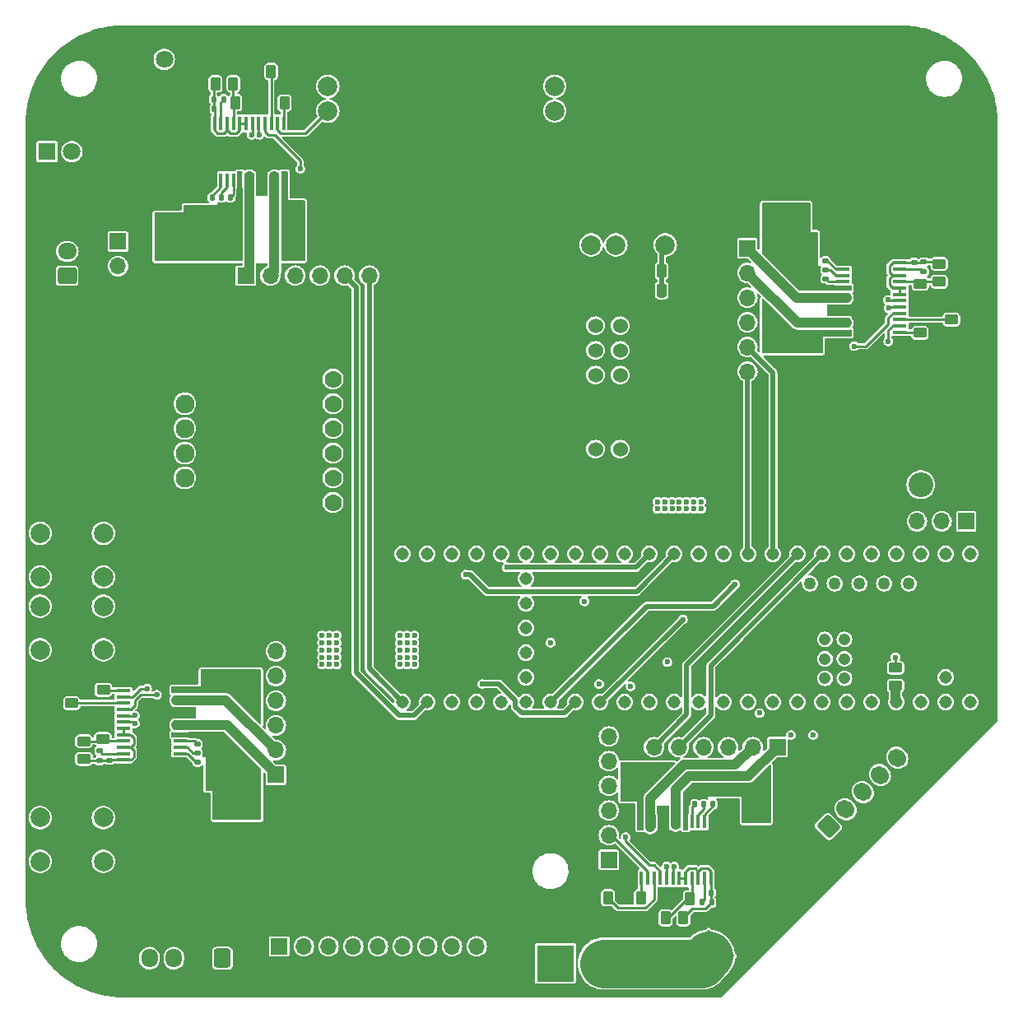
<source format=gbr>
%TF.GenerationSoftware,KiCad,Pcbnew,7.0.8*%
%TF.CreationDate,2023-10-26T13:24:24+11:00*%
%TF.ProjectId,Main 4.2,4d61696e-2034-42e3-922e-6b696361645f,rev?*%
%TF.SameCoordinates,Original*%
%TF.FileFunction,Copper,L4,Bot*%
%TF.FilePolarity,Positive*%
%FSLAX46Y46*%
G04 Gerber Fmt 4.6, Leading zero omitted, Abs format (unit mm)*
G04 Created by KiCad (PCBNEW 7.0.8) date 2023-10-26 13:24:24*
%MOMM*%
%LPD*%
G01*
G04 APERTURE LIST*
G04 Aperture macros list*
%AMRoundRect*
0 Rectangle with rounded corners*
0 $1 Rounding radius*
0 $2 $3 $4 $5 $6 $7 $8 $9 X,Y pos of 4 corners*
0 Add a 4 corners polygon primitive as box body*
4,1,4,$2,$3,$4,$5,$6,$7,$8,$9,$2,$3,0*
0 Add four circle primitives for the rounded corners*
1,1,$1+$1,$2,$3*
1,1,$1+$1,$4,$5*
1,1,$1+$1,$6,$7*
1,1,$1+$1,$8,$9*
0 Add four rect primitives between the rounded corners*
20,1,$1+$1,$2,$3,$4,$5,0*
20,1,$1+$1,$4,$5,$6,$7,0*
20,1,$1+$1,$6,$7,$8,$9,0*
20,1,$1+$1,$8,$9,$2,$3,0*%
%AMHorizOval*
0 Thick line with rounded ends*
0 $1 width*
0 $2 $3 position (X,Y) of the first rounded end (center of the circle)*
0 $4 $5 position (X,Y) of the second rounded end (center of the circle)*
0 Add line between two ends*
20,1,$1,$2,$3,$4,$5,0*
0 Add two circle primitives to create the rounded ends*
1,1,$1,$2,$3*
1,1,$1,$4,$5*%
%AMRotRect*
0 Rectangle, with rotation*
0 The origin of the aperture is its center*
0 $1 length*
0 $2 width*
0 $3 Rotation angle, in degrees counterclockwise*
0 Add horizontal line*
21,1,$1,$2,0,0,$3*%
G04 Aperture macros list end*
%TA.AperFunction,ComponentPad*%
%ADD10C,1.524000*%
%TD*%
%TA.AperFunction,ComponentPad*%
%ADD11C,2.000000*%
%TD*%
%TA.AperFunction,ComponentPad*%
%ADD12RoundRect,0.249999X1.025001X1.025001X-1.025001X1.025001X-1.025001X-1.025001X1.025001X-1.025001X0*%
%TD*%
%TA.AperFunction,ComponentPad*%
%ADD13C,2.550000*%
%TD*%
%TA.AperFunction,ComponentPad*%
%ADD14R,1.700000X1.700000*%
%TD*%
%TA.AperFunction,ComponentPad*%
%ADD15O,1.700000X1.700000*%
%TD*%
%TA.AperFunction,ComponentPad*%
%ADD16RoundRect,0.250000X0.088388X-0.936916X0.936916X-0.088388X-0.088388X0.936916X-0.936916X0.088388X0*%
%TD*%
%TA.AperFunction,ComponentPad*%
%ADD17HorizOval,1.700000X-0.088388X0.088388X0.088388X-0.088388X0*%
%TD*%
%TA.AperFunction,ComponentPad*%
%ADD18C,1.308000*%
%TD*%
%TA.AperFunction,ComponentPad*%
%ADD19C,1.258000*%
%TD*%
%TA.AperFunction,ComponentPad*%
%ADD20C,1.208000*%
%TD*%
%TA.AperFunction,ComponentPad*%
%ADD21R,1.800000X1.800000*%
%TD*%
%TA.AperFunction,ComponentPad*%
%ADD22C,1.800000*%
%TD*%
%TA.AperFunction,ComponentPad*%
%ADD23RotRect,3.800000X3.800000X45.000000*%
%TD*%
%TA.AperFunction,ComponentPad*%
%ADD24C,4.000000*%
%TD*%
%TA.AperFunction,ComponentPad*%
%ADD25R,3.800000X3.800000*%
%TD*%
%TA.AperFunction,ComponentPad*%
%ADD26C,3.800000*%
%TD*%
%TA.AperFunction,ComponentPad*%
%ADD27C,1.778000*%
%TD*%
%TA.AperFunction,ComponentPad*%
%ADD28C,1.930400*%
%TD*%
%TA.AperFunction,SMDPad,CuDef*%
%ADD29RoundRect,0.140000X0.140000X0.170000X-0.140000X0.170000X-0.140000X-0.170000X0.140000X-0.170000X0*%
%TD*%
%TA.AperFunction,SMDPad,CuDef*%
%ADD30RoundRect,0.140000X-0.170000X0.140000X-0.170000X-0.140000X0.170000X-0.140000X0.170000X0.140000X0*%
%TD*%
%TA.AperFunction,SMDPad,CuDef*%
%ADD31R,0.354800X1.461999*%
%TD*%
%TA.AperFunction,SMDPad,CuDef*%
%ADD32R,5.283200X2.413000*%
%TD*%
%TA.AperFunction,SMDPad,CuDef*%
%ADD33RoundRect,0.250000X-0.550000X1.500000X-0.550000X-1.500000X0.550000X-1.500000X0.550000X1.500000X0*%
%TD*%
%TA.AperFunction,SMDPad,CuDef*%
%ADD34RoundRect,0.250000X0.262500X0.450000X-0.262500X0.450000X-0.262500X-0.450000X0.262500X-0.450000X0*%
%TD*%
%TA.AperFunction,SMDPad,CuDef*%
%ADD35RoundRect,0.140000X-0.140000X-0.170000X0.140000X-0.170000X0.140000X0.170000X-0.140000X0.170000X0*%
%TD*%
%TA.AperFunction,SMDPad,CuDef*%
%ADD36RoundRect,0.140000X0.170000X-0.140000X0.170000X0.140000X-0.170000X0.140000X-0.170000X-0.140000X0*%
%TD*%
%TA.AperFunction,SMDPad,CuDef*%
%ADD37R,1.461999X0.354800*%
%TD*%
%TA.AperFunction,SMDPad,CuDef*%
%ADD38R,2.413000X5.283200*%
%TD*%
%TA.AperFunction,SMDPad,CuDef*%
%ADD39RoundRect,0.250000X0.450000X-0.262500X0.450000X0.262500X-0.450000X0.262500X-0.450000X-0.262500X0*%
%TD*%
%TA.AperFunction,SMDPad,CuDef*%
%ADD40RoundRect,0.250000X0.250000X0.475000X-0.250000X0.475000X-0.250000X-0.475000X0.250000X-0.475000X0*%
%TD*%
%TA.AperFunction,SMDPad,CuDef*%
%ADD41RoundRect,0.250000X-0.450000X0.262500X-0.450000X-0.262500X0.450000X-0.262500X0.450000X0.262500X0*%
%TD*%
%TA.AperFunction,SMDPad,CuDef*%
%ADD42RoundRect,0.250000X-0.262500X-0.450000X0.262500X-0.450000X0.262500X0.450000X-0.262500X0.450000X0*%
%TD*%
%TA.AperFunction,SMDPad,CuDef*%
%ADD43RoundRect,0.135000X0.135000X0.185000X-0.135000X0.185000X-0.135000X-0.185000X0.135000X-0.185000X0*%
%TD*%
%TA.AperFunction,ComponentPad*%
%ADD44RoundRect,0.250000X0.600000X0.725000X-0.600000X0.725000X-0.600000X-0.725000X0.600000X-0.725000X0*%
%TD*%
%TA.AperFunction,ComponentPad*%
%ADD45O,1.700000X1.950000*%
%TD*%
%TA.AperFunction,SMDPad,CuDef*%
%ADD46RoundRect,0.135000X-0.135000X-0.185000X0.135000X-0.185000X0.135000X0.185000X-0.135000X0.185000X0*%
%TD*%
%TA.AperFunction,SMDPad,CuDef*%
%ADD47RoundRect,0.135000X0.185000X-0.135000X0.185000X0.135000X-0.185000X0.135000X-0.185000X-0.135000X0*%
%TD*%
%TA.AperFunction,SMDPad,CuDef*%
%ADD48RoundRect,0.135000X-0.185000X0.135000X-0.185000X-0.135000X0.185000X-0.135000X0.185000X0.135000X0*%
%TD*%
%TA.AperFunction,SMDPad,CuDef*%
%ADD49RoundRect,0.250000X0.550000X-1.500000X0.550000X1.500000X-0.550000X1.500000X-0.550000X-1.500000X0*%
%TD*%
%TA.AperFunction,SMDPad,CuDef*%
%ADD50RoundRect,0.250000X1.500000X0.550000X-1.500000X0.550000X-1.500000X-0.550000X1.500000X-0.550000X0*%
%TD*%
%TA.AperFunction,ComponentPad*%
%ADD51RoundRect,0.250000X0.725000X-0.600000X0.725000X0.600000X-0.725000X0.600000X-0.725000X-0.600000X0*%
%TD*%
%TA.AperFunction,ComponentPad*%
%ADD52O,1.950000X1.700000*%
%TD*%
%TA.AperFunction,SMDPad,CuDef*%
%ADD53RoundRect,0.250000X-1.500000X-0.550000X1.500000X-0.550000X1.500000X0.550000X-1.500000X0.550000X0*%
%TD*%
%TA.AperFunction,ViaPad*%
%ADD54C,0.600000*%
%TD*%
%TA.AperFunction,Conductor*%
%ADD55C,0.500000*%
%TD*%
%TA.AperFunction,Conductor*%
%ADD56C,0.250000*%
%TD*%
%TA.AperFunction,Conductor*%
%ADD57C,1.000000*%
%TD*%
%TA.AperFunction,Conductor*%
%ADD58C,5.000000*%
%TD*%
G04 APERTURE END LIST*
D10*
%TO.P,U8,1,Vout*%
%TO.N,Net-(J14-Pin_2)*%
X158640000Y-143600000D03*
X161180000Y-143600000D03*
%TO.P,U8,2,GND*%
%TO.N,GNDPWR*%
X158640000Y-141060000D03*
X161180000Y-141060000D03*
X158640000Y-138520000D03*
X161180000Y-138520000D03*
%TO.P,U8,3,VIN*%
%TO.N,+15V*%
X158640000Y-135980000D03*
X161180000Y-135980000D03*
%TO.P,U8,4,VRP*%
%TO.N,unconnected-(U8-VRP-Pad4)*%
X158640000Y-133440000D03*
X161180000Y-133440000D03*
%TO.P,U8,5,EN*%
%TO.N,unconnected-(U8-EN-Pad5)*%
X161180000Y-130900000D03*
%TO.P,U8,6,PG*%
%TO.N,unconnected-(U8-PG-Pad6)*%
X158640000Y-130900000D03*
%TD*%
D11*
%TO.P,SW2,1,A*%
%TO.N,+3V3*%
X108000000Y-156750000D03*
X101500000Y-156750000D03*
%TO.P,SW2,2,B*%
%TO.N,/SW2*%
X108000000Y-152250000D03*
X101500000Y-152250000D03*
%TD*%
%TO.P,SW3,1,A*%
%TO.N,+3V3*%
X101500000Y-181500000D03*
X108000000Y-181500000D03*
%TO.P,SW3,2,B*%
%TO.N,/SW3*%
X101500000Y-186000000D03*
X108000000Y-186000000D03*
%TD*%
%TO.P,SW1,1,A*%
%TO.N,+3V3*%
X108000000Y-164250000D03*
X101500000Y-164250000D03*
%TO.P,SW1,2,B*%
%TO.N,/SW1*%
X108000000Y-159750000D03*
X101500000Y-159750000D03*
%TD*%
D12*
%TO.P,J14,1,Pin_1*%
%TO.N,GNDPWR*%
X196900000Y-147250000D03*
D13*
%TO.P,J14,2,Pin_2*%
%TO.N,Net-(J14-Pin_2)*%
X192100000Y-147250000D03*
%TD*%
D14*
%TO.P,U10,1,EN*%
%TO.N,unconnected-(U10-EN-Pad1)*%
X160000000Y-185850000D03*
D15*
%TO.P,U10,2,VCC*%
%TO.N,+5V*%
X160000000Y-183310000D03*
%TO.P,U10,3,GND*%
%TO.N,GNDS*%
X160000000Y-180770000D03*
%TO.P,U10,4,TX*%
%TO.N,/RX3*%
X160000000Y-178230000D03*
%TO.P,U10,5,RX*%
%TO.N,/TX3*%
X160000000Y-175690000D03*
%TO.P,U10,6,State*%
%TO.N,unconnected-(U10-State-Pad6)*%
X160000000Y-173150000D03*
%TD*%
D16*
%TO.P,J13,1,Pin_1*%
%TO.N,Net-(J12-Pin_1)*%
X182593235Y-182414303D03*
D17*
%TO.P,J13,2,Pin_2*%
%TO.N,Net-(J12-Pin_2)*%
X184361002Y-180646536D03*
%TO.P,J13,3,Pin_3*%
%TO.N,Net-(J12-Pin_3)*%
X186128769Y-178878769D03*
%TO.P,J13,4,Pin_4*%
%TO.N,Net-(J12-Pin_4)*%
X187896536Y-177111002D03*
%TO.P,J13,5,Pin_5*%
%TO.N,Net-(J12-Pin_5)*%
X189664303Y-175343235D03*
%TD*%
D14*
%TO.P,J12,1,Pin_1*%
%TO.N,Net-(J12-Pin_1)*%
X126090000Y-194750000D03*
D15*
%TO.P,J12,2,Pin_2*%
%TO.N,Net-(J12-Pin_2)*%
X128630000Y-194750000D03*
%TO.P,J12,3,Pin_3*%
%TO.N,Net-(J12-Pin_3)*%
X131170000Y-194750000D03*
%TO.P,J12,4,Pin_4*%
%TO.N,Net-(J12-Pin_4)*%
X133710000Y-194750000D03*
%TO.P,J12,5,Pin_5*%
%TO.N,Net-(J12-Pin_5)*%
X136250000Y-194750000D03*
%TO.P,J12,6,Pin_6*%
%TO.N,unconnected-(J12-Pin_6-Pad6)*%
X138790000Y-194750000D03*
%TO.P,J12,7,Pin_7*%
%TO.N,unconnected-(J12-Pin_7-Pad7)*%
X141330000Y-194750000D03*
%TO.P,J12,8,Pin_8*%
%TO.N,unconnected-(J12-Pin_8-Pad8)*%
X143870000Y-194750000D03*
%TO.P,J12,9,Pin_9*%
%TO.N,unconnected-(J12-Pin_9-Pad9)*%
X146410000Y-194750000D03*
%TD*%
D11*
%TO.P,U7,1,SHDN*%
%TO.N,unconnected-(U7-SHDN-Pad1)*%
X158190000Y-122580000D03*
%TO.P,U7,2,VIN*%
%TO.N,+15V*%
X160730000Y-122580000D03*
%TO.P,U7,3,GND*%
%TO.N,GNDPWR*%
X163270000Y-122580000D03*
%TO.P,U7,4,VOUT*%
%TO.N,+3V3*%
X165810000Y-122580000D03*
%TD*%
D18*
%TO.P,U12,0,RX1*%
%TO.N,/RX*%
X194670000Y-154380000D03*
%TO.P,U12,1,TX1*%
%TO.N,/TX*%
X192130000Y-154380000D03*
%TO.P,U12,2,OUT2*%
%TO.N,unconnected-(U12-OUT2-Pad2)*%
X189590000Y-154380000D03*
%TO.P,U12,3,LRCLK2*%
%TO.N,/M1IN2*%
X187050000Y-154380000D03*
%TO.P,U12,3.3V_1,3.3V*%
%TO.N,unconnected-(U12-3.3V-Pad3.3V_1)*%
X161650000Y-154380000D03*
%TO.P,U12,3.3V_2,3.3V__1*%
%TO.N,unconnected-(U12-3.3V__1-Pad3.3V_2)*%
X192130000Y-169620000D03*
%TO.P,U12,3.3V_3,3.3V__2*%
%TO.N,unconnected-(U12-3.3V__2-Pad3.3V_3)*%
X151490000Y-159460000D03*
%TO.P,U12,4,BCLK2*%
%TO.N,/M1IN1*%
X184510000Y-154380000D03*
%TO.P,U12,5,IN2*%
%TO.N,/ENC1A*%
X181970000Y-154380000D03*
D19*
%TO.P,U12,5V,5V*%
%TO.N,unconnected-(U12-Pad5V)*%
X190860000Y-157430000D03*
D18*
%TO.P,U12,6,OUT1D*%
%TO.N,/ENC1B*%
X179430000Y-154380000D03*
%TO.P,U12,7,RX2*%
%TO.N,/ENC2A*%
X176890000Y-154380000D03*
%TO.P,U12,8,TX2*%
%TO.N,/ENC2B*%
X174350000Y-154380000D03*
%TO.P,U12,9,OUT1C*%
%TO.N,unconnected-(U12-OUT1C-Pad9)*%
X171810000Y-154380000D03*
%TO.P,U12,10,CS1*%
%TO.N,unconnected-(U12-CS1-Pad10)*%
X169270000Y-154380000D03*
%TO.P,U12,11,MOSI*%
%TO.N,/M5IN2*%
X166730000Y-154380000D03*
%TO.P,U12,12,MISO*%
%TO.N,/M5IN1*%
X164190000Y-154380000D03*
%TO.P,U12,13,SCK*%
%TO.N,unconnected-(U12-SCK-Pad13)*%
X164190000Y-169620000D03*
%TO.P,U12,14,A0*%
%TO.N,/TX3*%
X166730000Y-169620000D03*
%TO.P,U12,15,A1*%
%TO.N,/RX3*%
X169270000Y-169620000D03*
%TO.P,U12,16,A2*%
%TO.N,/SCL1*%
X171810000Y-169620000D03*
%TO.P,U12,17,A3*%
%TO.N,/SDA1*%
X174350000Y-169620000D03*
%TO.P,U12,18,A4*%
%TO.N,/SDA*%
X176890000Y-169620000D03*
%TO.P,U12,19,A5*%
%TO.N,/SCL*%
X179430000Y-169620000D03*
%TO.P,U12,20,A6*%
%TO.N,unconnected-(U12-A6-Pad20)*%
X181970000Y-169620000D03*
%TO.P,U12,21,A7*%
%TO.N,unconnected-(U12-A7-Pad21)*%
X184510000Y-169620000D03*
%TO.P,U12,22,A8*%
%TO.N,unconnected-(U12-A8-Pad22)*%
X187050000Y-169620000D03*
%TO.P,U12,23,A9*%
%TO.N,/SW1*%
X189590000Y-169620000D03*
%TO.P,U12,24,A10*%
%TO.N,/SW2*%
X159110000Y-154380000D03*
%TO.P,U12,25,A11*%
%TO.N,/SW3*%
X156570000Y-154380000D03*
%TO.P,U12,26,A12*%
%TO.N,/LINE BREAK*%
X154030000Y-154380000D03*
%TO.P,U12,27,A13*%
%TO.N,unconnected-(U12-A13-Pad27)*%
X151490000Y-154380000D03*
%TO.P,U12,28,RX7*%
%TO.N,/ENC4B*%
X148950000Y-154380000D03*
%TO.P,U12,29,TX7*%
%TO.N,unconnected-(U12-TX7-Pad29)*%
X146410000Y-154380000D03*
%TO.P,U12,30,CRX3*%
%TO.N,/M3IN1*%
X143870000Y-154380000D03*
%TO.P,U12,31,CTX3*%
%TO.N,/M3IN2*%
X141330000Y-154380000D03*
%TO.P,U12,32,OUT1B*%
%TO.N,/ENC4A*%
X138790000Y-154380000D03*
%TO.P,U12,33,MCLK2*%
%TO.N,/ENC3B*%
X138790000Y-169620000D03*
%TO.P,U12,34,RX8*%
%TO.N,/ENC3A*%
X141330000Y-169620000D03*
%TO.P,U12,35,TX8*%
%TO.N,/M4IN1*%
X143870000Y-169620000D03*
%TO.P,U12,36,CS2*%
%TO.N,/M4IN2*%
X146410000Y-169620000D03*
%TO.P,U12,37,CS3*%
%TO.N,unconnected-(U12-CS3-Pad37)*%
X148950000Y-169620000D03*
%TO.P,U12,38,A14*%
%TO.N,/DISABLE*%
X151490000Y-169620000D03*
%TO.P,U12,39,A15*%
%TO.N,/M2IN2*%
X154030000Y-169620000D03*
%TO.P,U12,40,A16*%
%TO.N,/KICKERTRIG*%
X156570000Y-169620000D03*
%TO.P,U12,41,A17*%
%TO.N,/M2IN1*%
X159110000Y-169620000D03*
D19*
%TO.P,U12,D+,D+*%
%TO.N,unconnected-(U12-PadD+)*%
X185780000Y-157430000D03*
%TO.P,U12,D-,D-*%
%TO.N,unconnected-(U12-PadD-)*%
X188320000Y-157430000D03*
D18*
%TO.P,U12,GND1,GND*%
%TO.N,GNDS*%
X197210000Y-154380000D03*
%TO.P,U12,GND2,GND__1*%
X161650000Y-169620000D03*
%TO.P,U12,GND3,GND__2*%
X194670000Y-169620000D03*
%TO.P,U12,GND4,GND__3*%
X151490000Y-162000000D03*
D20*
%TO.P,U12,GND5,GND__4*%
X182240000Y-165170000D03*
%TO.P,U12,LED,LED*%
%TO.N,unconnected-(U12-PadLED)*%
X184240000Y-165170000D03*
D18*
%TO.P,U12,ON/OFF,ON/OFF*%
%TO.N,unconnected-(U12-PadON{slash}OFF)*%
X151490000Y-167080000D03*
%TO.P,U12,PROGRAM,PROGRAM*%
%TO.N,unconnected-(U12-PadPROGRAM)*%
X151490000Y-164540000D03*
D20*
%TO.P,U12,R+,R+*%
%TO.N,unconnected-(U12-PadR+)*%
X184240000Y-167170000D03*
%TO.P,U12,R-,R-*%
%TO.N,unconnected-(U12-PadR-)*%
X182240000Y-167170000D03*
%TO.P,U12,T+,T+*%
%TO.N,unconnected-(U12-PadT+)*%
X182240000Y-163170000D03*
%TO.P,U12,T-,T-*%
%TO.N,unconnected-(U12-PadT-)*%
X184240000Y-163170000D03*
D19*
%TO.P,U12,USB_GND1,USB_GND*%
%TO.N,GNDS*%
X183240000Y-157430000D03*
%TO.P,U12,USB_GND2,USB_GND__1*%
X180700000Y-157430000D03*
D18*
%TO.P,U12,VBAT,VBAT*%
%TO.N,unconnected-(U12-PadVBAT)*%
X151490000Y-156920000D03*
%TO.P,U12,VIN,VIN*%
%TO.N,+5V*%
X197210000Y-169620000D03*
%TO.P,U12,VUSB,VUSB*%
%TO.N,unconnected-(U12-PadVUSB)*%
X194670000Y-167080000D03*
%TD*%
D14*
%TO.P,J16,1,Pin_1*%
%TO.N,/RX*%
X196775000Y-151025000D03*
D15*
%TO.P,J16,2,Pin_2*%
%TO.N,/TX*%
X194235000Y-151025000D03*
%TO.P,J16,3,Pin_3*%
%TO.N,GNDS*%
X191695000Y-151025000D03*
%TD*%
D21*
%TO.P,Q1,1,C*%
%TO.N,+3V3*%
X102225000Y-113000000D03*
D22*
%TO.P,Q1,2,E*%
%TO.N,/LINE BREAK*%
X104765000Y-113000000D03*
%TD*%
D23*
%TO.P,J10,1,Pin_1*%
%TO.N,Net-(J10-Pin_1)*%
X170272614Y-195727387D03*
D24*
%TO.P,J10,2,Pin_2*%
%TO.N,GNDPWR*%
X173808148Y-192191853D03*
%TD*%
D25*
%TO.P,J11,1,Pin_1*%
%TO.N,+15V*%
X154500000Y-196500000D03*
D26*
%TO.P,J11,2,Pin_2*%
%TO.N,Net-(J10-Pin_1)*%
X159500000Y-196500000D03*
%TD*%
D14*
%TO.P,J2,1,Pin_1*%
%TO.N,/M5IN2*%
X109500000Y-122225000D03*
D15*
%TO.P,J2,2,Pin_2*%
%TO.N,/M5IN1*%
X109500000Y-124765000D03*
%TD*%
D27*
%TO.P,U9,1,VIN*%
%TO.N,+3V3*%
X131620000Y-149080000D03*
%TO.P,U9,2,3V*%
%TO.N,unconnected-(U9-3V-Pad2)*%
X131620000Y-146540000D03*
%TO.P,U9,3,GND*%
%TO.N,GNDS*%
X131620000Y-144000000D03*
%TO.P,U9,4,SCL*%
%TO.N,/SCL1*%
X131620000Y-141460000D03*
%TO.P,U9,5,SDA*%
%TO.N,/SDA1*%
X131620000Y-138920000D03*
%TO.P,U9,6,RST*%
%TO.N,/RST*%
X131620000Y-136380000D03*
D28*
%TO.P,U9,7,INT*%
%TO.N,unconnected-(U9-INT-Pad7)*%
X116380000Y-146540000D03*
%TO.P,U9,8,ADR*%
%TO.N,unconnected-(U9-ADR-Pad8)*%
X116380000Y-144000000D03*
%TO.P,U9,9,PS0*%
%TO.N,unconnected-(U9-PS0-Pad9)*%
X116380000Y-141460000D03*
%TO.P,U9,10,PS1*%
%TO.N,unconnected-(U9-PS1-Pad10)*%
X116380000Y-138920000D03*
%TD*%
D21*
%TO.P,D1,1,K*%
%TO.N,GNDPWR*%
X111725000Y-103500000D03*
D22*
%TO.P,D1,2,A*%
%TO.N,Net-(D1-A)*%
X114265000Y-103500000D03*
%TD*%
D11*
%TO.P,U6,1,IN-*%
%TO.N,GNDPWR*%
X154435000Y-122240000D03*
X154435000Y-119700000D03*
%TO.P,U6,2,IN+*%
%TO.N,+15V*%
X154435000Y-108800000D03*
X154435000Y-106260000D03*
%TO.P,U6,3,OUT-*%
%TO.N,GNDPWR*%
X131095000Y-122250000D03*
X131095000Y-119710000D03*
%TO.P,U6,4,OUT+*%
%TO.N,+5V*%
X131095000Y-108810000D03*
X131095000Y-106270000D03*
%TD*%
D29*
%TO.P,C3,1*%
%TO.N,Net-(U1-VCP)*%
X168855002Y-180124998D03*
%TO.P,C3,2*%
%TO.N,+15V*%
X167895002Y-180124998D03*
%TD*%
D14*
%TO.P,J5,1,Pin_1*%
%TO.N,/M1A*%
X177350000Y-174250000D03*
D15*
%TO.P,J5,2,Pin_2*%
%TO.N,/M1B*%
X174810000Y-174250000D03*
%TO.P,J5,3,Pin_3*%
%TO.N,GNDS*%
X172270000Y-174250000D03*
%TO.P,J5,4,Pin_4*%
%TO.N,+3V3*%
X169730000Y-174250000D03*
%TO.P,J5,5,Pin_5*%
%TO.N,/ENC1A*%
X167190000Y-174250000D03*
%TO.P,J5,6,Pin_6*%
%TO.N,/ENC1B*%
X164650000Y-174250000D03*
%TD*%
D30*
%TO.P,C16,1*%
%TO.N,Net-(U4-DVDD)*%
X108600000Y-175600000D03*
%TO.P,C16,2*%
%TO.N,GNDPWR*%
X108600000Y-176560000D03*
%TD*%
D31*
%TO.P,U1,1,DVDD*%
%TO.N,Net-(U1-DVDD)*%
X170500001Y-187745998D03*
%TO.P,U1,2,NFAULT*%
%TO.N,Net-(U1-NFAULT)*%
X169850002Y-187745998D03*
%TO.P,U1,3,MODE*%
%TO.N,Net-(U1-DVDD)*%
X169200004Y-187745998D03*
%TO.P,U1,4,SR*%
%TO.N,Net-(U1-SR)*%
X168550003Y-187745998D03*
%TO.P,U1,5,NITRIP*%
%TO.N,Net-(U1-DVDD)*%
X167900004Y-187745998D03*
%TO.P,U1,6,NOL*%
X167250003Y-187745998D03*
%TO.P,U1,7,EN/IN1*%
%TO.N,/M1IN1*%
X166600004Y-187745998D03*
%TO.P,U1,8,PH/IN2*%
%TO.N,/M1IN2*%
X165950003Y-187745998D03*
%TO.P,U1,9,DISABLE*%
%TO.N,/DISABLE*%
X165300004Y-187745998D03*
%TO.P,U1,10,IPROPI1*%
%TO.N,Net-(U1-IPROPI1)*%
X164650003Y-187745998D03*
%TO.P,U1,11,NSLEEP*%
%TO.N,+5V*%
X164000004Y-187745998D03*
%TO.P,U1,12,IPROPI2*%
%TO.N,Net-(U1-IPROPI2)*%
X163350003Y-187745998D03*
%TO.P,U1,13,VM*%
%TO.N,+15V*%
X163350003Y-181903998D03*
%TO.P,U1,14,OUT2*%
%TO.N,/M1B*%
X164000002Y-181903998D03*
%TO.P,U1,15,OUT2*%
X164650003Y-181903998D03*
%TO.P,U1,16,SRC*%
%TO.N,GNDPWR*%
X165300001Y-181903998D03*
%TO.P,U1,17,SRC*%
X165950003Y-181903998D03*
%TO.P,U1,18,OUT1*%
%TO.N,/M1A*%
X166600001Y-181903998D03*
%TO.P,U1,19,OUT1*%
X167250000Y-181903998D03*
%TO.P,U1,20,VM*%
%TO.N,+15V*%
X167900001Y-181903998D03*
%TO.P,U1,21,VCP*%
%TO.N,Net-(U1-VCP)*%
X168550000Y-181903998D03*
%TO.P,U1,22,CPH*%
%TO.N,Net-(U1-CPH)*%
X169200001Y-181903998D03*
%TO.P,U1,23,CPL*%
%TO.N,Net-(U1-CPL)*%
X169850000Y-181903998D03*
%TO.P,U1,24,GND*%
%TO.N,GNDPWR*%
X170500001Y-181903998D03*
D32*
%TO.P,U1,EPAD*%
X166925002Y-184824998D03*
%TD*%
D33*
%TO.P,C4,1*%
%TO.N,+15V*%
X174895002Y-179800000D03*
%TO.P,C4,2*%
%TO.N,GNDPWR*%
X174895002Y-185200000D03*
%TD*%
D34*
%TO.P,R5,1*%
%TO.N,Net-(U1-IPROPI2)*%
X163287502Y-189750000D03*
%TO.P,R5,2*%
%TO.N,GNDPWR*%
X161462502Y-189750000D03*
%TD*%
D30*
%TO.P,C8,1*%
%TO.N,Net-(U2-VCP)*%
X182300000Y-126070000D03*
%TO.P,C8,2*%
%TO.N,+15V*%
X182300000Y-127030000D03*
%TD*%
D35*
%TO.P,C15,1*%
%TO.N,+15V*%
X126670000Y-117400000D03*
%TO.P,C15,2*%
%TO.N,GNDPWR*%
X127630000Y-117400000D03*
%TD*%
D36*
%TO.P,C18,1*%
%TO.N,Net-(U4-VCP)*%
X117700000Y-173930000D03*
%TO.P,C18,2*%
%TO.N,+15V*%
X117700000Y-172970000D03*
%TD*%
D37*
%TO.P,U2,1,DVDD*%
%TO.N,Net-(U2-DVDD)*%
X189921000Y-124425001D03*
%TO.P,U2,2,NFAULT*%
%TO.N,Net-(U2-NFAULT)*%
X189921000Y-125075000D03*
%TO.P,U2,3,MODE*%
%TO.N,Net-(U2-DVDD)*%
X189921000Y-125724998D03*
%TO.P,U2,4,SR*%
%TO.N,Net-(U2-SR)*%
X189921000Y-126374999D03*
%TO.P,U2,5,NITRIP*%
%TO.N,Net-(U2-DVDD)*%
X189921000Y-127024998D03*
%TO.P,U2,6,NOL*%
X189921000Y-127674999D03*
%TO.P,U2,7,EN/IN1*%
%TO.N,/M2IN1*%
X189921000Y-128324998D03*
%TO.P,U2,8,PH/IN2*%
%TO.N,/M2IN2*%
X189921000Y-128974999D03*
%TO.P,U2,9,DISABLE*%
%TO.N,/DISABLE*%
X189921000Y-129624998D03*
%TO.P,U2,10,IPROPI1*%
%TO.N,Net-(U2-IPROPI1)*%
X189921000Y-130274999D03*
%TO.P,U2,11,NSLEEP*%
%TO.N,+5V*%
X189921000Y-130924998D03*
%TO.P,U2,12,IPROPI2*%
%TO.N,Net-(U2-IPROPI2)*%
X189921000Y-131574999D03*
%TO.P,U2,13,VM*%
%TO.N,+15V*%
X184079000Y-131574999D03*
%TO.P,U2,14,OUT2*%
%TO.N,/M2B*%
X184079000Y-130925000D03*
%TO.P,U2,15,OUT2*%
X184079000Y-130274999D03*
%TO.P,U2,16,SRC*%
%TO.N,GNDPWR*%
X184079000Y-129625001D03*
%TO.P,U2,17,SRC*%
X184079000Y-128974999D03*
%TO.P,U2,18,OUT1*%
%TO.N,/M2A*%
X184079000Y-128325001D03*
%TO.P,U2,19,OUT1*%
X184079000Y-127675002D03*
%TO.P,U2,20,VM*%
%TO.N,+15V*%
X184079000Y-127025001D03*
%TO.P,U2,21,VCP*%
%TO.N,Net-(U2-VCP)*%
X184079000Y-126375002D03*
%TO.P,U2,22,CPH*%
%TO.N,Net-(U2-CPH)*%
X184079000Y-125725001D03*
%TO.P,U2,23,CPL*%
%TO.N,Net-(U2-CPL)*%
X184079000Y-125075002D03*
%TO.P,U2,24,GND*%
%TO.N,GNDPWR*%
X184079000Y-124425001D03*
D38*
%TO.P,U2,EPAD*%
X187000000Y-128000000D03*
%TD*%
D39*
%TO.P,R7,1*%
%TO.N,Net-(U2-IPROPI1)*%
X195250000Y-130262500D03*
%TO.P,R7,2*%
%TO.N,GNDPWR*%
X195250000Y-128437500D03*
%TD*%
D40*
%TO.P,C26,1*%
%TO.N,+3V3*%
X165450000Y-125250000D03*
%TO.P,C26,2*%
%TO.N,GNDPWR*%
X163550000Y-125250000D03*
%TD*%
D35*
%TO.P,C12,1*%
%TO.N,Net-(U3-CPL)*%
X119220000Y-117700000D03*
%TO.P,C12,2*%
%TO.N,Net-(U3-CPH)*%
X120180000Y-117700000D03*
%TD*%
D41*
%TO.P,R17,1*%
%TO.N,Net-(U4-IPROPI1)*%
X104750000Y-169737500D03*
%TO.P,R17,2*%
%TO.N,GNDPWR*%
X104750000Y-171562500D03*
%TD*%
D29*
%TO.P,C2,1*%
%TO.N,Net-(U1-CPL)*%
X170705002Y-180124998D03*
%TO.P,C2,2*%
%TO.N,Net-(U1-CPH)*%
X169745002Y-180124998D03*
%TD*%
D41*
%TO.P,R8,1*%
%TO.N,Net-(U2-DVDD)*%
X194000000Y-124537500D03*
%TO.P,R8,2*%
%TO.N,Net-(U2-SR)*%
X194000000Y-126362500D03*
%TD*%
D14*
%TO.P,J7,1,Pin_1*%
%TO.N,/M3A*%
X122650000Y-125750000D03*
D15*
%TO.P,J7,2,Pin_2*%
%TO.N,/M3B*%
X125190000Y-125750000D03*
%TO.P,J7,3,Pin_3*%
%TO.N,GNDS*%
X127730000Y-125750000D03*
%TO.P,J7,4,Pin_4*%
%TO.N,+3V3*%
X130270000Y-125750000D03*
%TO.P,J7,5,Pin_5*%
%TO.N,/ENC3A*%
X132810000Y-125750000D03*
%TO.P,J7,6,Pin_6*%
%TO.N,/ENC3B*%
X135350000Y-125750000D03*
%TD*%
D39*
%TO.P,R19,1*%
%TO.N,Net-(U4-SR)*%
X107950000Y-173412500D03*
%TO.P,R19,2*%
%TO.N,GNDPWR*%
X107950000Y-171587500D03*
%TD*%
D42*
%TO.P,R13,1*%
%TO.N,Net-(U3-DVDD)*%
X119537500Y-106000000D03*
%TO.P,R13,2*%
%TO.N,Net-(U3-SR)*%
X121362500Y-106000000D03*
%TD*%
D43*
%TO.P,R6,1*%
%TO.N,Net-(U1-DVDD)*%
X170585002Y-190224998D03*
%TO.P,R6,2*%
%TO.N,Net-(U1-NFAULT)*%
X169565002Y-190224998D03*
%TD*%
D14*
%TO.P,J6,1,Pin_1*%
%TO.N,/M2A*%
X174250000Y-122920000D03*
D15*
%TO.P,J6,2,Pin_2*%
%TO.N,/M2B*%
X174250000Y-125460000D03*
%TO.P,J6,3,Pin_3*%
%TO.N,GNDS*%
X174250000Y-128000000D03*
%TO.P,J6,4,Pin_4*%
%TO.N,+3V3*%
X174250000Y-130540000D03*
%TO.P,J6,5,Pin_5*%
%TO.N,/ENC2A*%
X174250000Y-133080000D03*
%TO.P,J6,6,Pin_6*%
%TO.N,/ENC2B*%
X174250000Y-135620000D03*
%TD*%
D44*
%TO.P,J15,1,Pin_1*%
%TO.N,+5V*%
X120250000Y-195975000D03*
D45*
%TO.P,J15,2,Pin_2*%
%TO.N,GNDPWR*%
X117750000Y-195975000D03*
%TO.P,J15,3,Pin_3*%
%TO.N,/SDA*%
X115250000Y-195975000D03*
%TO.P,J15,4,Pin_4*%
%TO.N,/SCL*%
X112750000Y-195975000D03*
%TD*%
D34*
%TO.P,R12,1*%
%TO.N,Net-(U3-IPROPI1)*%
X125262500Y-104750000D03*
%TO.P,R12,2*%
%TO.N,GNDPWR*%
X123437500Y-104750000D03*
%TD*%
D40*
%TO.P,C27,1*%
%TO.N,+3V3*%
X165450000Y-127250000D03*
%TO.P,C27,2*%
%TO.N,GNDPWR*%
X163550000Y-127250000D03*
%TD*%
D29*
%TO.P,C11,1*%
%TO.N,Net-(U3-DVDD)*%
X119400000Y-108600000D03*
%TO.P,C11,2*%
%TO.N,GNDPWR*%
X118440000Y-108600000D03*
%TD*%
D46*
%TO.P,R16,1*%
%TO.N,Net-(U3-DVDD)*%
X119340000Y-107600000D03*
%TO.P,R16,2*%
%TO.N,Net-(U3-NFAULT)*%
X120360000Y-107600000D03*
%TD*%
D41*
%TO.P,R10,1*%
%TO.N,Net-(U2-IPROPI2)*%
X192000000Y-131637500D03*
%TO.P,R10,2*%
%TO.N,GNDPWR*%
X192000000Y-133462500D03*
%TD*%
D34*
%TO.P,R4,1*%
%TO.N,Net-(U1-SR)*%
X168337502Y-189874998D03*
%TO.P,R4,2*%
%TO.N,GNDPWR*%
X166512502Y-189874998D03*
%TD*%
D47*
%TO.P,R21,1*%
%TO.N,Net-(U4-DVDD)*%
X107600000Y-175660000D03*
%TO.P,R21,2*%
%TO.N,Net-(U4-NFAULT)*%
X107600000Y-174640000D03*
%TD*%
D30*
%TO.P,C10,1*%
%TO.N,+15V*%
X182600000Y-131670000D03*
%TO.P,C10,2*%
%TO.N,GNDPWR*%
X182600000Y-132630000D03*
%TD*%
D35*
%TO.P,C1,1*%
%TO.N,Net-(U1-DVDD)*%
X170525002Y-189224998D03*
%TO.P,C1,2*%
%TO.N,GNDPWR*%
X171485002Y-189224998D03*
%TD*%
D42*
%TO.P,R14,1*%
%TO.N,Net-(U3-SR)*%
X121587500Y-107950000D03*
%TO.P,R14,2*%
%TO.N,GNDPWR*%
X123412500Y-107950000D03*
%TD*%
D48*
%TO.P,R11,1*%
%TO.N,Net-(U2-DVDD)*%
X192400000Y-124340000D03*
%TO.P,R11,2*%
%TO.N,Net-(U2-NFAULT)*%
X192400000Y-125360000D03*
%TD*%
D49*
%TO.P,C14,1*%
%TO.N,+15V*%
X115100000Y-121950000D03*
%TO.P,C14,2*%
%TO.N,GNDPWR*%
X115100000Y-116550000D03*
%TD*%
D29*
%TO.P,C5,1*%
%TO.N,+15V*%
X163255002Y-180424998D03*
%TO.P,C5,2*%
%TO.N,GNDPWR*%
X162295002Y-180424998D03*
%TD*%
D50*
%TO.P,C19,1*%
%TO.N,+15V*%
X121950000Y-179900000D03*
%TO.P,C19,2*%
%TO.N,GNDPWR*%
X116550000Y-179900000D03*
%TD*%
D39*
%TO.P,R18,1*%
%TO.N,Net-(U4-DVDD)*%
X106000000Y-175462500D03*
%TO.P,R18,2*%
%TO.N,Net-(U4-SR)*%
X106000000Y-173637500D03*
%TD*%
D31*
%TO.P,U3,1,DVDD*%
%TO.N,Net-(U3-DVDD)*%
X119425001Y-110079000D03*
%TO.P,U3,2,NFAULT*%
%TO.N,Net-(U3-NFAULT)*%
X120075000Y-110079000D03*
%TO.P,U3,3,MODE*%
%TO.N,Net-(U3-DVDD)*%
X120724998Y-110079000D03*
%TO.P,U3,4,SR*%
%TO.N,Net-(U3-SR)*%
X121374999Y-110079000D03*
%TO.P,U3,5,NITRIP*%
%TO.N,Net-(U3-DVDD)*%
X122024998Y-110079000D03*
%TO.P,U3,6,NOL*%
X122674999Y-110079000D03*
%TO.P,U3,7,EN/IN1*%
%TO.N,/M3IN1*%
X123324998Y-110079000D03*
%TO.P,U3,8,PH/IN2*%
%TO.N,/M3IN2*%
X123974999Y-110079000D03*
%TO.P,U3,9,DISABLE*%
%TO.N,/DISABLE*%
X124624998Y-110079000D03*
%TO.P,U3,10,IPROPI1*%
%TO.N,Net-(U3-IPROPI1)*%
X125274999Y-110079000D03*
%TO.P,U3,11,NSLEEP*%
%TO.N,+5V*%
X125924998Y-110079000D03*
%TO.P,U3,12,IPROPI2*%
%TO.N,Net-(U3-IPROPI2)*%
X126574999Y-110079000D03*
%TO.P,U3,13,VM*%
%TO.N,+15V*%
X126574999Y-115921000D03*
%TO.P,U3,14,OUT2*%
%TO.N,/M3B*%
X125925000Y-115921000D03*
%TO.P,U3,15,OUT2*%
X125274999Y-115921000D03*
%TO.P,U3,16,SRC*%
%TO.N,GNDPWR*%
X124625001Y-115921000D03*
%TO.P,U3,17,SRC*%
X123974999Y-115921000D03*
%TO.P,U3,18,OUT1*%
%TO.N,/M3A*%
X123325001Y-115921000D03*
%TO.P,U3,19,OUT1*%
X122675002Y-115921000D03*
%TO.P,U3,20,VM*%
%TO.N,+15V*%
X122025001Y-115921000D03*
%TO.P,U3,21,VCP*%
%TO.N,Net-(U3-VCP)*%
X121375002Y-115921000D03*
%TO.P,U3,22,CPH*%
%TO.N,Net-(U3-CPH)*%
X120725001Y-115921000D03*
%TO.P,U3,23,CPL*%
%TO.N,Net-(U3-CPL)*%
X120075002Y-115921000D03*
%TO.P,U3,24,GND*%
%TO.N,GNDPWR*%
X119425001Y-115921000D03*
D32*
%TO.P,U3,EPAD*%
X123000000Y-113000000D03*
%TD*%
D14*
%TO.P,J8,1,Pin_1*%
%TO.N,/M4A*%
X125750000Y-177100000D03*
D15*
%TO.P,J8,2,Pin_2*%
%TO.N,/M4B*%
X125750000Y-174560000D03*
%TO.P,J8,3,Pin_3*%
%TO.N,GNDS*%
X125750000Y-172020000D03*
%TO.P,J8,4,Pin_4*%
%TO.N,+3V3*%
X125750000Y-169480000D03*
%TO.P,J8,5,Pin_5*%
%TO.N,/ENC4A*%
X125750000Y-166940000D03*
%TO.P,J8,6,Pin_6*%
%TO.N,/ENC4B*%
X125750000Y-164400000D03*
%TD*%
D30*
%TO.P,C7,1*%
%TO.N,Net-(U2-CPL)*%
X182300000Y-124220000D03*
%TO.P,C7,2*%
%TO.N,Net-(U2-CPH)*%
X182300000Y-125180000D03*
%TD*%
D39*
%TO.P,R20,1*%
%TO.N,Net-(U4-IPROPI2)*%
X108000000Y-168362500D03*
%TO.P,R20,2*%
%TO.N,GNDPWR*%
X108000000Y-166537500D03*
%TD*%
D34*
%TO.P,R2,1*%
%TO.N,Net-(U1-IPROPI1)*%
X159912500Y-189750000D03*
%TO.P,R2,2*%
%TO.N,GNDPWR*%
X158087500Y-189750000D03*
%TD*%
D37*
%TO.P,U4,1,DVDD*%
%TO.N,Net-(U4-DVDD)*%
X110079000Y-175574999D03*
%TO.P,U4,2,NFAULT*%
%TO.N,Net-(U4-NFAULT)*%
X110079000Y-174925000D03*
%TO.P,U4,3,MODE*%
%TO.N,Net-(U4-DVDD)*%
X110079000Y-174275002D03*
%TO.P,U4,4,SR*%
%TO.N,Net-(U4-SR)*%
X110079000Y-173625001D03*
%TO.P,U4,5,NITRIP*%
%TO.N,Net-(U4-DVDD)*%
X110079000Y-172975002D03*
%TO.P,U4,6,NOL*%
X110079000Y-172325001D03*
%TO.P,U4,7,EN/IN1*%
%TO.N,/M4IN1*%
X110079000Y-171675002D03*
%TO.P,U4,8,PH/IN2*%
%TO.N,/M4IN2*%
X110079000Y-171025001D03*
%TO.P,U4,9,DISABLE*%
%TO.N,/DISABLE*%
X110079000Y-170375002D03*
%TO.P,U4,10,IPROPI1*%
%TO.N,Net-(U4-IPROPI1)*%
X110079000Y-169725001D03*
%TO.P,U4,11,NSLEEP*%
%TO.N,+5V*%
X110079000Y-169075002D03*
%TO.P,U4,12,IPROPI2*%
%TO.N,Net-(U4-IPROPI2)*%
X110079000Y-168425001D03*
%TO.P,U4,13,VM*%
%TO.N,+15V*%
X115921000Y-168425001D03*
%TO.P,U4,14,OUT2*%
%TO.N,/M4B*%
X115921000Y-169075000D03*
%TO.P,U4,15,OUT2*%
X115921000Y-169725001D03*
%TO.P,U4,16,SRC*%
%TO.N,GNDPWR*%
X115921000Y-170374999D03*
%TO.P,U4,17,SRC*%
X115921000Y-171025001D03*
%TO.P,U4,18,OUT1*%
%TO.N,/M4A*%
X115921000Y-171674999D03*
%TO.P,U4,19,OUT1*%
X115921000Y-172324998D03*
%TO.P,U4,20,VM*%
%TO.N,+15V*%
X115921000Y-172974999D03*
%TO.P,U4,21,VCP*%
%TO.N,Net-(U4-VCP)*%
X115921000Y-173624998D03*
%TO.P,U4,22,CPH*%
%TO.N,Net-(U4-CPH)*%
X115921000Y-174274999D03*
%TO.P,U4,23,CPL*%
%TO.N,Net-(U4-CPL)*%
X115921000Y-174924998D03*
%TO.P,U4,24,GND*%
%TO.N,GNDPWR*%
X115921000Y-175574999D03*
D38*
%TO.P,U4,EPAD*%
X113000000Y-172000000D03*
%TD*%
D51*
%TO.P,J1,1,Pin_1*%
%TO.N,+15V*%
X104275000Y-125750000D03*
D52*
%TO.P,J1,2,Pin_2*%
%TO.N,/KICKERTRIG*%
X104275000Y-123250000D03*
%TO.P,J1,3,Pin_3*%
%TO.N,GNDPWR*%
X104275000Y-120750000D03*
%TD*%
D41*
%TO.P,R9,1*%
%TO.N,Net-(U2-SR)*%
X192050000Y-126587500D03*
%TO.P,R9,2*%
%TO.N,GNDPWR*%
X192050000Y-128412500D03*
%TD*%
D42*
%TO.P,R15,1*%
%TO.N,Net-(U3-IPROPI2)*%
X126637500Y-108000000D03*
%TO.P,R15,2*%
%TO.N,GNDPWR*%
X128462500Y-108000000D03*
%TD*%
D36*
%TO.P,C6,1*%
%TO.N,Net-(U2-DVDD)*%
X191400000Y-124400000D03*
%TO.P,C6,2*%
%TO.N,GNDPWR*%
X191400000Y-123440000D03*
%TD*%
D34*
%TO.P,R3,1*%
%TO.N,Net-(U1-DVDD)*%
X167662500Y-191824998D03*
%TO.P,R3,2*%
%TO.N,Net-(U1-SR)*%
X165837500Y-191824998D03*
%TD*%
D53*
%TO.P,C9,1*%
%TO.N,+15V*%
X178050000Y-120100000D03*
%TO.P,C9,2*%
%TO.N,GNDPWR*%
X183450000Y-120100000D03*
%TD*%
D39*
%TO.P,R33,1*%
%TO.N,/SW1*%
X189500000Y-167912500D03*
%TO.P,R33,2*%
%TO.N,GNDS*%
X189500000Y-166087500D03*
%TD*%
D36*
%TO.P,C20,1*%
%TO.N,+15V*%
X117400000Y-168330000D03*
%TO.P,C20,2*%
%TO.N,GNDPWR*%
X117400000Y-167370000D03*
%TD*%
D35*
%TO.P,C13,1*%
%TO.N,Net-(U3-VCP)*%
X121070000Y-117700000D03*
%TO.P,C13,2*%
%TO.N,+15V*%
X122030000Y-117700000D03*
%TD*%
D36*
%TO.P,C17,1*%
%TO.N,Net-(U4-CPL)*%
X117700000Y-175780000D03*
%TO.P,C17,2*%
%TO.N,Net-(U4-CPH)*%
X117700000Y-174820000D03*
%TD*%
D54*
%TO.N,+3V3*%
X175500000Y-170750000D03*
X181000000Y-173000000D03*
X178750000Y-173000000D03*
%TO.N,+5V*%
X168750000Y-149750000D03*
X166500000Y-149750000D03*
X188750000Y-132500000D03*
X165000000Y-149750000D03*
X165750000Y-149000000D03*
X169500000Y-149000000D03*
X167250000Y-149000000D03*
X168000000Y-149000000D03*
X112500000Y-168234400D03*
X168000000Y-149750000D03*
X168750000Y-149000000D03*
X166500000Y-149000000D03*
X169500000Y-149750000D03*
X167250000Y-149750000D03*
X165000000Y-149000000D03*
X165750000Y-149750000D03*
%TO.N,GNDPWR*%
X169000000Y-138250000D03*
%TO.N,+15V*%
X120250000Y-121250000D03*
X120250000Y-119750000D03*
X127500000Y-119750000D03*
X168750000Y-179000000D03*
X126750000Y-119750000D03*
X130500000Y-163500000D03*
X128250000Y-119750000D03*
X121250000Y-168250000D03*
X178750000Y-125250000D03*
X127500000Y-121250000D03*
X179500000Y-133250000D03*
X130500000Y-162750000D03*
X131250000Y-162750000D03*
X169500000Y-178250000D03*
X119500000Y-121250000D03*
X163000000Y-177500000D03*
X179500000Y-126750000D03*
X180250000Y-125250000D03*
X163750000Y-178250000D03*
X119750000Y-173250000D03*
X163000000Y-176750000D03*
X138500000Y-163500000D03*
X178750000Y-126000000D03*
X180250000Y-126750000D03*
X170199503Y-178250000D03*
X163000000Y-178250000D03*
X139250000Y-164250000D03*
X121250000Y-167500000D03*
X131250000Y-164250000D03*
X180250000Y-133250000D03*
X163750000Y-177500000D03*
X171750000Y-179000000D03*
X130500000Y-164250000D03*
X128250000Y-121250000D03*
X120500000Y-168250000D03*
X130500000Y-165750000D03*
X119500000Y-119750000D03*
X179500000Y-124500000D03*
X131250000Y-165750000D03*
X121750000Y-121250000D03*
X126750000Y-120500000D03*
X178750000Y-131750000D03*
X162250000Y-178250000D03*
X119750000Y-167500000D03*
X169500000Y-179000000D03*
X180250000Y-126000000D03*
X119750000Y-174750000D03*
X138500000Y-164250000D03*
X179500000Y-125250000D03*
X140000000Y-165000000D03*
X132000000Y-164250000D03*
X179500000Y-131750000D03*
X139250000Y-165750000D03*
X119750000Y-174000000D03*
X162250000Y-177500000D03*
X171699503Y-178250000D03*
X139250000Y-162750000D03*
X120500000Y-175500000D03*
X161500000Y-178250000D03*
X161500000Y-176750000D03*
X120500000Y-174750000D03*
X121250000Y-174750000D03*
X180250000Y-132500000D03*
X180250000Y-124500000D03*
X132000000Y-163500000D03*
X140000000Y-163500000D03*
X130500000Y-165000000D03*
X178750000Y-133250000D03*
X127500000Y-120500000D03*
X139250000Y-165000000D03*
X132000000Y-162750000D03*
X121000000Y-119750000D03*
X162250000Y-176750000D03*
X171000000Y-178250000D03*
X178750000Y-132500000D03*
X168000000Y-179000000D03*
X179500000Y-126000000D03*
X140000000Y-165750000D03*
X119750000Y-175500000D03*
X132000000Y-165000000D03*
X121000000Y-121250000D03*
X120500000Y-174000000D03*
X138500000Y-165000000D03*
X119750000Y-166750000D03*
X120500000Y-173250000D03*
X138500000Y-162750000D03*
X121750000Y-119750000D03*
X121250000Y-175500000D03*
X119750000Y-168250000D03*
X168750000Y-178250000D03*
X161500000Y-177500000D03*
X139250000Y-163500000D03*
X140000000Y-164250000D03*
X126750000Y-121250000D03*
X163750000Y-176750000D03*
X131250000Y-163500000D03*
X120500000Y-167500000D03*
X180250000Y-131750000D03*
X132000000Y-165750000D03*
X120250000Y-120500000D03*
X119500000Y-120500000D03*
X140000000Y-162750000D03*
X121750000Y-120500000D03*
X120500000Y-166750000D03*
X121250000Y-174000000D03*
X138500000Y-165750000D03*
X128250000Y-120500000D03*
X131250000Y-165000000D03*
X179500000Y-132500000D03*
X178750000Y-124500000D03*
X121250000Y-166750000D03*
X121000000Y-120500000D03*
%TO.N,/SDA*%
X162250000Y-168000000D03*
%TO.N,/SCL*%
X159000000Y-167750000D03*
%TO.N,/KICKERTRIG*%
X147000000Y-167750000D03*
%TO.N,/SW1*%
X154000000Y-163500000D03*
X166000000Y-165500000D03*
%TO.N,/SW2*%
X157500000Y-159250000D03*
%TO.N,/M1IN1*%
X166750000Y-186530998D03*
%TO.N,/M1IN2*%
X165950497Y-186530998D03*
%TO.N,/M2IN1*%
X188706000Y-128250000D03*
X167615000Y-161115000D03*
%TO.N,/M2IN2*%
X173000000Y-157500000D03*
X188771936Y-129067242D03*
%TO.N,/M3IN1*%
X123250000Y-111250000D03*
%TO.N,/M3IN2*%
X124049503Y-111250000D03*
%TO.N,/M4IN1*%
X111250000Y-171799503D03*
%TO.N,/M4IN2*%
X111250000Y-171000000D03*
%TO.N,/DISABLE*%
X161750000Y-183500000D03*
X128250000Y-114750000D03*
X185250000Y-133000000D03*
X113500000Y-168858900D03*
%TO.N,/M5IN2*%
X145250000Y-156500000D03*
%TO.N,/M5IN1*%
X149500000Y-155750000D03*
%TO.N,GNDS*%
X189500000Y-165000000D03*
%TD*%
D55*
%TO.N,+3V3*%
X165450000Y-125250000D02*
X165450000Y-122940000D01*
X165450000Y-127250000D02*
X165450000Y-122940000D01*
D56*
%TO.N,Net-(U1-DVDD)*%
X170175001Y-186689998D02*
X170500001Y-187014998D01*
X169910002Y-190899998D02*
X170585002Y-190224998D01*
X169525004Y-186689998D02*
X170175001Y-186689998D01*
X167900004Y-187014998D02*
X168225004Y-186689998D01*
X169200004Y-187014998D02*
X169200004Y-187745998D01*
X167250003Y-187745998D02*
X167900004Y-187745998D01*
X167662500Y-191824998D02*
X168587500Y-190899998D01*
X168875004Y-186689998D02*
X169200004Y-187014998D01*
X170500001Y-187745998D02*
X170500001Y-189199997D01*
X170525002Y-189224998D02*
X170525002Y-190164998D01*
X168225004Y-186689998D02*
X168875004Y-186689998D01*
X170500001Y-187014998D02*
X170500001Y-187745998D01*
X168587500Y-190899998D02*
X169910002Y-190899998D01*
X167900004Y-187745998D02*
X167900004Y-187014998D01*
X169200004Y-187014998D02*
X169525004Y-186689998D01*
%TO.N,+5V*%
X125924998Y-110079000D02*
X125924998Y-110810000D01*
X189190000Y-130924998D02*
X188750000Y-131364998D01*
X164000004Y-187745998D02*
X164000004Y-187027979D01*
X160282025Y-183310000D02*
X160000000Y-183310000D01*
X188750000Y-131364998D02*
X188750000Y-132500000D01*
X110980882Y-169075002D02*
X110079000Y-169075002D01*
X111805884Y-168250000D02*
X110980882Y-169075002D01*
X128770000Y-111135000D02*
X131095000Y-108810000D01*
X164000004Y-187027979D02*
X160282025Y-183310000D01*
X125924998Y-110810000D02*
X126249998Y-111135000D01*
X126249998Y-111135000D02*
X128770000Y-111135000D01*
X112500000Y-168234400D02*
X112484400Y-168250000D01*
X189921000Y-130924998D02*
X189190000Y-130924998D01*
X112484400Y-168250000D02*
X111805884Y-168250000D01*
%TO.N,Net-(U1-CPL)*%
X169850000Y-181172998D02*
X170705002Y-180317996D01*
X169850000Y-181903998D02*
X169850000Y-181172998D01*
X170705002Y-180317996D02*
X170705002Y-180124998D01*
%TO.N,Net-(U1-CPH)*%
X169200001Y-181172998D02*
X169745002Y-180627997D01*
X169200001Y-181903998D02*
X169200001Y-181172998D01*
X169745002Y-180627997D02*
X169745002Y-180124998D01*
%TO.N,Net-(U1-VCP)*%
X168855002Y-180124998D02*
X168550000Y-180430000D01*
X168550000Y-180430000D02*
X168550000Y-181903998D01*
%TO.N,Net-(U2-DVDD)*%
X188865000Y-124750001D02*
X189190000Y-124425001D01*
X189921000Y-127024998D02*
X189190000Y-127024998D01*
X188865000Y-126699998D02*
X188865000Y-126049998D01*
X189190000Y-125724998D02*
X188865000Y-125399998D01*
X189190000Y-124425001D02*
X189921000Y-124425001D01*
X189921000Y-127674999D02*
X189921000Y-127024998D01*
X189190000Y-125724998D02*
X189921000Y-125724998D01*
X189921000Y-124425001D02*
X191374999Y-124425001D01*
X191400000Y-124400000D02*
X192340000Y-124400000D01*
X189190000Y-127024998D02*
X188865000Y-126699998D01*
X192400000Y-124340000D02*
X193802500Y-124340000D01*
X188865000Y-125399998D02*
X188865000Y-124750001D01*
X188865000Y-126049998D02*
X189190000Y-125724998D01*
%TO.N,Net-(U2-CPL)*%
X182492998Y-124220000D02*
X182300000Y-124220000D01*
X183348000Y-125075002D02*
X182492998Y-124220000D01*
X184079000Y-125075002D02*
X183348000Y-125075002D01*
%TO.N,Net-(U2-CPH)*%
X184079000Y-125725001D02*
X183348000Y-125725001D01*
X183348000Y-125725001D02*
X182802999Y-125180000D01*
X182802999Y-125180000D02*
X182300000Y-125180000D01*
%TO.N,Net-(U2-VCP)*%
X182605002Y-126375002D02*
X184079000Y-126375002D01*
X182300000Y-126070000D02*
X182605002Y-126375002D01*
%TO.N,Net-(U3-DVDD)*%
X120724998Y-110810000D02*
X120724998Y-110079000D01*
X122024998Y-110079000D02*
X122024998Y-110810000D01*
X120724998Y-110810000D02*
X120399998Y-111135000D01*
X120399998Y-111135000D02*
X119750001Y-111135000D01*
X119425001Y-110810000D02*
X119425001Y-110079000D01*
X121049998Y-111135000D02*
X120724998Y-110810000D01*
X122024998Y-110810000D02*
X121699998Y-111135000D01*
X119340000Y-107600000D02*
X119340000Y-106197500D01*
X121699998Y-111135000D02*
X121049998Y-111135000D01*
X119400000Y-108600000D02*
X119400000Y-107660000D01*
X119425001Y-110079000D02*
X119425001Y-108625001D01*
X119750001Y-111135000D02*
X119425001Y-110810000D01*
X122674999Y-110079000D02*
X122024998Y-110079000D01*
%TO.N,Net-(U3-CPL)*%
X120075002Y-116652000D02*
X119220000Y-117507002D01*
X120075002Y-115921000D02*
X120075002Y-116652000D01*
X119220000Y-117507002D02*
X119220000Y-117700000D01*
%TO.N,Net-(U3-CPH)*%
X120725001Y-116652000D02*
X120180000Y-117197001D01*
X120725001Y-115921000D02*
X120725001Y-116652000D01*
X120180000Y-117197001D02*
X120180000Y-117700000D01*
%TO.N,Net-(U3-VCP)*%
X121070000Y-117700000D02*
X121375002Y-117394998D01*
X121375002Y-117394998D02*
X121375002Y-115921000D01*
%TO.N,Net-(U4-DVDD)*%
X111135000Y-174600002D02*
X111135000Y-175249999D01*
X110810000Y-172975002D02*
X111135000Y-173300002D01*
X110810000Y-174275002D02*
X110079000Y-174275002D01*
X111135000Y-173950002D02*
X110810000Y-174275002D01*
X108600000Y-175600000D02*
X107660000Y-175600000D01*
X111135000Y-173300002D02*
X111135000Y-173950002D01*
X110810000Y-174275002D02*
X111135000Y-174600002D01*
X110079000Y-172325001D02*
X110079000Y-172975002D01*
X110810000Y-175574999D02*
X110079000Y-175574999D01*
X110079000Y-175574999D02*
X108625001Y-175574999D01*
X111135000Y-175249999D02*
X110810000Y-175574999D01*
X107600000Y-175660000D02*
X106197500Y-175660000D01*
X110079000Y-172975002D02*
X110810000Y-172975002D01*
%TO.N,Net-(U4-CPL)*%
X115921000Y-174924998D02*
X116652000Y-174924998D01*
X116652000Y-174924998D02*
X117507002Y-175780000D01*
X117507002Y-175780000D02*
X117700000Y-175780000D01*
%TO.N,Net-(U4-CPH)*%
X116652000Y-174274999D02*
X117197001Y-174820000D01*
X117197001Y-174820000D02*
X117700000Y-174820000D01*
X115921000Y-174274999D02*
X116652000Y-174274999D01*
%TO.N,Net-(U4-VCP)*%
X117394998Y-173624998D02*
X115921000Y-173624998D01*
X117700000Y-173930000D02*
X117394998Y-173624998D01*
D55*
%TO.N,/KICKERTRIG*%
X151030197Y-170750000D02*
X155440000Y-170750000D01*
X150386000Y-170105803D02*
X151030197Y-170750000D01*
X148694803Y-167750000D02*
X150386000Y-169441197D01*
X150386000Y-169441197D02*
X150386000Y-170105803D01*
X155440000Y-170750000D02*
X156570000Y-169620000D01*
X147000000Y-167750000D02*
X148694803Y-167750000D01*
D57*
%TO.N,/SW1*%
X189500000Y-167912500D02*
X189500000Y-169530000D01*
%TO.N,/M1A*%
X166915002Y-178584998D02*
X166915002Y-182250000D01*
D56*
X166600001Y-181903998D02*
X167250000Y-181903998D01*
D57*
X168250000Y-177250000D02*
X166915002Y-178584998D01*
X177350000Y-174250000D02*
X174350000Y-177250000D01*
X174350000Y-177250000D02*
X168250000Y-177250000D01*
D56*
%TO.N,/M1B*%
X164250000Y-182500000D02*
X164650003Y-182099997D01*
D57*
X164250000Y-179552944D02*
X167752944Y-176050000D01*
X164250000Y-182500000D02*
X164250000Y-179552944D01*
D56*
X164650003Y-182099997D02*
X164650003Y-181903998D01*
D57*
X167752944Y-176050000D02*
X173010000Y-176050000D01*
D56*
X164250000Y-182500000D02*
X164000002Y-182250002D01*
X164000002Y-182250002D02*
X164000002Y-181903998D01*
D57*
X173010000Y-176050000D02*
X174810000Y-174250000D01*
D55*
%TO.N,/ENC1A*%
X170500000Y-170940000D02*
X170500000Y-165850000D01*
X167190000Y-174250000D02*
X170500000Y-170940000D01*
X170500000Y-165850000D02*
X181970000Y-154380000D01*
%TO.N,/ENC1B*%
X164650000Y-174250000D02*
X168000000Y-170900000D01*
X168000000Y-170900000D02*
X168000000Y-165810000D01*
X168000000Y-165810000D02*
X179430000Y-154380000D01*
D56*
%TO.N,/M1IN1*%
X166600004Y-186680994D02*
X166600004Y-187745998D01*
X166750000Y-186530998D02*
X166600004Y-186680994D01*
%TO.N,/M1IN2*%
X165950003Y-186531492D02*
X165950497Y-186530998D01*
X165950003Y-187745998D02*
X165950003Y-186531492D01*
D57*
%TO.N,/M2A*%
X179340000Y-128010000D02*
X174250000Y-122920000D01*
X184500000Y-128010000D02*
X179340000Y-128010000D01*
D56*
X184750000Y-128000000D02*
X184424999Y-128325001D01*
X184425002Y-127675002D02*
X184750000Y-128000000D01*
%TO.N,/M2B*%
X184079000Y-130925000D02*
X184079000Y-130274999D01*
D57*
X184500000Y-130600000D02*
X179390000Y-130600000D01*
X179390000Y-130600000D02*
X174250000Y-125460000D01*
D55*
%TO.N,/ENC2A*%
X176890000Y-154380000D02*
X176890000Y-135720000D01*
X176890000Y-135720000D02*
X174250000Y-133080000D01*
%TO.N,/ENC2B*%
X174250000Y-135620000D02*
X174250000Y-154280000D01*
D56*
%TO.N,/M3A*%
X122675002Y-115574998D02*
X123000000Y-115250000D01*
D57*
X123010000Y-125390000D02*
X123000000Y-125400000D01*
D56*
X123000000Y-115250000D02*
X123325001Y-115575001D01*
D57*
X123010000Y-115500000D02*
X123010000Y-125390000D01*
%TO.N,/M3B*%
X125600000Y-125340000D02*
X125190000Y-125750000D01*
X125600000Y-115500000D02*
X125600000Y-125340000D01*
D56*
X125925000Y-115921000D02*
X125274999Y-115921000D01*
D55*
%TO.N,/ENC3A*%
X138430197Y-171000000D02*
X139950000Y-171000000D01*
X134000000Y-166569803D02*
X138430197Y-171000000D01*
X139950000Y-171000000D02*
X141330000Y-169620000D01*
X132810000Y-125750000D02*
X134000000Y-126940000D01*
X134000000Y-126940000D02*
X134000000Y-166569803D01*
%TO.N,/ENC3B*%
X135350000Y-125750000D02*
X135350000Y-166180000D01*
X135350000Y-166180000D02*
X138790000Y-169620000D01*
D57*
%TO.N,/M4A*%
X120740000Y-171990000D02*
X125750000Y-177000000D01*
X115500000Y-171990000D02*
X120740000Y-171990000D01*
D56*
X115574998Y-172324998D02*
X115250000Y-172000000D01*
X115250000Y-172000000D02*
X115575001Y-171674999D01*
D57*
%TO.N,/M4B*%
X120590000Y-169400000D02*
X125750000Y-174560000D01*
X115500000Y-169400000D02*
X120590000Y-169400000D01*
D56*
X115921000Y-169075000D02*
X115921000Y-169725001D01*
D55*
%TO.N,/M2IN1*%
X167615000Y-161115000D02*
X159110000Y-169620000D01*
D56*
X189921000Y-128324998D02*
X188780998Y-128324998D01*
X188780998Y-128324998D02*
X188706000Y-128250000D01*
%TO.N,/M2IN2*%
X188864179Y-128974999D02*
X188771936Y-129067242D01*
D55*
X163900000Y-159750000D02*
X154030000Y-169620000D01*
X173000000Y-157500000D02*
X170750000Y-159750000D01*
X170750000Y-159750000D02*
X163900000Y-159750000D01*
D56*
X189921000Y-128974999D02*
X188864179Y-128974999D01*
%TO.N,/M3IN1*%
X123324998Y-110079000D02*
X123324998Y-111175002D01*
X123324998Y-111175002D02*
X123250000Y-111250000D01*
%TO.N,/M3IN2*%
X123974999Y-111175496D02*
X124049503Y-111250000D01*
X123974999Y-110079000D02*
X123974999Y-111175496D01*
%TO.N,Net-(U1-IPROPI1)*%
X160937500Y-190775000D02*
X159912500Y-189750000D01*
X163788176Y-190775000D02*
X160937500Y-190775000D01*
X164650003Y-189913173D02*
X163788176Y-190775000D01*
X164650003Y-187745998D02*
X164650003Y-189913173D01*
%TO.N,Net-(U1-SR)*%
X168550003Y-189662497D02*
X168550003Y-187745998D01*
X166136826Y-191824998D02*
X168086826Y-189874998D01*
%TO.N,Net-(U1-IPROPI2)*%
X163350003Y-189687499D02*
X163287502Y-189750000D01*
X163350003Y-187745998D02*
X163350003Y-189687499D01*
%TO.N,Net-(U1-NFAULT)*%
X169565002Y-190224998D02*
X169850002Y-189939998D01*
X169850002Y-189939998D02*
X169850002Y-187745998D01*
%TO.N,Net-(U2-IPROPI1)*%
X189921000Y-130274999D02*
X195237501Y-130274999D01*
%TO.N,Net-(U2-SR)*%
X191837499Y-126374999D02*
X189921000Y-126374999D01*
X194000000Y-126362500D02*
X192275000Y-126362500D01*
%TO.N,Net-(U2-IPROPI2)*%
X189921000Y-131574999D02*
X191937499Y-131574999D01*
%TO.N,Net-(U2-NFAULT)*%
X192400000Y-125360000D02*
X192115000Y-125075000D01*
X192115000Y-125075000D02*
X189921000Y-125075000D01*
%TO.N,Net-(U3-IPROPI1)*%
X125274999Y-110079000D02*
X125274999Y-104762499D01*
%TO.N,Net-(U3-SR)*%
X121362500Y-106000000D02*
X121362500Y-107725000D01*
X121374999Y-108162501D02*
X121374999Y-110079000D01*
%TO.N,Net-(U3-IPROPI2)*%
X126574999Y-110079000D02*
X126574999Y-108062501D01*
%TO.N,/M4IN1*%
X110079000Y-171675002D02*
X111125499Y-171675002D01*
X111125499Y-171675002D02*
X111250000Y-171799503D01*
%TO.N,/M4IN2*%
X110079000Y-171025001D02*
X111224999Y-171025001D01*
X111224999Y-171025001D02*
X111250000Y-171000000D01*
%TO.N,Net-(U3-NFAULT)*%
X120360000Y-107600000D02*
X120075000Y-107885000D01*
X120075000Y-107885000D02*
X120075000Y-110079000D01*
%TO.N,Net-(U4-IPROPI1)*%
X110079000Y-169725001D02*
X104762499Y-169725001D01*
%TO.N,Net-(U4-SR)*%
X106000000Y-173637500D02*
X107725000Y-173637500D01*
X108162501Y-173625001D02*
X110079000Y-173625001D01*
%TO.N,Net-(U4-IPROPI2)*%
X110079000Y-168425001D02*
X108062501Y-168425001D01*
%TO.N,Net-(U4-NFAULT)*%
X107600000Y-174640000D02*
X107885000Y-174925000D01*
X107885000Y-174925000D02*
X110079000Y-174925000D01*
%TO.N,/DISABLE*%
X125000000Y-111316613D02*
X125624333Y-111316613D01*
X164641504Y-186356498D02*
X165300004Y-187014998D01*
X189202981Y-129624998D02*
X189921000Y-129624998D01*
X165300004Y-187014998D02*
X165300004Y-187745998D01*
X113500000Y-168858900D02*
X111833380Y-168858900D01*
X185250000Y-133000000D02*
X186478602Y-133000000D01*
X128250000Y-113942280D02*
X128250000Y-114750000D01*
X161750000Y-183957716D02*
X164148782Y-186356498D01*
X111250000Y-169442280D02*
X111250000Y-169935002D01*
X110810000Y-170375002D02*
X110079000Y-170375002D01*
X188750000Y-130077979D02*
X189202981Y-129624998D01*
X125624333Y-111316613D02*
X128250000Y-113942280D01*
X124624998Y-110941611D02*
X125000000Y-111316613D01*
X188750000Y-130728602D02*
X188750000Y-130077979D01*
X186478602Y-133000000D02*
X188750000Y-130728602D01*
X164148782Y-186356498D02*
X164641504Y-186356498D01*
X161750000Y-183500000D02*
X161750000Y-183957716D01*
X111833380Y-168858900D02*
X111250000Y-169442280D01*
X111250000Y-169935002D02*
X110810000Y-170375002D01*
X124624998Y-110079000D02*
X124624998Y-110941611D01*
D55*
%TO.N,/M5IN2*%
X145250000Y-156500000D02*
X145750000Y-156500000D01*
X162860000Y-158250000D02*
X166730000Y-154380000D01*
X147500000Y-158250000D02*
X162860000Y-158250000D01*
X145750000Y-156500000D02*
X147500000Y-158250000D01*
%TO.N,/M5IN1*%
X149500000Y-155750000D02*
X162820000Y-155750000D01*
X162820000Y-155750000D02*
X164190000Y-154380000D01*
D58*
%TO.N,Net-(J10-Pin_1)*%
X159500000Y-196500000D02*
X169500001Y-196500000D01*
X169500001Y-196500000D02*
X170272614Y-195727387D01*
D56*
%TO.N,GNDS*%
X189500000Y-166087500D02*
X189500000Y-165000000D01*
%TD*%
%TA.AperFunction,Conductor*%
%TO.N,+15V*%
G36*
X166806471Y-175843905D02*
G01*
X166842435Y-175893405D01*
X166842435Y-175954591D01*
X166818284Y-175994002D01*
X163770686Y-179041599D01*
X163768509Y-179043648D01*
X163721816Y-179085015D01*
X163703066Y-179112179D01*
X163686360Y-179136380D01*
X163684611Y-179138757D01*
X163657296Y-179173623D01*
X163646121Y-179187888D01*
X163646120Y-179187888D01*
X163641028Y-179199203D01*
X163632230Y-179214802D01*
X163625181Y-179225014D01*
X163625180Y-179225015D01*
X163603063Y-179283334D01*
X163601919Y-179286096D01*
X163576305Y-179343010D01*
X163576302Y-179343018D01*
X163574065Y-179355226D01*
X163569258Y-179372471D01*
X163564860Y-179384069D01*
X163557341Y-179445989D01*
X163556891Y-179448943D01*
X163545641Y-179510339D01*
X163547858Y-179546970D01*
X163549410Y-179572636D01*
X163549500Y-179575602D01*
X163549500Y-182542381D01*
X163564860Y-182668873D01*
X163573211Y-182690892D01*
X163576168Y-182752006D01*
X163542638Y-182803186D01*
X163485428Y-182824882D01*
X163480645Y-182824998D01*
X163024002Y-182824998D01*
X162965811Y-182806091D01*
X162929847Y-182756591D01*
X162925002Y-182725998D01*
X162925002Y-179824999D01*
X162925002Y-179824998D01*
X162925001Y-179824998D01*
X161274002Y-179824998D01*
X161215811Y-179806091D01*
X161179847Y-179756591D01*
X161175002Y-179725998D01*
X161175002Y-175923998D01*
X161193909Y-175865807D01*
X161243409Y-175829843D01*
X161274002Y-175824998D01*
X166748280Y-175824998D01*
X166806471Y-175843905D01*
G37*
%TD.AperFunction*%
%TA.AperFunction,Conductor*%
G36*
X176620947Y-176066452D02*
G01*
X176664212Y-176109717D01*
X176675002Y-176154662D01*
X176675002Y-181975998D01*
X176656095Y-182034189D01*
X176606595Y-182070153D01*
X176576002Y-182074998D01*
X173774002Y-182074998D01*
X173715811Y-182056091D01*
X173679847Y-182006591D01*
X173675002Y-181975998D01*
X173675002Y-179324999D01*
X173675002Y-179324998D01*
X173675001Y-179324998D01*
X170175003Y-179324998D01*
X170175002Y-179324998D01*
X170175002Y-179324999D01*
X170175002Y-179559128D01*
X170156095Y-179617319D01*
X170106595Y-179653283D01*
X170045409Y-179653283D01*
X170034169Y-179648855D01*
X169974489Y-179621026D01*
X169924903Y-179614498D01*
X169924901Y-179614498D01*
X169565106Y-179614498D01*
X169565094Y-179614499D01*
X169515515Y-179621025D01*
X169515513Y-179621025D01*
X169406688Y-179671772D01*
X169406686Y-179671773D01*
X169406686Y-179671774D01*
X169370003Y-179708456D01*
X169315489Y-179736232D01*
X169255057Y-179726661D01*
X169230001Y-179708457D01*
X169193318Y-179671774D01*
X169193316Y-179671773D01*
X169193315Y-179671772D01*
X169084491Y-179621027D01*
X169084490Y-179621026D01*
X169067960Y-179618850D01*
X169034903Y-179614498D01*
X169034901Y-179614498D01*
X168675106Y-179614498D01*
X168675094Y-179614499D01*
X168625515Y-179621025D01*
X168625513Y-179621025D01*
X168516688Y-179671772D01*
X168431776Y-179756684D01*
X168381031Y-179865508D01*
X168381030Y-179865509D01*
X168381030Y-179865511D01*
X168375002Y-179911303D01*
X168374502Y-179915098D01*
X168374502Y-180104163D01*
X168355595Y-180162354D01*
X168345503Y-180174169D01*
X168331410Y-180188261D01*
X168328228Y-180191177D01*
X168296807Y-180217543D01*
X168296806Y-180217544D01*
X168276292Y-180253075D01*
X168273972Y-180256716D01*
X168250446Y-180290316D01*
X168250442Y-180290324D01*
X168250051Y-180291786D01*
X168240170Y-180315640D01*
X168239414Y-180316948D01*
X168239410Y-180316960D01*
X168232287Y-180357349D01*
X168231353Y-180361564D01*
X168220736Y-180401187D01*
X168220736Y-180401193D01*
X168224312Y-180442072D01*
X168224500Y-180446373D01*
X168224500Y-181003723D01*
X168207816Y-181058724D01*
X168183734Y-181094764D01*
X168183732Y-181094770D01*
X168172101Y-181153239D01*
X168172100Y-181153251D01*
X168172100Y-182654754D01*
X168182431Y-182706682D01*
X168175241Y-182767444D01*
X168133709Y-182812374D01*
X168085334Y-182824998D01*
X167714666Y-182824998D01*
X167656475Y-182806091D01*
X167620511Y-182756591D01*
X167617569Y-182706682D01*
X167627899Y-182654754D01*
X167627900Y-182654744D01*
X167627900Y-181153251D01*
X167627899Y-181153247D01*
X167627897Y-181153239D01*
X167617404Y-181100482D01*
X167615502Y-181081168D01*
X167615502Y-178916163D01*
X167634409Y-178857972D01*
X167644498Y-178846159D01*
X168511161Y-177979496D01*
X168565678Y-177951719D01*
X168581165Y-177950500D01*
X174327341Y-177950500D01*
X174330306Y-177950589D01*
X174387904Y-177954073D01*
X174392605Y-177954358D01*
X174392605Y-177954357D01*
X174392606Y-177954358D01*
X174454019Y-177943103D01*
X174456924Y-177942661D01*
X174518872Y-177935140D01*
X174530462Y-177930744D01*
X174547725Y-177925931D01*
X174559932Y-177923695D01*
X174616854Y-177898075D01*
X174619588Y-177896943D01*
X174677930Y-177874818D01*
X174688142Y-177867768D01*
X174703750Y-177858965D01*
X174715057Y-177853878D01*
X174764174Y-177815395D01*
X174766582Y-177813625D01*
X174817929Y-177778183D01*
X174859307Y-177731474D01*
X174861337Y-177729319D01*
X176210160Y-176380496D01*
X176505999Y-176084657D01*
X176560515Y-176056881D01*
X176620947Y-176066452D01*
G37*
%TD.AperFunction*%
%TD*%
%TA.AperFunction,Conductor*%
%TO.N,+15V*%
G36*
X120467026Y-172709407D02*
G01*
X120478839Y-172719496D01*
X124221004Y-176461661D01*
X124248781Y-176516178D01*
X124250000Y-176531665D01*
X124250000Y-181651000D01*
X124231093Y-181709191D01*
X124181593Y-181745155D01*
X124151000Y-181750000D01*
X119349000Y-181750000D01*
X119290809Y-181731093D01*
X119254845Y-181681593D01*
X119250000Y-181651000D01*
X119250000Y-178750001D01*
X119250000Y-178750000D01*
X119249999Y-178750000D01*
X118599000Y-178750000D01*
X118540809Y-178731093D01*
X118504845Y-178681593D01*
X118500000Y-178651000D01*
X118500000Y-175250001D01*
X118500000Y-175250000D01*
X118499999Y-175250000D01*
X118265870Y-175250000D01*
X118207679Y-175231093D01*
X118171715Y-175181593D01*
X118171715Y-175120407D01*
X118176145Y-175109161D01*
X118203972Y-175049487D01*
X118210500Y-174999901D01*
X118210499Y-174640100D01*
X118203972Y-174590513D01*
X118203972Y-174590511D01*
X118153225Y-174481686D01*
X118153224Y-174481685D01*
X118153224Y-174481684D01*
X118116541Y-174445001D01*
X118088766Y-174390487D01*
X118098337Y-174330055D01*
X118116540Y-174304999D01*
X118153224Y-174268316D01*
X118203972Y-174159487D01*
X118210500Y-174109901D01*
X118210499Y-173750100D01*
X118203972Y-173700513D01*
X118203972Y-173700511D01*
X118153225Y-173591686D01*
X118153224Y-173591685D01*
X118153224Y-173591684D01*
X118068316Y-173506776D01*
X118068314Y-173506775D01*
X118068313Y-173506774D01*
X117959489Y-173456029D01*
X117959488Y-173456028D01*
X117934694Y-173452764D01*
X117909901Y-173449500D01*
X117909900Y-173449500D01*
X117720834Y-173449500D01*
X117662643Y-173430593D01*
X117650830Y-173420504D01*
X117636739Y-173406412D01*
X117633820Y-173403227D01*
X117607454Y-173371804D01*
X117584816Y-173358734D01*
X117571916Y-173351286D01*
X117568286Y-173348973D01*
X117534682Y-173325444D01*
X117534677Y-173325441D01*
X117533222Y-173325052D01*
X117509346Y-173315162D01*
X117508043Y-173314409D01*
X117467650Y-173307287D01*
X117463434Y-173306352D01*
X117437151Y-173299310D01*
X117423805Y-173295734D01*
X117423804Y-173295734D01*
X117419379Y-173296121D01*
X117382924Y-173299310D01*
X117378624Y-173299498D01*
X116821274Y-173299498D01*
X116766272Y-173282813D01*
X116730233Y-173258732D01*
X116730231Y-173258731D01*
X116730228Y-173258730D01*
X116730227Y-173258730D01*
X116671758Y-173247099D01*
X116671748Y-173247098D01*
X115170252Y-173247098D01*
X115170249Y-173247098D01*
X115118314Y-173257429D01*
X115057553Y-173250237D01*
X115012623Y-173208705D01*
X115000000Y-173160331D01*
X115000000Y-172789664D01*
X115018907Y-172731473D01*
X115068407Y-172695509D01*
X115118314Y-172692567D01*
X115131907Y-172695270D01*
X115170243Y-172702897D01*
X115170250Y-172702897D01*
X115170252Y-172702898D01*
X115170253Y-172702898D01*
X116671747Y-172702898D01*
X116671748Y-172702898D01*
X116724515Y-172692402D01*
X116743829Y-172690500D01*
X120408835Y-172690500D01*
X120467026Y-172709407D01*
G37*
%TD.AperFunction*%
%TA.AperFunction,Conductor*%
G36*
X124209191Y-166268907D02*
G01*
X124245155Y-166318407D01*
X124250000Y-166349000D01*
X124250000Y-171830335D01*
X124231093Y-171888526D01*
X124181593Y-171924490D01*
X124120407Y-171924490D01*
X124080996Y-171900339D01*
X121101344Y-168920686D01*
X121099294Y-168918508D01*
X121082173Y-168899183D01*
X121057929Y-168871817D01*
X121057925Y-168871814D01*
X121006576Y-168836369D01*
X121004168Y-168834598D01*
X120955057Y-168796122D01*
X120955055Y-168796121D01*
X120955054Y-168796120D01*
X120943743Y-168791029D01*
X120928141Y-168782229D01*
X120917933Y-168775183D01*
X120859600Y-168753060D01*
X120856848Y-168751920D01*
X120829048Y-168739409D01*
X120799933Y-168726305D01*
X120799926Y-168726303D01*
X120787723Y-168724067D01*
X120770461Y-168719255D01*
X120758875Y-168714861D01*
X120758873Y-168714860D01*
X120696954Y-168707341D01*
X120693999Y-168706891D01*
X120632602Y-168695641D01*
X120593598Y-168698001D01*
X120570306Y-168699410D01*
X120567341Y-168699500D01*
X116693565Y-168699500D01*
X116674250Y-168697597D01*
X116671757Y-168697101D01*
X116671749Y-168697100D01*
X116671748Y-168697100D01*
X115170252Y-168697100D01*
X115170249Y-168697100D01*
X115118314Y-168707431D01*
X115057553Y-168700239D01*
X115012623Y-168658707D01*
X115000000Y-168610333D01*
X115000000Y-168099000D01*
X115018907Y-168040809D01*
X115068407Y-168004845D01*
X115099000Y-168000000D01*
X117999999Y-168000000D01*
X118000000Y-168000000D01*
X118000000Y-166349000D01*
X118018907Y-166290809D01*
X118068407Y-166254845D01*
X118099000Y-166250000D01*
X124151000Y-166250000D01*
X124209191Y-166268907D01*
G37*
%TD.AperFunction*%
%TD*%
%TA.AperFunction,Conductor*%
%TO.N,+15V*%
G36*
X122268527Y-115018907D02*
G01*
X122304491Y-115068407D01*
X122307433Y-115118316D01*
X122297102Y-115170243D01*
X122297102Y-116671750D01*
X122307598Y-116724515D01*
X122309500Y-116743829D01*
X122309500Y-124151000D01*
X122290593Y-124209191D01*
X122241093Y-124245155D01*
X122210500Y-124250000D01*
X113349000Y-124250000D01*
X113290809Y-124231093D01*
X113254845Y-124181593D01*
X113250000Y-124151000D01*
X113250000Y-119349000D01*
X113268907Y-119290809D01*
X113318407Y-119254845D01*
X113349000Y-119250000D01*
X116249999Y-119250000D01*
X116250000Y-119250000D01*
X116250000Y-118599000D01*
X116268907Y-118540809D01*
X116318407Y-118504845D01*
X116349000Y-118500000D01*
X119749999Y-118500000D01*
X119750000Y-118500000D01*
X119750000Y-118265869D01*
X119768907Y-118207678D01*
X119818407Y-118171714D01*
X119879593Y-118171714D01*
X119890827Y-118176140D01*
X119950513Y-118203972D01*
X120000099Y-118210500D01*
X120359900Y-118210499D01*
X120409487Y-118203972D01*
X120409488Y-118203972D01*
X120478664Y-118171714D01*
X120518316Y-118153224D01*
X120554998Y-118116541D01*
X120609513Y-118088766D01*
X120669945Y-118098337D01*
X120695000Y-118116540D01*
X120731684Y-118153224D01*
X120840513Y-118203972D01*
X120890099Y-118210500D01*
X121249900Y-118210499D01*
X121299487Y-118203972D01*
X121299488Y-118203972D01*
X121368664Y-118171714D01*
X121408316Y-118153224D01*
X121493224Y-118068316D01*
X121543972Y-117959487D01*
X121550500Y-117909901D01*
X121550499Y-117720833D01*
X121569406Y-117662643D01*
X121579489Y-117650835D01*
X121593585Y-117636740D01*
X121596762Y-117633827D01*
X121628196Y-117607453D01*
X121648716Y-117571909D01*
X121651014Y-117568301D01*
X121674556Y-117534682D01*
X121674944Y-117533234D01*
X121684840Y-117509343D01*
X121685590Y-117508043D01*
X121692711Y-117467654D01*
X121693642Y-117463450D01*
X121704266Y-117423805D01*
X121700689Y-117382925D01*
X121700502Y-117378623D01*
X121700502Y-116821273D01*
X121717186Y-116766272D01*
X121741269Y-116730231D01*
X121752902Y-116671748D01*
X121752902Y-115170252D01*
X121752901Y-115170250D01*
X121752901Y-115170243D01*
X121742571Y-115118316D01*
X121749761Y-115057554D01*
X121791293Y-115012624D01*
X121839668Y-115000000D01*
X122210336Y-115000000D01*
X122268527Y-115018907D01*
G37*
%TD.AperFunction*%
%TA.AperFunction,Conductor*%
G36*
X126959191Y-115018907D02*
G01*
X126995155Y-115068407D01*
X127000000Y-115099000D01*
X127000000Y-118000000D01*
X128651000Y-118000000D01*
X128709191Y-118018907D01*
X128745155Y-118068407D01*
X128750000Y-118099000D01*
X128750000Y-124151000D01*
X128731093Y-124209191D01*
X128681593Y-124245155D01*
X128651000Y-124250000D01*
X126399500Y-124250000D01*
X126341309Y-124231093D01*
X126305345Y-124181593D01*
X126300500Y-124151000D01*
X126300500Y-116693564D01*
X126302402Y-116674254D01*
X126302898Y-116671756D01*
X126302900Y-116671748D01*
X126302900Y-115170252D01*
X126302899Y-115170250D01*
X126302899Y-115170243D01*
X126292569Y-115118316D01*
X126299759Y-115057554D01*
X126341291Y-115012624D01*
X126389666Y-115000000D01*
X126901000Y-115000000D01*
X126959191Y-115018907D01*
G37*
%TD.AperFunction*%
%TD*%
%TA.AperFunction,Conductor*%
%TO.N,+15V*%
G36*
X175919004Y-128119661D02*
G01*
X178878654Y-131079312D01*
X178880704Y-131081489D01*
X178922065Y-131128177D01*
X178922067Y-131128179D01*
X178922071Y-131128183D01*
X178973445Y-131163644D01*
X178975832Y-131165402D01*
X179024940Y-131203876D01*
X179024942Y-131203876D01*
X179024944Y-131203878D01*
X179035449Y-131208606D01*
X179036247Y-131208965D01*
X179051856Y-131217768D01*
X179057967Y-131221986D01*
X179062070Y-131224818D01*
X179120421Y-131246947D01*
X179123145Y-131248075D01*
X179180069Y-131273695D01*
X179192279Y-131275932D01*
X179209529Y-131280741D01*
X179221128Y-131285140D01*
X179283070Y-131292660D01*
X179285985Y-131293104D01*
X179347394Y-131304358D01*
X179409693Y-131300589D01*
X179412659Y-131300500D01*
X183306435Y-131300500D01*
X183325750Y-131302403D01*
X183328201Y-131302889D01*
X183328252Y-131302900D01*
X183328254Y-131302900D01*
X184829747Y-131302900D01*
X184829748Y-131302900D01*
X184829749Y-131302899D01*
X184829756Y-131302899D01*
X184864989Y-131295889D01*
X184881684Y-131292569D01*
X184942446Y-131299759D01*
X184987376Y-131341291D01*
X185000000Y-131389666D01*
X185000000Y-131901000D01*
X184981093Y-131959191D01*
X184931593Y-131995155D01*
X184901000Y-132000000D01*
X182000000Y-132000000D01*
X182000000Y-132000001D01*
X182000000Y-133651000D01*
X181981093Y-133709191D01*
X181931593Y-133745155D01*
X181901000Y-133750000D01*
X175849000Y-133750000D01*
X175790809Y-133731093D01*
X175754845Y-133681593D01*
X175750000Y-133651000D01*
X175750000Y-128189665D01*
X175768907Y-128131474D01*
X175818407Y-128095510D01*
X175879593Y-128095510D01*
X175919004Y-128119661D01*
G37*
%TD.AperFunction*%
%TA.AperFunction,Conductor*%
G36*
X180709191Y-118268907D02*
G01*
X180745155Y-118318407D01*
X180750000Y-118349000D01*
X180750000Y-121250000D01*
X181401000Y-121250000D01*
X181459191Y-121268907D01*
X181495155Y-121318407D01*
X181500000Y-121349000D01*
X181500000Y-124750000D01*
X181734130Y-124750000D01*
X181792321Y-124768907D01*
X181828285Y-124818407D01*
X181828285Y-124879593D01*
X181823857Y-124890832D01*
X181803397Y-124934710D01*
X181796028Y-124950513D01*
X181789500Y-125000100D01*
X181789500Y-125359895D01*
X181789501Y-125359907D01*
X181796027Y-125409486D01*
X181796027Y-125409488D01*
X181846774Y-125518313D01*
X181846775Y-125518314D01*
X181846776Y-125518316D01*
X181883458Y-125554998D01*
X181911234Y-125609513D01*
X181901663Y-125669945D01*
X181883459Y-125695000D01*
X181846776Y-125731684D01*
X181846774Y-125731686D01*
X181796029Y-125840510D01*
X181796028Y-125840511D01*
X181789500Y-125890100D01*
X181789500Y-126249895D01*
X181789501Y-126249907D01*
X181796027Y-126299486D01*
X181796027Y-126299488D01*
X181846774Y-126408313D01*
X181846775Y-126408314D01*
X181846776Y-126408316D01*
X181931684Y-126493224D01*
X182040513Y-126543972D01*
X182090099Y-126550500D01*
X182279164Y-126550499D01*
X182337355Y-126569406D01*
X182349169Y-126579495D01*
X182363259Y-126593586D01*
X182366177Y-126596771D01*
X182392546Y-126628195D01*
X182392547Y-126628196D01*
X182428075Y-126648708D01*
X182431714Y-126651027D01*
X182465313Y-126674553D01*
X182465315Y-126674554D01*
X182465318Y-126674556D01*
X182466769Y-126674944D01*
X182490661Y-126684842D01*
X182491188Y-126685145D01*
X182491957Y-126685590D01*
X182532353Y-126692712D01*
X182536550Y-126693642D01*
X182576195Y-126704266D01*
X182617075Y-126700689D01*
X182621376Y-126700502D01*
X183178726Y-126700502D01*
X183233728Y-126717187D01*
X183269769Y-126741269D01*
X183312461Y-126749761D01*
X183328241Y-126752900D01*
X183328246Y-126752900D01*
X183328252Y-126752902D01*
X183328253Y-126752902D01*
X184829747Y-126752902D01*
X184829748Y-126752902D01*
X184829749Y-126752901D01*
X184829756Y-126752901D01*
X184864989Y-126745891D01*
X184881684Y-126742571D01*
X184942446Y-126749761D01*
X184987376Y-126791293D01*
X185000000Y-126839668D01*
X185000000Y-127210335D01*
X184981093Y-127268526D01*
X184931593Y-127304490D01*
X184881686Y-127307433D01*
X184829750Y-127297102D01*
X184829748Y-127297102D01*
X183328252Y-127297102D01*
X183328249Y-127297102D01*
X183275485Y-127307598D01*
X183256171Y-127309500D01*
X179671165Y-127309500D01*
X179612974Y-127290593D01*
X179601161Y-127280504D01*
X175778996Y-123458339D01*
X175751219Y-123403822D01*
X175750000Y-123388335D01*
X175750000Y-118349000D01*
X175768907Y-118290809D01*
X175818407Y-118254845D01*
X175849000Y-118250000D01*
X180651000Y-118250000D01*
X180709191Y-118268907D01*
G37*
%TD.AperFunction*%
%TD*%
%TA.AperFunction,Conductor*%
%TO.N,GNDPWR*%
G36*
X190413712Y-100013001D02*
G01*
X190606196Y-100019050D01*
X190609055Y-100019225D01*
X190957743Y-100050911D01*
X191219622Y-100075666D01*
X191222382Y-100076006D01*
X191554824Y-100126603D01*
X191828421Y-100169937D01*
X191830989Y-100170417D01*
X192153925Y-100239738D01*
X192430159Y-100301485D01*
X192432654Y-100302111D01*
X192747624Y-100389916D01*
X193022707Y-100469835D01*
X193024982Y-100470557D01*
X193311850Y-100569549D01*
X193332236Y-100576584D01*
X193603709Y-100674320D01*
X193605842Y-100675145D01*
X193904968Y-100799047D01*
X194171987Y-100914597D01*
X194356764Y-101004566D01*
X194463229Y-101056404D01*
X194723305Y-101188919D01*
X195004901Y-101347740D01*
X195256681Y-101496642D01*
X195527784Y-101671923D01*
X195748242Y-101821746D01*
X195770073Y-101836583D01*
X196029823Y-102027710D01*
X196261548Y-102207455D01*
X196487781Y-102395996D01*
X196509110Y-102413772D01*
X196729232Y-102607836D01*
X196963810Y-102828653D01*
X197171346Y-103036189D01*
X197392163Y-103270767D01*
X197586227Y-103490889D01*
X197792536Y-103738441D01*
X197972275Y-103970158D01*
X198046018Y-104070377D01*
X198163416Y-104229926D01*
X198219954Y-104313119D01*
X198328086Y-104472231D01*
X198411019Y-104600500D01*
X198503351Y-104743308D01*
X198652267Y-104995111D01*
X198811075Y-105276684D01*
X198943595Y-105536770D01*
X199085403Y-105828014D01*
X199200971Y-106095077D01*
X199324848Y-106394144D01*
X199325690Y-106396320D01*
X199423415Y-106667763D01*
X199529432Y-106974989D01*
X199530174Y-106977326D01*
X199610083Y-107252375D01*
X199697887Y-107567344D01*
X199698513Y-107569839D01*
X199760274Y-107846137D01*
X199829577Y-108168988D01*
X199830071Y-108171634D01*
X199873418Y-108445318D01*
X199923989Y-108777598D01*
X199924333Y-108780388D01*
X199949095Y-109042332D01*
X199980771Y-109390921D01*
X199980950Y-109393847D01*
X199987004Y-109586494D01*
X199999500Y-110000000D01*
X199999500Y-171458784D01*
X199980593Y-171516975D01*
X199970504Y-171528788D01*
X171528788Y-199970504D01*
X171474271Y-199998281D01*
X171458784Y-199999500D01*
X110000000Y-199999500D01*
X109586494Y-199987004D01*
X109393847Y-199980950D01*
X109390921Y-199980771D01*
X109042332Y-199949095D01*
X108780388Y-199924333D01*
X108777598Y-199923989D01*
X108445318Y-199873418D01*
X108171634Y-199830071D01*
X108168988Y-199829577D01*
X107846137Y-199760274D01*
X107569839Y-199698513D01*
X107567344Y-199697887D01*
X107252375Y-199610083D01*
X106977326Y-199530174D01*
X106974989Y-199529432D01*
X106667763Y-199423415D01*
X106396320Y-199325690D01*
X106394144Y-199324848D01*
X106095077Y-199200971D01*
X105828014Y-199085403D01*
X105822953Y-199082939D01*
X105810064Y-199076663D01*
X105536770Y-198943595D01*
X105276684Y-198811075D01*
X104995111Y-198652267D01*
X104743308Y-198503351D01*
X104704459Y-198478233D01*
X104613999Y-198419746D01*
X152399500Y-198419746D01*
X152399501Y-198419758D01*
X152411132Y-198478227D01*
X152411134Y-198478233D01*
X152442417Y-198525050D01*
X152455448Y-198544552D01*
X152521769Y-198588867D01*
X152566231Y-198597711D01*
X152580241Y-198600498D01*
X152580246Y-198600498D01*
X152580252Y-198600500D01*
X152580253Y-198600500D01*
X156419747Y-198600500D01*
X156419748Y-198600500D01*
X156478231Y-198588867D01*
X156544552Y-198544552D01*
X156588867Y-198478231D01*
X156600500Y-198419748D01*
X156600500Y-196568061D01*
X156619407Y-196509870D01*
X156632119Y-196500633D01*
X156766880Y-196500633D01*
X156779593Y-196509870D01*
X156798319Y-196562084D01*
X156814289Y-196826105D01*
X156873178Y-197147450D01*
X156873178Y-197147451D01*
X156970373Y-197459362D01*
X157104457Y-197757283D01*
X157273467Y-198036859D01*
X157273469Y-198036862D01*
X157273470Y-198036863D01*
X157474952Y-198294036D01*
X157705964Y-198525048D01*
X157963137Y-198726530D01*
X157963140Y-198726532D01*
X158102991Y-198811075D01*
X158242721Y-198895545D01*
X158540639Y-199029627D01*
X158852547Y-199126821D01*
X159039723Y-199161122D01*
X159173895Y-199185710D01*
X159173892Y-199185710D01*
X159418394Y-199200500D01*
X159418400Y-199200500D01*
X169663347Y-199200500D01*
X169663351Y-199200500D01*
X169701874Y-199195822D01*
X169743027Y-199190825D01*
X169745995Y-199190555D01*
X169786377Y-199188112D01*
X169826094Y-199185711D01*
X169826100Y-199185710D01*
X169826105Y-199185710D01*
X169826108Y-199185709D01*
X169826112Y-199185709D01*
X169851930Y-199180977D01*
X169905055Y-199171241D01*
X169907980Y-199170796D01*
X169987669Y-199161121D01*
X170065630Y-199141904D01*
X170068491Y-199141290D01*
X170147454Y-199126821D01*
X170224080Y-199102942D01*
X170226940Y-199102146D01*
X170304877Y-199082937D01*
X170379941Y-199054468D01*
X170382741Y-199053503D01*
X170459352Y-199029630D01*
X170459350Y-199029630D01*
X170459362Y-199029627D01*
X170532549Y-198996686D01*
X170535278Y-198995555D01*
X170610344Y-198967088D01*
X170610345Y-198967088D01*
X170610347Y-198967087D01*
X170681411Y-198929787D01*
X170684067Y-198928494D01*
X170757280Y-198895545D01*
X170825976Y-198854015D01*
X170828537Y-198852570D01*
X170899626Y-198815261D01*
X170965667Y-198769674D01*
X170968160Y-198768061D01*
X171036864Y-198726530D01*
X171100068Y-198677011D01*
X171102434Y-198675271D01*
X171168494Y-198629674D01*
X171228569Y-198576451D01*
X171230827Y-198574568D01*
X171294037Y-198525048D01*
X171525049Y-198294036D01*
X172239856Y-197579229D01*
X172402288Y-197395880D01*
X172587876Y-197127011D01*
X172739701Y-196837733D01*
X172855551Y-196532262D01*
X172933735Y-196215055D01*
X172954249Y-196046102D01*
X172980032Y-195990616D01*
X172982524Y-195988032D01*
X173040934Y-195929623D01*
X173115359Y-195855198D01*
X173148487Y-195805618D01*
X173164047Y-195727387D01*
X173163618Y-195725232D01*
X173148487Y-195649157D01*
X173148486Y-195649155D01*
X173134140Y-195627685D01*
X173115359Y-195599576D01*
X173056420Y-195540637D01*
X172982523Y-195466739D01*
X172954746Y-195412223D01*
X172954249Y-195408669D01*
X172945480Y-195336450D01*
X172933735Y-195239719D01*
X172930273Y-195225675D01*
X172867086Y-194969312D01*
X172855551Y-194922511D01*
X172739701Y-194617041D01*
X172665124Y-194474947D01*
X172587876Y-194327762D01*
X172587873Y-194327757D01*
X172474134Y-194162979D01*
X172402288Y-194058893D01*
X172185646Y-193814355D01*
X171941108Y-193597713D01*
X171847966Y-193533421D01*
X171672243Y-193412127D01*
X171672238Y-193412124D01*
X171382963Y-193260301D01*
X171256081Y-193212181D01*
X171077490Y-193144450D01*
X171077485Y-193144448D01*
X170760286Y-193066266D01*
X170760271Y-193066264D01*
X170591330Y-193045751D01*
X170535842Y-193019968D01*
X170533287Y-193017504D01*
X170400425Y-192884642D01*
X170396405Y-192881956D01*
X170350845Y-192851514D01*
X170350843Y-192851513D01*
X170272615Y-192835954D01*
X170272613Y-192835954D01*
X170194384Y-192851513D01*
X170194382Y-192851514D01*
X170144803Y-192884641D01*
X170011967Y-193017476D01*
X169957450Y-193045253D01*
X169953898Y-193045750D01*
X169784955Y-193066264D01*
X169784941Y-193066266D01*
X169467744Y-193144448D01*
X169162264Y-193260301D01*
X168872991Y-193412123D01*
X168604128Y-193597707D01*
X168604116Y-193597717D01*
X168494964Y-193694417D01*
X168420772Y-193760145D01*
X168410411Y-193770505D01*
X168355897Y-193798281D01*
X168340410Y-193799500D01*
X159418394Y-193799500D01*
X159173894Y-193814289D01*
X158852549Y-193873178D01*
X158852548Y-193873178D01*
X158540637Y-193970373D01*
X158242716Y-194104457D01*
X157963140Y-194273467D01*
X157705970Y-194474947D01*
X157705967Y-194474949D01*
X157474949Y-194705967D01*
X157474947Y-194705970D01*
X157273467Y-194963140D01*
X157104457Y-195242716D01*
X156970373Y-195540637D01*
X156873178Y-195852548D01*
X156873178Y-195852549D01*
X156814289Y-196173894D01*
X156798319Y-196437916D01*
X156775933Y-196494858D01*
X156766880Y-196500633D01*
X156632119Y-196500633D01*
X156633545Y-196499597D01*
X156616040Y-196485187D01*
X156600500Y-196431938D01*
X156600500Y-194580253D01*
X156600498Y-194580241D01*
X156593302Y-194544065D01*
X156588867Y-194521769D01*
X156544552Y-194455448D01*
X156509812Y-194432235D01*
X156478233Y-194411134D01*
X156478231Y-194411133D01*
X156478228Y-194411132D01*
X156478227Y-194411132D01*
X156419758Y-194399501D01*
X156419748Y-194399500D01*
X152580252Y-194399500D01*
X152580251Y-194399500D01*
X152580241Y-194399501D01*
X152521772Y-194411132D01*
X152521766Y-194411134D01*
X152455451Y-194455445D01*
X152455445Y-194455451D01*
X152411134Y-194521766D01*
X152411132Y-194521772D01*
X152399501Y-194580241D01*
X152399500Y-194580253D01*
X152399500Y-198419746D01*
X104613999Y-198419746D01*
X104472231Y-198328086D01*
X104331588Y-198232505D01*
X104229926Y-198163416D01*
X104057935Y-198036863D01*
X103970171Y-197972285D01*
X103738441Y-197792536D01*
X103490889Y-197586227D01*
X103270767Y-197392163D01*
X103036189Y-197171346D01*
X102828653Y-196963810D01*
X102607836Y-196729232D01*
X102413772Y-196509110D01*
X102281587Y-196350500D01*
X102207455Y-196261548D01*
X102027702Y-196029812D01*
X101982648Y-195968582D01*
X101862712Y-195805583D01*
X101836583Y-195770073D01*
X101780045Y-195686880D01*
X101671923Y-195527784D01*
X101496643Y-195256684D01*
X101488383Y-195242716D01*
X101347740Y-195004901D01*
X101188920Y-194723307D01*
X101180086Y-194705970D01*
X101109667Y-194567765D01*
X103645788Y-194567765D01*
X103675414Y-194837020D01*
X103709997Y-194969301D01*
X103743928Y-195099088D01*
X103849870Y-195348390D01*
X103907356Y-195442584D01*
X103990983Y-195579612D01*
X104164253Y-195787818D01*
X104164255Y-195787820D01*
X104365998Y-195968582D01*
X104588624Y-196115870D01*
X104591913Y-196118046D01*
X104711049Y-196173894D01*
X104837176Y-196233020D01*
X104932042Y-196261561D01*
X105096555Y-196311056D01*
X105096559Y-196311057D01*
X105096569Y-196311060D01*
X105263840Y-196335677D01*
X105364560Y-196350500D01*
X105364561Y-196350500D01*
X105567633Y-196350500D01*
X105625495Y-196346264D01*
X105770156Y-196335677D01*
X106034553Y-196276780D01*
X106287558Y-196180014D01*
X106338175Y-196151606D01*
X111699500Y-196151606D01*
X111714698Y-196305928D01*
X111714699Y-196305934D01*
X111774768Y-196503954D01*
X111872316Y-196686452D01*
X111986925Y-196826104D01*
X112003590Y-196846410D01*
X112003595Y-196846414D01*
X112163547Y-196977683D01*
X112163548Y-196977683D01*
X112163550Y-196977685D01*
X112346046Y-197075232D01*
X112436904Y-197102793D01*
X112544065Y-197135300D01*
X112544070Y-197135301D01*
X112749997Y-197155583D01*
X112750000Y-197155583D01*
X112750003Y-197155583D01*
X112955929Y-197135301D01*
X112955934Y-197135300D01*
X112983266Y-197127009D01*
X113153954Y-197075232D01*
X113336450Y-196977685D01*
X113496410Y-196846410D01*
X113627685Y-196686450D01*
X113725232Y-196503954D01*
X113785300Y-196305934D01*
X113788172Y-196276780D01*
X113800500Y-196151606D01*
X114199500Y-196151606D01*
X114214698Y-196305928D01*
X114214699Y-196305934D01*
X114274768Y-196503954D01*
X114372316Y-196686452D01*
X114486925Y-196826104D01*
X114503590Y-196846410D01*
X114503595Y-196846414D01*
X114663547Y-196977683D01*
X114663548Y-196977683D01*
X114663550Y-196977685D01*
X114846046Y-197075232D01*
X114936904Y-197102793D01*
X115044065Y-197135300D01*
X115044070Y-197135301D01*
X115249997Y-197155583D01*
X115250000Y-197155583D01*
X115250003Y-197155583D01*
X115455929Y-197135301D01*
X115455934Y-197135300D01*
X115483266Y-197127009D01*
X115653954Y-197075232D01*
X115836450Y-196977685D01*
X115996410Y-196846410D01*
X116072024Y-196754274D01*
X119199500Y-196754274D01*
X119202353Y-196784694D01*
X119202355Y-196784703D01*
X119247207Y-196912883D01*
X119327845Y-197022144D01*
X119327847Y-197022146D01*
X119327850Y-197022150D01*
X119327853Y-197022152D01*
X119327855Y-197022154D01*
X119437116Y-197102792D01*
X119437117Y-197102792D01*
X119437118Y-197102793D01*
X119565301Y-197147646D01*
X119595725Y-197150499D01*
X119595727Y-197150500D01*
X119595734Y-197150500D01*
X120904273Y-197150500D01*
X120904273Y-197150499D01*
X120934699Y-197147646D01*
X121062882Y-197102793D01*
X121172150Y-197022150D01*
X121252793Y-196912882D01*
X121297646Y-196784699D01*
X121300499Y-196754273D01*
X121300500Y-196754273D01*
X121300500Y-195619746D01*
X125039500Y-195619746D01*
X125039501Y-195619758D01*
X125051132Y-195678227D01*
X125051134Y-195678233D01*
X125095445Y-195744548D01*
X125095448Y-195744552D01*
X125161769Y-195788867D01*
X125206231Y-195797711D01*
X125220241Y-195800498D01*
X125220246Y-195800498D01*
X125220252Y-195800500D01*
X125220253Y-195800500D01*
X126959747Y-195800500D01*
X126959748Y-195800500D01*
X127018231Y-195788867D01*
X127084552Y-195744552D01*
X127128867Y-195678231D01*
X127140500Y-195619748D01*
X127140500Y-194750003D01*
X127574417Y-194750003D01*
X127594698Y-194955929D01*
X127594699Y-194955934D01*
X127654768Y-195153954D01*
X127752316Y-195336452D01*
X127859107Y-195466577D01*
X127883590Y-195496410D01*
X127883595Y-195496414D01*
X128043547Y-195627683D01*
X128043548Y-195627683D01*
X128043550Y-195627685D01*
X128226046Y-195725232D01*
X128363997Y-195767078D01*
X128424065Y-195785300D01*
X128424070Y-195785301D01*
X128629997Y-195805583D01*
X128630000Y-195805583D01*
X128630003Y-195805583D01*
X128835929Y-195785301D01*
X128835934Y-195785300D01*
X129033954Y-195725232D01*
X129216450Y-195627685D01*
X129376410Y-195496410D01*
X129507685Y-195336450D01*
X129605232Y-195153954D01*
X129665300Y-194955934D01*
X129665301Y-194955929D01*
X129685583Y-194750003D01*
X130114417Y-194750003D01*
X130134698Y-194955929D01*
X130134699Y-194955934D01*
X130194768Y-195153954D01*
X130292316Y-195336452D01*
X130399107Y-195466577D01*
X130423590Y-195496410D01*
X130423595Y-195496414D01*
X130583547Y-195627683D01*
X130583548Y-195627683D01*
X130583550Y-195627685D01*
X130766046Y-195725232D01*
X130903997Y-195767078D01*
X130964065Y-195785300D01*
X130964070Y-195785301D01*
X131169997Y-195805583D01*
X131170000Y-195805583D01*
X131170003Y-195805583D01*
X131375929Y-195785301D01*
X131375934Y-195785300D01*
X131573954Y-195725232D01*
X131756450Y-195627685D01*
X131916410Y-195496410D01*
X132047685Y-195336450D01*
X132145232Y-195153954D01*
X132205300Y-194955934D01*
X132205301Y-194955929D01*
X132225583Y-194750003D01*
X132654417Y-194750003D01*
X132674698Y-194955929D01*
X132674699Y-194955934D01*
X132734768Y-195153954D01*
X132832316Y-195336452D01*
X132939107Y-195466577D01*
X132963590Y-195496410D01*
X132963595Y-195496414D01*
X133123547Y-195627683D01*
X133123548Y-195627683D01*
X133123550Y-195627685D01*
X133306046Y-195725232D01*
X133443997Y-195767078D01*
X133504065Y-195785300D01*
X133504070Y-195785301D01*
X133709997Y-195805583D01*
X133710000Y-195805583D01*
X133710003Y-195805583D01*
X133915929Y-195785301D01*
X133915934Y-195785300D01*
X134113954Y-195725232D01*
X134296450Y-195627685D01*
X134456410Y-195496410D01*
X134587685Y-195336450D01*
X134685232Y-195153954D01*
X134745300Y-194955934D01*
X134745301Y-194955929D01*
X134765583Y-194750003D01*
X135194417Y-194750003D01*
X135214698Y-194955929D01*
X135214699Y-194955934D01*
X135274768Y-195153954D01*
X135372316Y-195336452D01*
X135479107Y-195466577D01*
X135503590Y-195496410D01*
X135503595Y-195496414D01*
X135663547Y-195627683D01*
X135663548Y-195627683D01*
X135663550Y-195627685D01*
X135846046Y-195725232D01*
X135983997Y-195767078D01*
X136044065Y-195785300D01*
X136044070Y-195785301D01*
X136249997Y-195805583D01*
X136250000Y-195805583D01*
X136250003Y-195805583D01*
X136455929Y-195785301D01*
X136455934Y-195785300D01*
X136653954Y-195725232D01*
X136836450Y-195627685D01*
X136996410Y-195496410D01*
X137127685Y-195336450D01*
X137225232Y-195153954D01*
X137285300Y-194955934D01*
X137285301Y-194955929D01*
X137305583Y-194750003D01*
X137734417Y-194750003D01*
X137754698Y-194955929D01*
X137754699Y-194955934D01*
X137814768Y-195153954D01*
X137912316Y-195336452D01*
X138019107Y-195466577D01*
X138043590Y-195496410D01*
X138043595Y-195496414D01*
X138203547Y-195627683D01*
X138203548Y-195627683D01*
X138203550Y-195627685D01*
X138386046Y-195725232D01*
X138523997Y-195767078D01*
X138584065Y-195785300D01*
X138584070Y-195785301D01*
X138789997Y-195805583D01*
X138790000Y-195805583D01*
X138790003Y-195805583D01*
X138995929Y-195785301D01*
X138995934Y-195785300D01*
X139193954Y-195725232D01*
X139376450Y-195627685D01*
X139536410Y-195496410D01*
X139667685Y-195336450D01*
X139765232Y-195153954D01*
X139825300Y-194955934D01*
X139825301Y-194955929D01*
X139845583Y-194750003D01*
X140274417Y-194750003D01*
X140294698Y-194955929D01*
X140294699Y-194955934D01*
X140354768Y-195153954D01*
X140452316Y-195336452D01*
X140559107Y-195466577D01*
X140583590Y-195496410D01*
X140583595Y-195496414D01*
X140743547Y-195627683D01*
X140743548Y-195627683D01*
X140743550Y-195627685D01*
X140926046Y-195725232D01*
X141063997Y-195767078D01*
X141124065Y-195785300D01*
X141124070Y-195785301D01*
X141329997Y-195805583D01*
X141330000Y-195805583D01*
X141330003Y-195805583D01*
X141535929Y-195785301D01*
X141535934Y-195785300D01*
X141733954Y-195725232D01*
X141916450Y-195627685D01*
X142076410Y-195496410D01*
X142207685Y-195336450D01*
X142305232Y-195153954D01*
X142365300Y-194955934D01*
X142365301Y-194955929D01*
X142385583Y-194750003D01*
X142814417Y-194750003D01*
X142834698Y-194955929D01*
X142834699Y-194955934D01*
X142894768Y-195153954D01*
X142992316Y-195336452D01*
X143099107Y-195466577D01*
X143123590Y-195496410D01*
X143123595Y-195496414D01*
X143283547Y-195627683D01*
X143283548Y-195627683D01*
X143283550Y-195627685D01*
X143466046Y-195725232D01*
X143603997Y-195767078D01*
X143664065Y-195785300D01*
X143664070Y-195785301D01*
X143869997Y-195805583D01*
X143870000Y-195805583D01*
X143870003Y-195805583D01*
X144075929Y-195785301D01*
X144075934Y-195785300D01*
X144273954Y-195725232D01*
X144456450Y-195627685D01*
X144616410Y-195496410D01*
X144747685Y-195336450D01*
X144845232Y-195153954D01*
X144905300Y-194955934D01*
X144905301Y-194955929D01*
X144925583Y-194750003D01*
X145354417Y-194750003D01*
X145374698Y-194955929D01*
X145374699Y-194955934D01*
X145434768Y-195153954D01*
X145532316Y-195336452D01*
X145639107Y-195466577D01*
X145663590Y-195496410D01*
X145663595Y-195496414D01*
X145823547Y-195627683D01*
X145823548Y-195627683D01*
X145823550Y-195627685D01*
X146006046Y-195725232D01*
X146143997Y-195767078D01*
X146204065Y-195785300D01*
X146204070Y-195785301D01*
X146409997Y-195805583D01*
X146410000Y-195805583D01*
X146410003Y-195805583D01*
X146615929Y-195785301D01*
X146615934Y-195785300D01*
X146813954Y-195725232D01*
X146996450Y-195627685D01*
X147156410Y-195496410D01*
X147287685Y-195336450D01*
X147385232Y-195153954D01*
X147445300Y-194955934D01*
X147445301Y-194955929D01*
X147465583Y-194750003D01*
X147465583Y-194749996D01*
X147445301Y-194544070D01*
X147445300Y-194544065D01*
X147404976Y-194411134D01*
X147385232Y-194346046D01*
X147287685Y-194163550D01*
X147287216Y-194162979D01*
X147156414Y-194003595D01*
X147156410Y-194003590D01*
X147036170Y-193904912D01*
X146996452Y-193872316D01*
X146813954Y-193774768D01*
X146615934Y-193714699D01*
X146615929Y-193714698D01*
X146410003Y-193694417D01*
X146409997Y-193694417D01*
X146204070Y-193714698D01*
X146204065Y-193714699D01*
X146006045Y-193774768D01*
X145823547Y-193872316D01*
X145663595Y-194003585D01*
X145663585Y-194003595D01*
X145532316Y-194163547D01*
X145434768Y-194346045D01*
X145374699Y-194544065D01*
X145374698Y-194544070D01*
X145354417Y-194749996D01*
X145354417Y-194750003D01*
X144925583Y-194750003D01*
X144925583Y-194749996D01*
X144905301Y-194544070D01*
X144905300Y-194544065D01*
X144864976Y-194411134D01*
X144845232Y-194346046D01*
X144747685Y-194163550D01*
X144747216Y-194162979D01*
X144616414Y-194003595D01*
X144616410Y-194003590D01*
X144496170Y-193904912D01*
X144456452Y-193872316D01*
X144273954Y-193774768D01*
X144075934Y-193714699D01*
X144075929Y-193714698D01*
X143870003Y-193694417D01*
X143869997Y-193694417D01*
X143664070Y-193714698D01*
X143664065Y-193714699D01*
X143466045Y-193774768D01*
X143283547Y-193872316D01*
X143123595Y-194003585D01*
X143123585Y-194003595D01*
X142992316Y-194163547D01*
X142894768Y-194346045D01*
X142834699Y-194544065D01*
X142834698Y-194544070D01*
X142814417Y-194749996D01*
X142814417Y-194750003D01*
X142385583Y-194750003D01*
X142385583Y-194749996D01*
X142365301Y-194544070D01*
X142365300Y-194544065D01*
X142324976Y-194411134D01*
X142305232Y-194346046D01*
X142207685Y-194163550D01*
X142207216Y-194162979D01*
X142076414Y-194003595D01*
X142076410Y-194003590D01*
X141956170Y-193904912D01*
X141916452Y-193872316D01*
X141733954Y-193774768D01*
X141535934Y-193714699D01*
X141535929Y-193714698D01*
X141330003Y-193694417D01*
X141329997Y-193694417D01*
X141124070Y-193714698D01*
X141124065Y-193714699D01*
X140926045Y-193774768D01*
X140743547Y-193872316D01*
X140583595Y-194003585D01*
X140583585Y-194003595D01*
X140452316Y-194163547D01*
X140354768Y-194346045D01*
X140294699Y-194544065D01*
X140294698Y-194544070D01*
X140274417Y-194749996D01*
X140274417Y-194750003D01*
X139845583Y-194750003D01*
X139845583Y-194749996D01*
X139825301Y-194544070D01*
X139825300Y-194544065D01*
X139784976Y-194411134D01*
X139765232Y-194346046D01*
X139667685Y-194163550D01*
X139667216Y-194162979D01*
X139536414Y-194003595D01*
X139536410Y-194003590D01*
X139416170Y-193904912D01*
X139376452Y-193872316D01*
X139193954Y-193774768D01*
X138995934Y-193714699D01*
X138995929Y-193714698D01*
X138790003Y-193694417D01*
X138789997Y-193694417D01*
X138584070Y-193714698D01*
X138584065Y-193714699D01*
X138386045Y-193774768D01*
X138203547Y-193872316D01*
X138043595Y-194003585D01*
X138043585Y-194003595D01*
X137912316Y-194163547D01*
X137814768Y-194346045D01*
X137754699Y-194544065D01*
X137754698Y-194544070D01*
X137734417Y-194749996D01*
X137734417Y-194750003D01*
X137305583Y-194750003D01*
X137305583Y-194749996D01*
X137285301Y-194544070D01*
X137285300Y-194544065D01*
X137244976Y-194411134D01*
X137225232Y-194346046D01*
X137127685Y-194163550D01*
X137127216Y-194162979D01*
X136996414Y-194003595D01*
X136996410Y-194003590D01*
X136876170Y-193904912D01*
X136836452Y-193872316D01*
X136653954Y-193774768D01*
X136455934Y-193714699D01*
X136455929Y-193714698D01*
X136250003Y-193694417D01*
X136249997Y-193694417D01*
X136044070Y-193714698D01*
X136044065Y-193714699D01*
X135846045Y-193774768D01*
X135663547Y-193872316D01*
X135503595Y-194003585D01*
X135503585Y-194003595D01*
X135372316Y-194163547D01*
X135274768Y-194346045D01*
X135214699Y-194544065D01*
X135214698Y-194544070D01*
X135194417Y-194749996D01*
X135194417Y-194750003D01*
X134765583Y-194750003D01*
X134765583Y-194749996D01*
X134745301Y-194544070D01*
X134745300Y-194544065D01*
X134704976Y-194411134D01*
X134685232Y-194346046D01*
X134587685Y-194163550D01*
X134587216Y-194162979D01*
X134456414Y-194003595D01*
X134456410Y-194003590D01*
X134336170Y-193904912D01*
X134296452Y-193872316D01*
X134113954Y-193774768D01*
X133915934Y-193714699D01*
X133915929Y-193714698D01*
X133710003Y-193694417D01*
X133709997Y-193694417D01*
X133504070Y-193714698D01*
X133504065Y-193714699D01*
X133306045Y-193774768D01*
X133123547Y-193872316D01*
X132963595Y-194003585D01*
X132963585Y-194003595D01*
X132832316Y-194163547D01*
X132734768Y-194346045D01*
X132674699Y-194544065D01*
X132674698Y-194544070D01*
X132654417Y-194749996D01*
X132654417Y-194750003D01*
X132225583Y-194750003D01*
X132225583Y-194749996D01*
X132205301Y-194544070D01*
X132205300Y-194544065D01*
X132164976Y-194411134D01*
X132145232Y-194346046D01*
X132047685Y-194163550D01*
X132047216Y-194162979D01*
X131916414Y-194003595D01*
X131916410Y-194003590D01*
X131796170Y-193904912D01*
X131756452Y-193872316D01*
X131573954Y-193774768D01*
X131375934Y-193714699D01*
X131375929Y-193714698D01*
X131170003Y-193694417D01*
X131169997Y-193694417D01*
X130964070Y-193714698D01*
X130964065Y-193714699D01*
X130766045Y-193774768D01*
X130583547Y-193872316D01*
X130423595Y-194003585D01*
X130423585Y-194003595D01*
X130292316Y-194163547D01*
X130194768Y-194346045D01*
X130134699Y-194544065D01*
X130134698Y-194544070D01*
X130114417Y-194749996D01*
X130114417Y-194750003D01*
X129685583Y-194750003D01*
X129685583Y-194749996D01*
X129665301Y-194544070D01*
X129665300Y-194544065D01*
X129624976Y-194411134D01*
X129605232Y-194346046D01*
X129507685Y-194163550D01*
X129507216Y-194162979D01*
X129376414Y-194003595D01*
X129376410Y-194003590D01*
X129256170Y-193904912D01*
X129216452Y-193872316D01*
X129033954Y-193774768D01*
X128835934Y-193714699D01*
X128835929Y-193714698D01*
X128630003Y-193694417D01*
X128629997Y-193694417D01*
X128424070Y-193714698D01*
X128424065Y-193714699D01*
X128226045Y-193774768D01*
X128043547Y-193872316D01*
X127883595Y-194003585D01*
X127883585Y-194003595D01*
X127752316Y-194163547D01*
X127654768Y-194346045D01*
X127594699Y-194544065D01*
X127594698Y-194544070D01*
X127574417Y-194749996D01*
X127574417Y-194750003D01*
X127140500Y-194750003D01*
X127140500Y-193880252D01*
X127138921Y-193872316D01*
X127137711Y-193866231D01*
X127128867Y-193821769D01*
X127084552Y-193755448D01*
X127084548Y-193755445D01*
X127018233Y-193711134D01*
X127018231Y-193711133D01*
X127018228Y-193711132D01*
X127018227Y-193711132D01*
X126959758Y-193699501D01*
X126959748Y-193699500D01*
X125220252Y-193699500D01*
X125220251Y-193699500D01*
X125220241Y-193699501D01*
X125161772Y-193711132D01*
X125161766Y-193711134D01*
X125095451Y-193755445D01*
X125095445Y-193755451D01*
X125051134Y-193821766D01*
X125051132Y-193821772D01*
X125039501Y-193880241D01*
X125039500Y-193880253D01*
X125039500Y-195619746D01*
X121300500Y-195619746D01*
X121300500Y-195195727D01*
X121300499Y-195195725D01*
X121297646Y-195165305D01*
X121297646Y-195165301D01*
X121252793Y-195037118D01*
X121204967Y-194972316D01*
X121172154Y-194927855D01*
X121172152Y-194927853D01*
X121172150Y-194927850D01*
X121172146Y-194927847D01*
X121172144Y-194927845D01*
X121062883Y-194847207D01*
X120934703Y-194802355D01*
X120934694Y-194802353D01*
X120904274Y-194799500D01*
X120904266Y-194799500D01*
X119595734Y-194799500D01*
X119595725Y-194799500D01*
X119565305Y-194802353D01*
X119565296Y-194802355D01*
X119437116Y-194847207D01*
X119327855Y-194927845D01*
X119327845Y-194927855D01*
X119247207Y-195037116D01*
X119202355Y-195165296D01*
X119202353Y-195165305D01*
X119199500Y-195195725D01*
X119199500Y-196754274D01*
X116072024Y-196754274D01*
X116127685Y-196686450D01*
X116225232Y-196503954D01*
X116285300Y-196305934D01*
X116288172Y-196276780D01*
X116300500Y-196151606D01*
X116300500Y-195798393D01*
X116299458Y-195787818D01*
X116293507Y-195727387D01*
X116285301Y-195644071D01*
X116285300Y-195644065D01*
X116253926Y-195540639D01*
X116225232Y-195446046D01*
X116127685Y-195263550D01*
X116110591Y-195242721D01*
X115996414Y-195103595D01*
X115996410Y-195103590D01*
X115990921Y-195099085D01*
X115836452Y-194972316D01*
X115653954Y-194874768D01*
X115455934Y-194814699D01*
X115455929Y-194814698D01*
X115250003Y-194794417D01*
X115249997Y-194794417D01*
X115044070Y-194814698D01*
X115044065Y-194814699D01*
X114846045Y-194874768D01*
X114663547Y-194972316D01*
X114503595Y-195103585D01*
X114503585Y-195103595D01*
X114372316Y-195263547D01*
X114274768Y-195446045D01*
X114214699Y-195644065D01*
X114214698Y-195644071D01*
X114199500Y-195798393D01*
X114199500Y-196151606D01*
X113800500Y-196151606D01*
X113800500Y-195798393D01*
X113799458Y-195787818D01*
X113793507Y-195727387D01*
X113785301Y-195644071D01*
X113785300Y-195644065D01*
X113753926Y-195540639D01*
X113725232Y-195446046D01*
X113627685Y-195263550D01*
X113610591Y-195242721D01*
X113496414Y-195103595D01*
X113496410Y-195103590D01*
X113490921Y-195099085D01*
X113336452Y-194972316D01*
X113153954Y-194874768D01*
X112955934Y-194814699D01*
X112955929Y-194814698D01*
X112750003Y-194794417D01*
X112749997Y-194794417D01*
X112544070Y-194814698D01*
X112544065Y-194814699D01*
X112346045Y-194874768D01*
X112163547Y-194972316D01*
X112003595Y-195103585D01*
X112003585Y-195103595D01*
X111872316Y-195263547D01*
X111774768Y-195446045D01*
X111714699Y-195644065D01*
X111714698Y-195644071D01*
X111699500Y-195798393D01*
X111699500Y-196151606D01*
X106338175Y-196151606D01*
X106523777Y-196047441D01*
X106738177Y-195881888D01*
X106926186Y-195686881D01*
X107083799Y-195466579D01*
X107207656Y-195225675D01*
X107295118Y-194969305D01*
X107344319Y-194702933D01*
X107354212Y-194432235D01*
X107324586Y-194162982D01*
X107256072Y-193900912D01*
X107150130Y-193651610D01*
X107009018Y-193420390D01*
X107002138Y-193412123D01*
X106835746Y-193212181D01*
X106634007Y-193031422D01*
X106634004Y-193031420D01*
X106634002Y-193031418D01*
X106412150Y-192884642D01*
X106408086Y-192881953D01*
X106162822Y-192766979D01*
X105903444Y-192688943D01*
X105903428Y-192688939D01*
X105635440Y-192649500D01*
X105635439Y-192649500D01*
X105432369Y-192649500D01*
X105432367Y-192649500D01*
X105229848Y-192664322D01*
X104965450Y-192723219D01*
X104712439Y-192819987D01*
X104476219Y-192952561D01*
X104261826Y-193118108D01*
X104073814Y-193313119D01*
X103916199Y-193533422D01*
X103792342Y-193774328D01*
X103704884Y-194030687D01*
X103704881Y-194030698D01*
X103655680Y-194297069D01*
X103645788Y-194567765D01*
X101109667Y-194567765D01*
X101056404Y-194463229D01*
X100914601Y-194171995D01*
X100799047Y-193904968D01*
X100675145Y-193605842D01*
X100674320Y-193603709D01*
X100576584Y-193332236D01*
X100551760Y-193260300D01*
X100470557Y-193024982D01*
X100469835Y-193022707D01*
X100389916Y-192747624D01*
X100317507Y-192487881D01*
X100302110Y-192432650D01*
X100301485Y-192430159D01*
X100239725Y-192153862D01*
X100179145Y-191871650D01*
X100170417Y-191830989D01*
X100169937Y-191828421D01*
X100126603Y-191554824D01*
X100076006Y-191222382D01*
X100075665Y-191219610D01*
X100050911Y-190957743D01*
X100019225Y-190609053D01*
X100019050Y-190606198D01*
X100014126Y-190449475D01*
X100012976Y-190412881D01*
X100011951Y-190378972D01*
X100000500Y-190000000D01*
X100000500Y-189999500D01*
X100000500Y-186000000D01*
X100294357Y-186000000D01*
X100314885Y-186221536D01*
X100375771Y-186435528D01*
X100474942Y-186634689D01*
X100609019Y-186812236D01*
X100773438Y-186962124D01*
X100962599Y-187079247D01*
X101170060Y-187159618D01*
X101388757Y-187200500D01*
X101611243Y-187200500D01*
X101829940Y-187159618D01*
X102037401Y-187079247D01*
X102226562Y-186962124D01*
X102390981Y-186812236D01*
X102525058Y-186634689D01*
X102624229Y-186435528D01*
X102685115Y-186221536D01*
X102705643Y-186000000D01*
X106794357Y-186000000D01*
X106814885Y-186221536D01*
X106875771Y-186435528D01*
X106974942Y-186634689D01*
X107109019Y-186812236D01*
X107273438Y-186962124D01*
X107462599Y-187079247D01*
X107670060Y-187159618D01*
X107888757Y-187200500D01*
X108111243Y-187200500D01*
X108329940Y-187159618D01*
X108537401Y-187079247D01*
X108555945Y-187067765D01*
X152145788Y-187067765D01*
X152175414Y-187337020D01*
X152209997Y-187469301D01*
X152243928Y-187599088D01*
X152349870Y-187848390D01*
X152421999Y-187966577D01*
X152490983Y-188079612D01*
X152580252Y-188186880D01*
X152664255Y-188287820D01*
X152865998Y-188468582D01*
X153051438Y-188591268D01*
X153091913Y-188618046D01*
X153218735Y-188677497D01*
X153337176Y-188733020D01*
X153469392Y-188772798D01*
X153596555Y-188811056D01*
X153596559Y-188811057D01*
X153596569Y-188811060D01*
X153763840Y-188835677D01*
X153864560Y-188850500D01*
X153864561Y-188850500D01*
X154067633Y-188850500D01*
X154125495Y-188846264D01*
X154270156Y-188835677D01*
X154534553Y-188776780D01*
X154787558Y-188680014D01*
X155023777Y-188547441D01*
X155238177Y-188381888D01*
X155426186Y-188186881D01*
X155583799Y-187966579D01*
X155707656Y-187725675D01*
X155795118Y-187469305D01*
X155844319Y-187202933D01*
X155854212Y-186932235D01*
X155830832Y-186719746D01*
X158949500Y-186719746D01*
X158949501Y-186719758D01*
X158961132Y-186778227D01*
X158961134Y-186778233D01*
X159000435Y-186837050D01*
X159005448Y-186844552D01*
X159071769Y-186888867D01*
X159116231Y-186897711D01*
X159130241Y-186900498D01*
X159130246Y-186900498D01*
X159130252Y-186900500D01*
X159130253Y-186900500D01*
X160869747Y-186900500D01*
X160869748Y-186900500D01*
X160928231Y-186888867D01*
X160994552Y-186844552D01*
X161038867Y-186778231D01*
X161050500Y-186719748D01*
X161050500Y-184980252D01*
X161038867Y-184921769D01*
X160994552Y-184855448D01*
X160972005Y-184840382D01*
X160928233Y-184811134D01*
X160928231Y-184811133D01*
X160928228Y-184811132D01*
X160928227Y-184811132D01*
X160869758Y-184799501D01*
X160869748Y-184799500D01*
X159130252Y-184799500D01*
X159130251Y-184799500D01*
X159130241Y-184799501D01*
X159071772Y-184811132D01*
X159071766Y-184811134D01*
X159005451Y-184855445D01*
X159005445Y-184855451D01*
X158961134Y-184921766D01*
X158961132Y-184921772D01*
X158949501Y-184980241D01*
X158949500Y-184980253D01*
X158949500Y-186719746D01*
X155830832Y-186719746D01*
X155824586Y-186662982D01*
X155756072Y-186400912D01*
X155650130Y-186151610D01*
X155509018Y-185920390D01*
X155335745Y-185712180D01*
X155170893Y-185564472D01*
X155134007Y-185531422D01*
X155134004Y-185531420D01*
X155134002Y-185531418D01*
X154984489Y-185432501D01*
X154908086Y-185381953D01*
X154662822Y-185266979D01*
X154403444Y-185188943D01*
X154403428Y-185188939D01*
X154135440Y-185149500D01*
X154135439Y-185149500D01*
X153932369Y-185149500D01*
X153932367Y-185149500D01*
X153729848Y-185164322D01*
X153465450Y-185223219D01*
X153212439Y-185319987D01*
X152976219Y-185452561D01*
X152761826Y-185618108D01*
X152573814Y-185813119D01*
X152416199Y-186033422D01*
X152292342Y-186274328D01*
X152204884Y-186530687D01*
X152204881Y-186530698D01*
X152155680Y-186797069D01*
X152145788Y-187067765D01*
X108555945Y-187067765D01*
X108726562Y-186962124D01*
X108890981Y-186812236D01*
X109025058Y-186634689D01*
X109124229Y-186435528D01*
X109185115Y-186221536D01*
X109205643Y-186000000D01*
X109185115Y-185778464D01*
X109124229Y-185564472D01*
X109025058Y-185365311D01*
X108890981Y-185187764D01*
X108726562Y-185037876D01*
X108537401Y-184920753D01*
X108329940Y-184840382D01*
X108329939Y-184840381D01*
X108329937Y-184840381D01*
X108111243Y-184799500D01*
X107888757Y-184799500D01*
X107670062Y-184840381D01*
X107593797Y-184869926D01*
X107462599Y-184920753D01*
X107366503Y-184980253D01*
X107273438Y-185037876D01*
X107109020Y-185187763D01*
X106974943Y-185365309D01*
X106974938Y-185365318D01*
X106931497Y-185452559D01*
X106875771Y-185564472D01*
X106814885Y-185778464D01*
X106794357Y-186000000D01*
X102705643Y-186000000D01*
X102685115Y-185778464D01*
X102624229Y-185564472D01*
X102525058Y-185365311D01*
X102390981Y-185187764D01*
X102226562Y-185037876D01*
X102037401Y-184920753D01*
X101829940Y-184840382D01*
X101829939Y-184840381D01*
X101829937Y-184840381D01*
X101611243Y-184799500D01*
X101388757Y-184799500D01*
X101170062Y-184840381D01*
X101093797Y-184869926D01*
X100962599Y-184920753D01*
X100866503Y-184980253D01*
X100773438Y-185037876D01*
X100609020Y-185187763D01*
X100474943Y-185365309D01*
X100474938Y-185365318D01*
X100431497Y-185452559D01*
X100375771Y-185564472D01*
X100314885Y-185778464D01*
X100294357Y-186000000D01*
X100000500Y-186000000D01*
X100000500Y-183310003D01*
X158944417Y-183310003D01*
X158964698Y-183515929D01*
X158964699Y-183515934D01*
X159024768Y-183713954D01*
X159122316Y-183896452D01*
X159253585Y-184056404D01*
X159253590Y-184056410D01*
X159253595Y-184056414D01*
X159413547Y-184187683D01*
X159413548Y-184187683D01*
X159413550Y-184187685D01*
X159596046Y-184285232D01*
X159733997Y-184327078D01*
X159794065Y-184345300D01*
X159794070Y-184345301D01*
X159999997Y-184365583D01*
X160000000Y-184365583D01*
X160000003Y-184365583D01*
X160205929Y-184345301D01*
X160205934Y-184345300D01*
X160403954Y-184285232D01*
X160586450Y-184187685D01*
X160586454Y-184187681D01*
X160586589Y-184187592D01*
X160586661Y-184187571D01*
X160590739Y-184185392D01*
X160591217Y-184186286D01*
X160645476Y-184170980D01*
X160702881Y-184192154D01*
X160711599Y-184199900D01*
X163166469Y-186654771D01*
X163194246Y-186709288D01*
X163184675Y-186769720D01*
X163141410Y-186812985D01*
X163115781Y-186821872D01*
X163094375Y-186826130D01*
X163094369Y-186826132D01*
X163028054Y-186870443D01*
X163028048Y-186870449D01*
X162983737Y-186936764D01*
X162983735Y-186936770D01*
X162972104Y-186995239D01*
X162972103Y-186995251D01*
X162972103Y-188496744D01*
X162972104Y-188496756D01*
X162982186Y-188547438D01*
X162983736Y-188555229D01*
X163007818Y-188591270D01*
X163024503Y-188646271D01*
X163024503Y-188754307D01*
X163005596Y-188812498D01*
X162956096Y-188848462D01*
X162946071Y-188850541D01*
X162946187Y-188851069D01*
X162940298Y-188852355D01*
X162812118Y-188897207D01*
X162702857Y-188977845D01*
X162702847Y-188977855D01*
X162622209Y-189087116D01*
X162577357Y-189215296D01*
X162577355Y-189215305D01*
X162574502Y-189245725D01*
X162574502Y-190254274D01*
X162577355Y-190284694D01*
X162577357Y-190284703D01*
X162588939Y-190317802D01*
X162590312Y-190378972D01*
X162555468Y-190429267D01*
X162497717Y-190449475D01*
X162495495Y-190449500D01*
X161113334Y-190449500D01*
X161055143Y-190430593D01*
X161043330Y-190420504D01*
X160654496Y-190031670D01*
X160626719Y-189977153D01*
X160625500Y-189961666D01*
X160625500Y-189245727D01*
X160625499Y-189245725D01*
X160622646Y-189215305D01*
X160622646Y-189215301D01*
X160577793Y-189087118D01*
X160549161Y-189048323D01*
X160497154Y-188977855D01*
X160497152Y-188977853D01*
X160497150Y-188977850D01*
X160497146Y-188977847D01*
X160497144Y-188977845D01*
X160387883Y-188897207D01*
X160259703Y-188852355D01*
X160259694Y-188852353D01*
X160229274Y-188849500D01*
X160229266Y-188849500D01*
X159595734Y-188849500D01*
X159595725Y-188849500D01*
X159565305Y-188852353D01*
X159565296Y-188852355D01*
X159437116Y-188897207D01*
X159327855Y-188977845D01*
X159327845Y-188977855D01*
X159247207Y-189087116D01*
X159202355Y-189215296D01*
X159202353Y-189215305D01*
X159199500Y-189245725D01*
X159199500Y-190254274D01*
X159202353Y-190284694D01*
X159202355Y-190284703D01*
X159247207Y-190412883D01*
X159327845Y-190522144D01*
X159327847Y-190522146D01*
X159327850Y-190522150D01*
X159327853Y-190522152D01*
X159327855Y-190522154D01*
X159437116Y-190602792D01*
X159437117Y-190602792D01*
X159437118Y-190602793D01*
X159565301Y-190647646D01*
X159595725Y-190650499D01*
X159595727Y-190650500D01*
X159595734Y-190650500D01*
X160229273Y-190650500D01*
X160229273Y-190650499D01*
X160259699Y-190647646D01*
X160267740Y-190644831D01*
X160328909Y-190643456D01*
X160370445Y-190668271D01*
X160695757Y-190993584D01*
X160698675Y-190996769D01*
X160719900Y-191022063D01*
X160725045Y-191028194D01*
X160760573Y-191048706D01*
X160764212Y-191051025D01*
X160797811Y-191074551D01*
X160797813Y-191074552D01*
X160797816Y-191074554D01*
X160799267Y-191074942D01*
X160823159Y-191084840D01*
X160823686Y-191085143D01*
X160824455Y-191085588D01*
X160864851Y-191092710D01*
X160869048Y-191093640D01*
X160908693Y-191104264D01*
X160949573Y-191100687D01*
X160953874Y-191100500D01*
X163771802Y-191100500D01*
X163776102Y-191100687D01*
X163816983Y-191104264D01*
X163856628Y-191093640D01*
X163860826Y-191092710D01*
X163901221Y-191085588D01*
X163901223Y-191085587D01*
X163902521Y-191084838D01*
X163926412Y-191074942D01*
X163926640Y-191074880D01*
X163927860Y-191074554D01*
X163961479Y-191051012D01*
X163965087Y-191048714D01*
X164000631Y-191028194D01*
X164027003Y-190996763D01*
X164029902Y-190993598D01*
X164868592Y-190154910D01*
X164871769Y-190151997D01*
X164903197Y-190125628D01*
X164923712Y-190090092D01*
X164926030Y-190086456D01*
X164937938Y-190069448D01*
X164949556Y-190052857D01*
X164949945Y-190051404D01*
X164959836Y-190027525D01*
X164960591Y-190026218D01*
X164967717Y-189985797D01*
X164968645Y-189981612D01*
X164979266Y-189941980D01*
X164975690Y-189901107D01*
X164975503Y-189896807D01*
X164975503Y-188772798D01*
X164994410Y-188714607D01*
X165043910Y-188678643D01*
X165093818Y-188675701D01*
X165102845Y-188677496D01*
X165102850Y-188677496D01*
X165102856Y-188677498D01*
X165102857Y-188677498D01*
X165497151Y-188677498D01*
X165497152Y-188677498D01*
X165555635Y-188665865D01*
X165570001Y-188656265D01*
X165628887Y-188639656D01*
X165680004Y-188656264D01*
X165694372Y-188665865D01*
X165738834Y-188674709D01*
X165752844Y-188677496D01*
X165752849Y-188677496D01*
X165752855Y-188677498D01*
X165752856Y-188677498D01*
X166147150Y-188677498D01*
X166147151Y-188677498D01*
X166205634Y-188665865D01*
X166220000Y-188656265D01*
X166278886Y-188639655D01*
X166330005Y-188656264D01*
X166344373Y-188665865D01*
X166388835Y-188674709D01*
X166402845Y-188677496D01*
X166402850Y-188677496D01*
X166402856Y-188677498D01*
X166402857Y-188677498D01*
X166797151Y-188677498D01*
X166797152Y-188677498D01*
X166855635Y-188665865D01*
X166870001Y-188656265D01*
X166928887Y-188639656D01*
X166980004Y-188656264D01*
X166994372Y-188665865D01*
X167038834Y-188674709D01*
X167052844Y-188677496D01*
X167052849Y-188677496D01*
X167052855Y-188677498D01*
X167052856Y-188677498D01*
X167447150Y-188677498D01*
X167447151Y-188677498D01*
X167505634Y-188665865D01*
X167520000Y-188656265D01*
X167578886Y-188639655D01*
X167630005Y-188656264D01*
X167644373Y-188665865D01*
X167688835Y-188674709D01*
X167702845Y-188677496D01*
X167702850Y-188677496D01*
X167702856Y-188677498D01*
X167702857Y-188677498D01*
X168097151Y-188677498D01*
X168097152Y-188677498D01*
X168106185Y-188675701D01*
X168166946Y-188682890D01*
X168211878Y-188724421D01*
X168224503Y-188772798D01*
X168224503Y-188875498D01*
X168205596Y-188933689D01*
X168156096Y-188969653D01*
X168125503Y-188974498D01*
X168020727Y-188974498D01*
X167990307Y-188977351D01*
X167990298Y-188977353D01*
X167862118Y-189022205D01*
X167752857Y-189102843D01*
X167752847Y-189102853D01*
X167672209Y-189212114D01*
X167627357Y-189340294D01*
X167627355Y-189340303D01*
X167624502Y-189370723D01*
X167624502Y-189835986D01*
X167605595Y-189894177D01*
X167595506Y-189905990D01*
X166497638Y-191003857D01*
X166443121Y-191031634D01*
X166382689Y-191022063D01*
X166368850Y-191013511D01*
X166312882Y-190972205D01*
X166312881Y-190972204D01*
X166184703Y-190927353D01*
X166184694Y-190927351D01*
X166154274Y-190924498D01*
X166154266Y-190924498D01*
X165520734Y-190924498D01*
X165520725Y-190924498D01*
X165490305Y-190927351D01*
X165490296Y-190927353D01*
X165362116Y-190972205D01*
X165252855Y-191052843D01*
X165252845Y-191052853D01*
X165172207Y-191162114D01*
X165127355Y-191290294D01*
X165127353Y-191290303D01*
X165124500Y-191320723D01*
X165124500Y-192329272D01*
X165127353Y-192359692D01*
X165127355Y-192359701D01*
X165172207Y-192487881D01*
X165252845Y-192597142D01*
X165252847Y-192597144D01*
X165252850Y-192597148D01*
X165252853Y-192597150D01*
X165252855Y-192597152D01*
X165362116Y-192677790D01*
X165362117Y-192677790D01*
X165362118Y-192677791D01*
X165490301Y-192722644D01*
X165520725Y-192725497D01*
X165520727Y-192725498D01*
X165520734Y-192725498D01*
X166154273Y-192725498D01*
X166154273Y-192725497D01*
X166184699Y-192722644D01*
X166312882Y-192677791D01*
X166422150Y-192597148D01*
X166502793Y-192487880D01*
X166547646Y-192359697D01*
X166550499Y-192329271D01*
X166550500Y-192329271D01*
X166550500Y-191912658D01*
X166569407Y-191854467D01*
X166579496Y-191842654D01*
X166780496Y-191641654D01*
X166835013Y-191613877D01*
X166895445Y-191623448D01*
X166938710Y-191666713D01*
X166949500Y-191711658D01*
X166949500Y-192329272D01*
X166952353Y-192359692D01*
X166952355Y-192359701D01*
X166997207Y-192487881D01*
X167077845Y-192597142D01*
X167077847Y-192597144D01*
X167077850Y-192597148D01*
X167077853Y-192597150D01*
X167077855Y-192597152D01*
X167187116Y-192677790D01*
X167187117Y-192677790D01*
X167187118Y-192677791D01*
X167315301Y-192722644D01*
X167345725Y-192725497D01*
X167345727Y-192725498D01*
X167345734Y-192725498D01*
X167979273Y-192725498D01*
X167979273Y-192725497D01*
X168009699Y-192722644D01*
X168137882Y-192677791D01*
X168247150Y-192597148D01*
X168327793Y-192487880D01*
X168372646Y-192359697D01*
X168375499Y-192329271D01*
X168375500Y-192329271D01*
X168375500Y-191613332D01*
X168394407Y-191555141D01*
X168404496Y-191543328D01*
X168693330Y-191254494D01*
X168747847Y-191226717D01*
X168763334Y-191225498D01*
X169893628Y-191225498D01*
X169897928Y-191225685D01*
X169938809Y-191229262D01*
X169978454Y-191218638D01*
X169982652Y-191217708D01*
X170023047Y-191210586D01*
X170024347Y-191209836D01*
X170048238Y-191199940D01*
X170048466Y-191199878D01*
X170049686Y-191199552D01*
X170083305Y-191176010D01*
X170086913Y-191173712D01*
X170122457Y-191153192D01*
X170148834Y-191121755D01*
X170151733Y-191118591D01*
X170495833Y-190774494D01*
X170550349Y-190746717D01*
X170565836Y-190745498D01*
X170759316Y-190745498D01*
X170759318Y-190745498D01*
X170808175Y-190739066D01*
X170915406Y-190689063D01*
X170999067Y-190605402D01*
X171049070Y-190498171D01*
X171055502Y-190449314D01*
X171055502Y-190000682D01*
X171049070Y-189951825D01*
X171048941Y-189951549D01*
X170999068Y-189844596D01*
X170999067Y-189844595D01*
X170999067Y-189844594D01*
X170918007Y-189763534D01*
X170890232Y-189709020D01*
X170899803Y-189648588D01*
X170918004Y-189623535D01*
X170948226Y-189593314D01*
X170998974Y-189484485D01*
X171005502Y-189434899D01*
X171005501Y-189015098D01*
X171000597Y-188977845D01*
X170998974Y-188965511D01*
X170998974Y-188965509D01*
X170948227Y-188856684D01*
X170948226Y-188856683D01*
X170948226Y-188856682D01*
X170863318Y-188771774D01*
X170863316Y-188771773D01*
X170857193Y-188765650D01*
X170859238Y-188763604D01*
X170830893Y-188725984D01*
X170825501Y-188693758D01*
X170825501Y-188646271D01*
X170842185Y-188591270D01*
X170866268Y-188555229D01*
X170877901Y-188496746D01*
X170877901Y-186995250D01*
X170866268Y-186936767D01*
X170821953Y-186870446D01*
X170821949Y-186870443D01*
X170793026Y-186851116D01*
X170762294Y-186818303D01*
X170753195Y-186802543D01*
X170753191Y-186802540D01*
X170735587Y-186787768D01*
X170721764Y-186776169D01*
X170718589Y-186773259D01*
X170416747Y-186471418D01*
X170413828Y-186468233D01*
X170387457Y-186436804D01*
X170364819Y-186423734D01*
X170351919Y-186416286D01*
X170348289Y-186413973D01*
X170314685Y-186390444D01*
X170314680Y-186390441D01*
X170313225Y-186390052D01*
X170289349Y-186380162D01*
X170288046Y-186379409D01*
X170247653Y-186372287D01*
X170243437Y-186371352D01*
X170217154Y-186364310D01*
X170203808Y-186360734D01*
X170203807Y-186360734D01*
X170199382Y-186361121D01*
X170162927Y-186364310D01*
X170158627Y-186364498D01*
X169541366Y-186364498D01*
X169537065Y-186364310D01*
X169496197Y-186360735D01*
X169496190Y-186360735D01*
X169456579Y-186371349D01*
X169452364Y-186372283D01*
X169411962Y-186379408D01*
X169411955Y-186379411D01*
X169410636Y-186380173D01*
X169386794Y-186390048D01*
X169385330Y-186390440D01*
X169385316Y-186390446D01*
X169351724Y-186413967D01*
X169348083Y-186416287D01*
X169312550Y-186436802D01*
X169286190Y-186468215D01*
X169283274Y-186471398D01*
X169270010Y-186484664D01*
X169215494Y-186512443D01*
X169155062Y-186502875D01*
X169129999Y-186484667D01*
X169116745Y-186471412D01*
X169113826Y-186468227D01*
X169087460Y-186436804D01*
X169064822Y-186423734D01*
X169051922Y-186416286D01*
X169048292Y-186413973D01*
X169014688Y-186390444D01*
X169014683Y-186390441D01*
X169013228Y-186390052D01*
X168989352Y-186380162D01*
X168988049Y-186379409D01*
X168947656Y-186372287D01*
X168943440Y-186371352D01*
X168917157Y-186364310D01*
X168903811Y-186360734D01*
X168903810Y-186360734D01*
X168899385Y-186361121D01*
X168862930Y-186364310D01*
X168858630Y-186364498D01*
X168241366Y-186364498D01*
X168237065Y-186364310D01*
X168196197Y-186360735D01*
X168196190Y-186360735D01*
X168156579Y-186371349D01*
X168152364Y-186372283D01*
X168111962Y-186379408D01*
X168111955Y-186379411D01*
X168110636Y-186380173D01*
X168086794Y-186390048D01*
X168085330Y-186390440D01*
X168085316Y-186390446D01*
X168051724Y-186413967D01*
X168048083Y-186416287D01*
X168012550Y-186436802D01*
X167986184Y-186468223D01*
X167983266Y-186471407D01*
X167681423Y-186773251D01*
X167678239Y-186776169D01*
X167646811Y-186802540D01*
X167641243Y-186809177D01*
X167638534Y-186806904D01*
X167605033Y-186837050D01*
X167544180Y-186843425D01*
X167509797Y-186828912D01*
X167505638Y-186826133D01*
X167505635Y-186826132D01*
X167505634Y-186826131D01*
X167505631Y-186826130D01*
X167505630Y-186826130D01*
X167447161Y-186814499D01*
X167447151Y-186814498D01*
X167447150Y-186814498D01*
X167324800Y-186814498D01*
X167266609Y-186795591D01*
X167230645Y-186746091D01*
X167230645Y-186684905D01*
X167234747Y-186674370D01*
X167235166Y-186673452D01*
X167255647Y-186531000D01*
X167255647Y-186530995D01*
X167235165Y-186388541D01*
X167230995Y-186379410D01*
X167175377Y-186257625D01*
X167081128Y-186148855D01*
X167081127Y-186148854D01*
X167081126Y-186148853D01*
X166960057Y-186071047D01*
X166960054Y-186071045D01*
X166960053Y-186071045D01*
X166960050Y-186071044D01*
X166821964Y-186030498D01*
X166821961Y-186030498D01*
X166678039Y-186030498D01*
X166678035Y-186030498D01*
X166539949Y-186071044D01*
X166539942Y-186071047D01*
X166418872Y-186148854D01*
X166415073Y-186152146D01*
X166358712Y-186175959D01*
X166299118Y-186162095D01*
X166285419Y-186152142D01*
X166281625Y-186148854D01*
X166160554Y-186071047D01*
X166160551Y-186071045D01*
X166160550Y-186071045D01*
X166160547Y-186071044D01*
X166022461Y-186030498D01*
X166022458Y-186030498D01*
X165878536Y-186030498D01*
X165878532Y-186030498D01*
X165740446Y-186071044D01*
X165740439Y-186071047D01*
X165619370Y-186148853D01*
X165525119Y-186257626D01*
X165465331Y-186388541D01*
X165451812Y-186482569D01*
X165424816Y-186537477D01*
X165370702Y-186566030D01*
X165310139Y-186557322D01*
X165283816Y-186538484D01*
X164883245Y-186137912D01*
X164880326Y-186134727D01*
X164853960Y-186103304D01*
X164831322Y-186090234D01*
X164818422Y-186082786D01*
X164814792Y-186080473D01*
X164781188Y-186056944D01*
X164781183Y-186056941D01*
X164779728Y-186056552D01*
X164755852Y-186046662D01*
X164754549Y-186045909D01*
X164714156Y-186038787D01*
X164709940Y-186037852D01*
X164683657Y-186030810D01*
X164670311Y-186027234D01*
X164670310Y-186027234D01*
X164665885Y-186027621D01*
X164629430Y-186030810D01*
X164625130Y-186030998D01*
X164324616Y-186030998D01*
X164266425Y-186012091D01*
X164254612Y-186002002D01*
X162171197Y-183918587D01*
X162143420Y-183864070D01*
X162152991Y-183803638D01*
X162166379Y-183783756D01*
X162175377Y-183773373D01*
X162235165Y-183642457D01*
X162253356Y-183515934D01*
X162255647Y-183500002D01*
X162255647Y-183499997D01*
X162235165Y-183357543D01*
X162213454Y-183310003D01*
X162175377Y-183226627D01*
X162081128Y-183117857D01*
X162081127Y-183117856D01*
X162081126Y-183117855D01*
X161960057Y-183040049D01*
X161960054Y-183040047D01*
X161960053Y-183040047D01*
X161960050Y-183040046D01*
X161821964Y-182999500D01*
X161821961Y-182999500D01*
X161678039Y-182999500D01*
X161678035Y-182999500D01*
X161539949Y-183040046D01*
X161539942Y-183040049D01*
X161418873Y-183117855D01*
X161324622Y-183226628D01*
X161264834Y-183357543D01*
X161244353Y-183499997D01*
X161244353Y-183500000D01*
X161246643Y-183515929D01*
X161254413Y-183569973D01*
X161243978Y-183630262D01*
X161200100Y-183672904D01*
X161139537Y-183681611D01*
X161086416Y-183654065D01*
X161057006Y-183624655D01*
X161029229Y-183570138D01*
X161032274Y-183525910D01*
X161033342Y-183522386D01*
X161035300Y-183515934D01*
X161043413Y-183433560D01*
X161055583Y-183310003D01*
X161055583Y-183309996D01*
X161035301Y-183104070D01*
X161035300Y-183104065D01*
X161008897Y-183017026D01*
X160975232Y-182906046D01*
X160877685Y-182723550D01*
X160869216Y-182713231D01*
X160746414Y-182563595D01*
X160746410Y-182563590D01*
X160622773Y-182462124D01*
X160586452Y-182432316D01*
X160403954Y-182334768D01*
X160205934Y-182274699D01*
X160205929Y-182274698D01*
X160000003Y-182254417D01*
X159999997Y-182254417D01*
X159794070Y-182274698D01*
X159794065Y-182274699D01*
X159596045Y-182334768D01*
X159413547Y-182432316D01*
X159253595Y-182563585D01*
X159253585Y-182563595D01*
X159122316Y-182723547D01*
X159024768Y-182906045D01*
X158964699Y-183104065D01*
X158964698Y-183104070D01*
X158944417Y-183309996D01*
X158944417Y-183310003D01*
X100000500Y-183310003D01*
X100000500Y-181500000D01*
X100294357Y-181500000D01*
X100314885Y-181721536D01*
X100375771Y-181935528D01*
X100474942Y-182134689D01*
X100609019Y-182312236D01*
X100773438Y-182462124D01*
X100962599Y-182579247D01*
X101170060Y-182659618D01*
X101388757Y-182700500D01*
X101611243Y-182700500D01*
X101829940Y-182659618D01*
X102037401Y-182579247D01*
X102226562Y-182462124D01*
X102390981Y-182312236D01*
X102525058Y-182134689D01*
X102624229Y-181935528D01*
X102685115Y-181721536D01*
X102705643Y-181500000D01*
X106794357Y-181500000D01*
X106814885Y-181721536D01*
X106875771Y-181935528D01*
X106974942Y-182134689D01*
X107109019Y-182312236D01*
X107273438Y-182462124D01*
X107462599Y-182579247D01*
X107670060Y-182659618D01*
X107888757Y-182700500D01*
X108111243Y-182700500D01*
X108329940Y-182659618D01*
X108537401Y-182579247D01*
X108726562Y-182462124D01*
X108890981Y-182312236D01*
X109025058Y-182134689D01*
X109124229Y-181935528D01*
X109185115Y-181721536D01*
X109205643Y-181500000D01*
X109185115Y-181278464D01*
X109124229Y-181064472D01*
X109025058Y-180865311D01*
X108890981Y-180687764D01*
X108726562Y-180537876D01*
X108537401Y-180420753D01*
X108329940Y-180340382D01*
X108329939Y-180340381D01*
X108329937Y-180340381D01*
X108111243Y-180299500D01*
X107888757Y-180299500D01*
X107670062Y-180340381D01*
X107603816Y-180366045D01*
X107462599Y-180420753D01*
X107273438Y-180537876D01*
X107109019Y-180687764D01*
X107073403Y-180734927D01*
X106974943Y-180865309D01*
X106974938Y-180865318D01*
X106886941Y-181042039D01*
X106875771Y-181064472D01*
X106814885Y-181278464D01*
X106794357Y-181500000D01*
X102705643Y-181500000D01*
X102685115Y-181278464D01*
X102624229Y-181064472D01*
X102525058Y-180865311D01*
X102390981Y-180687764D01*
X102226562Y-180537876D01*
X102037401Y-180420753D01*
X101829940Y-180340382D01*
X101829939Y-180340381D01*
X101829937Y-180340381D01*
X101611243Y-180299500D01*
X101388757Y-180299500D01*
X101170062Y-180340381D01*
X101103816Y-180366045D01*
X100962599Y-180420753D01*
X100773438Y-180537876D01*
X100609019Y-180687764D01*
X100573403Y-180734927D01*
X100474943Y-180865309D01*
X100474938Y-180865318D01*
X100386941Y-181042039D01*
X100375771Y-181064472D01*
X100314885Y-181278464D01*
X100294357Y-181500000D01*
X100000500Y-181500000D01*
X100000500Y-170054274D01*
X103849500Y-170054274D01*
X103852353Y-170084694D01*
X103852355Y-170084703D01*
X103897207Y-170212883D01*
X103977845Y-170322144D01*
X103977847Y-170322146D01*
X103977850Y-170322150D01*
X103977853Y-170322152D01*
X103977855Y-170322154D01*
X104087116Y-170402792D01*
X104087117Y-170402792D01*
X104087118Y-170402793D01*
X104215301Y-170447646D01*
X104245725Y-170450499D01*
X104245727Y-170450500D01*
X104245734Y-170450500D01*
X105254273Y-170450500D01*
X105254273Y-170450499D01*
X105284699Y-170447646D01*
X105412882Y-170402793D01*
X105522150Y-170322150D01*
X105602793Y-170212882D01*
X105629696Y-170135998D01*
X105636413Y-170116803D01*
X105673478Y-170068123D01*
X105729857Y-170050501D01*
X109052200Y-170050501D01*
X109110391Y-170069408D01*
X109146355Y-170118908D01*
X109149297Y-170168816D01*
X109147501Y-170177843D01*
X109147500Y-170177855D01*
X109147500Y-170572148D01*
X109147501Y-170572160D01*
X109159132Y-170630629D01*
X109159134Y-170630635D01*
X109168732Y-170644999D01*
X109185341Y-170703888D01*
X109168734Y-170755001D01*
X109159134Y-170769368D01*
X109159132Y-170769373D01*
X109147501Y-170827842D01*
X109147500Y-170827854D01*
X109147500Y-171222147D01*
X109147501Y-171222159D01*
X109159132Y-171280628D01*
X109159134Y-171280634D01*
X109168733Y-171294999D01*
X109185342Y-171353887D01*
X109168734Y-171405002D01*
X109159134Y-171419368D01*
X109159132Y-171419374D01*
X109147501Y-171477843D01*
X109147500Y-171477855D01*
X109147500Y-171872148D01*
X109147501Y-171872160D01*
X109159132Y-171930629D01*
X109159134Y-171930635D01*
X109168732Y-171944999D01*
X109185341Y-172003888D01*
X109168734Y-172055001D01*
X109159134Y-172069368D01*
X109159132Y-172069373D01*
X109147501Y-172127842D01*
X109147500Y-172127854D01*
X109147500Y-172522147D01*
X109147501Y-172522159D01*
X109159132Y-172580628D01*
X109159134Y-172580634D01*
X109168733Y-172594999D01*
X109185342Y-172653887D01*
X109168734Y-172705002D01*
X109159134Y-172719368D01*
X109159132Y-172719374D01*
X109147501Y-172777843D01*
X109147500Y-172777855D01*
X109147500Y-173172152D01*
X109149297Y-173181183D01*
X109142108Y-173241944D01*
X109100577Y-173286876D01*
X109052200Y-173299501D01*
X108949500Y-173299501D01*
X108891309Y-173280594D01*
X108855345Y-173231094D01*
X108850500Y-173200501D01*
X108850500Y-173095727D01*
X108850499Y-173095725D01*
X108849732Y-173087545D01*
X108847646Y-173065301D01*
X108802793Y-172937118D01*
X108795586Y-172927353D01*
X108722154Y-172827855D01*
X108722152Y-172827853D01*
X108722150Y-172827850D01*
X108722146Y-172827847D01*
X108722144Y-172827845D01*
X108612883Y-172747207D01*
X108484703Y-172702355D01*
X108484694Y-172702353D01*
X108454274Y-172699500D01*
X108454266Y-172699500D01*
X107445734Y-172699500D01*
X107445725Y-172699500D01*
X107415305Y-172702353D01*
X107415296Y-172702355D01*
X107287116Y-172747207D01*
X107177855Y-172827845D01*
X107177845Y-172827855D01*
X107097207Y-172937116D01*
X107052355Y-173065296D01*
X107052353Y-173065305D01*
X107049500Y-173095725D01*
X107049500Y-173141602D01*
X107030593Y-173199793D01*
X106981093Y-173235757D01*
X106919907Y-173235757D01*
X106870407Y-173199793D01*
X106857056Y-173174301D01*
X106852792Y-173162115D01*
X106772154Y-173052855D01*
X106772152Y-173052853D01*
X106772150Y-173052850D01*
X106772146Y-173052847D01*
X106772144Y-173052845D01*
X106662883Y-172972207D01*
X106534703Y-172927355D01*
X106534694Y-172927353D01*
X106504274Y-172924500D01*
X106504266Y-172924500D01*
X105495734Y-172924500D01*
X105495725Y-172924500D01*
X105465305Y-172927353D01*
X105465296Y-172927355D01*
X105337116Y-172972207D01*
X105227855Y-173052845D01*
X105227845Y-173052855D01*
X105147207Y-173162116D01*
X105102355Y-173290296D01*
X105102353Y-173290305D01*
X105099500Y-173320725D01*
X105099500Y-173954274D01*
X105102353Y-173984694D01*
X105102355Y-173984703D01*
X105147207Y-174112883D01*
X105227845Y-174222144D01*
X105227847Y-174222146D01*
X105227850Y-174222150D01*
X105227853Y-174222152D01*
X105227855Y-174222154D01*
X105337116Y-174302792D01*
X105337117Y-174302792D01*
X105337118Y-174302793D01*
X105465301Y-174347646D01*
X105495725Y-174350499D01*
X105495727Y-174350500D01*
X105495734Y-174350500D01*
X106504273Y-174350500D01*
X106504273Y-174350499D01*
X106534699Y-174347646D01*
X106662882Y-174302793D01*
X106772150Y-174222150D01*
X106852793Y-174112882D01*
X106882039Y-174029302D01*
X106919104Y-173980622D01*
X106975483Y-173963000D01*
X107102693Y-173963000D01*
X107160884Y-173981907D01*
X107172697Y-173991996D01*
X107177847Y-173997146D01*
X107177850Y-173997150D01*
X107207959Y-174019371D01*
X107249902Y-174050327D01*
X107285494Y-174100095D01*
X107285036Y-174161279D01*
X107248703Y-174210508D01*
X107232954Y-174219706D01*
X107219597Y-174225934D01*
X107135933Y-174309598D01*
X107085932Y-174416824D01*
X107085932Y-174416825D01*
X107081644Y-174449398D01*
X107080207Y-174460318D01*
X107079500Y-174465685D01*
X107079500Y-174814314D01*
X107085932Y-174863174D01*
X107085932Y-174863175D01*
X107135933Y-174970401D01*
X107135934Y-174970402D01*
X107135935Y-174970404D01*
X107219596Y-175054065D01*
X107219597Y-175054065D01*
X107219598Y-175054066D01*
X107232915Y-175060276D01*
X107277663Y-175102005D01*
X107289337Y-175162066D01*
X107263478Y-175217518D01*
X107232915Y-175239724D01*
X107219598Y-175245933D01*
X107219596Y-175245934D01*
X107219596Y-175245935D01*
X107160025Y-175305505D01*
X107105511Y-175333281D01*
X107090024Y-175334500D01*
X106999500Y-175334500D01*
X106941309Y-175315593D01*
X106905345Y-175266093D01*
X106900500Y-175235500D01*
X106900500Y-175145727D01*
X106900499Y-175145725D01*
X106898288Y-175122146D01*
X106897646Y-175115301D01*
X106852793Y-174987118D01*
X106840455Y-174970401D01*
X106772154Y-174877855D01*
X106772152Y-174877853D01*
X106772150Y-174877850D01*
X106772146Y-174877847D01*
X106772144Y-174877845D01*
X106662883Y-174797207D01*
X106534703Y-174752355D01*
X106534694Y-174752353D01*
X106504274Y-174749500D01*
X106504266Y-174749500D01*
X105495734Y-174749500D01*
X105495725Y-174749500D01*
X105465305Y-174752353D01*
X105465296Y-174752355D01*
X105337116Y-174797207D01*
X105227855Y-174877845D01*
X105227845Y-174877855D01*
X105147207Y-174987116D01*
X105102355Y-175115296D01*
X105102353Y-175115305D01*
X105099500Y-175145725D01*
X105099500Y-175779274D01*
X105102353Y-175809694D01*
X105102355Y-175809703D01*
X105147207Y-175937883D01*
X105227845Y-176047144D01*
X105227846Y-176047145D01*
X105227850Y-176047150D01*
X105227853Y-176047152D01*
X105227855Y-176047154D01*
X105337116Y-176127792D01*
X105337117Y-176127792D01*
X105337118Y-176127793D01*
X105465301Y-176172646D01*
X105495725Y-176175499D01*
X105495727Y-176175500D01*
X105495734Y-176175500D01*
X106504273Y-176175500D01*
X106504273Y-176175499D01*
X106534699Y-176172646D01*
X106662882Y-176127793D01*
X106772150Y-176047150D01*
X106787972Y-176025711D01*
X106837739Y-175990119D01*
X106867627Y-175985500D01*
X107090024Y-175985500D01*
X107148215Y-176004407D01*
X107160021Y-176014490D01*
X107219596Y-176074065D01*
X107219597Y-176074065D01*
X107219598Y-176074066D01*
X107326824Y-176124067D01*
X107326825Y-176124067D01*
X107326827Y-176124068D01*
X107375684Y-176130500D01*
X107375685Y-176130500D01*
X107824314Y-176130500D01*
X107824316Y-176130500D01*
X107873173Y-176124068D01*
X107980404Y-176074065D01*
X108061462Y-175993006D01*
X108115976Y-175965230D01*
X108176409Y-175974801D01*
X108201464Y-175993004D01*
X108231684Y-176023224D01*
X108231685Y-176023224D01*
X108231686Y-176023225D01*
X108242655Y-176028340D01*
X108340513Y-176073972D01*
X108390099Y-176080500D01*
X108809900Y-176080499D01*
X108859487Y-176073972D01*
X108859488Y-176073972D01*
X108962980Y-176025712D01*
X108968316Y-176023224D01*
X109053224Y-175938316D01*
X109053224Y-175938314D01*
X109059348Y-175932191D01*
X109061393Y-175934236D01*
X109099014Y-175905891D01*
X109131240Y-175900499D01*
X109178726Y-175900499D01*
X109233728Y-175917184D01*
X109259248Y-175934236D01*
X109269769Y-175941266D01*
X109305609Y-175948395D01*
X109328241Y-175952897D01*
X109328246Y-175952897D01*
X109328252Y-175952899D01*
X109328253Y-175952899D01*
X110829747Y-175952899D01*
X110829748Y-175952899D01*
X110888231Y-175941266D01*
X110954552Y-175896951D01*
X110973879Y-175868025D01*
X111006692Y-175837293D01*
X111022455Y-175828193D01*
X111048843Y-175796743D01*
X111051720Y-175793603D01*
X111353606Y-175491718D01*
X111356770Y-175488821D01*
X111365982Y-175481091D01*
X111388194Y-175462454D01*
X111408709Y-175426918D01*
X111411027Y-175423282D01*
X111425559Y-175402528D01*
X111434553Y-175389683D01*
X111434942Y-175388230D01*
X111444833Y-175364351D01*
X111445588Y-175363044D01*
X111452714Y-175322623D01*
X111453642Y-175318438D01*
X111464263Y-175278806D01*
X111460687Y-175237933D01*
X111460500Y-175233633D01*
X111460500Y-174616364D01*
X111460687Y-174612063D01*
X111464263Y-174571195D01*
X111453642Y-174531561D01*
X111452712Y-174527362D01*
X111449375Y-174508437D01*
X111445588Y-174486957D01*
X111444834Y-174485651D01*
X111434941Y-174461767D01*
X111434553Y-174460318D01*
X111431483Y-174455934D01*
X111411027Y-174426719D01*
X111408711Y-174423085D01*
X111388194Y-174387547D01*
X111356764Y-174361173D01*
X111353590Y-174358265D01*
X111352970Y-174357645D01*
X111340330Y-174345005D01*
X111312553Y-174290493D01*
X111322121Y-174230061D01*
X111340326Y-174205001D01*
X111353589Y-174191739D01*
X111356766Y-174188826D01*
X111388194Y-174162457D01*
X111408709Y-174126921D01*
X111411027Y-174123285D01*
X111427264Y-174100095D01*
X111434553Y-174089686D01*
X111434942Y-174088233D01*
X111444833Y-174064354D01*
X111445588Y-174063047D01*
X111452714Y-174022626D01*
X111453642Y-174018441D01*
X111464263Y-173978809D01*
X111460687Y-173937936D01*
X111460500Y-173933636D01*
X111460500Y-173316364D01*
X111460687Y-173312063D01*
X111464263Y-173271195D01*
X111453642Y-173231561D01*
X111452712Y-173227362D01*
X111450971Y-173217489D01*
X111445588Y-173186957D01*
X111444834Y-173185651D01*
X111434941Y-173161767D01*
X111434556Y-173160331D01*
X114794500Y-173160331D01*
X114796014Y-173172130D01*
X114801157Y-173212217D01*
X114813780Y-173260588D01*
X114813781Y-173260592D01*
X114820312Y-173280594D01*
X114821471Y-173284144D01*
X114825686Y-173290301D01*
X114873131Y-173359610D01*
X114918061Y-173401142D01*
X114947245Y-173423622D01*
X114947246Y-173423622D01*
X114950912Y-173426446D01*
X114985475Y-173476934D01*
X114989500Y-173504877D01*
X114989500Y-173822144D01*
X114989501Y-173822156D01*
X115001132Y-173880625D01*
X115001134Y-173880631D01*
X115010733Y-173894996D01*
X115027342Y-173953884D01*
X115010734Y-174004999D01*
X115001134Y-174019365D01*
X115001132Y-174019371D01*
X114989501Y-174077840D01*
X114989500Y-174077852D01*
X114989500Y-174472145D01*
X114989501Y-174472157D01*
X115001132Y-174530626D01*
X115001134Y-174530632D01*
X115010732Y-174544996D01*
X115027341Y-174603885D01*
X115010734Y-174654998D01*
X115001134Y-174669365D01*
X115001132Y-174669370D01*
X114989501Y-174727839D01*
X114989500Y-174727851D01*
X114989500Y-175122144D01*
X114989501Y-175122156D01*
X115001132Y-175180625D01*
X115001134Y-175180631D01*
X115045445Y-175246946D01*
X115045448Y-175246950D01*
X115111769Y-175291265D01*
X115154481Y-175299761D01*
X115170241Y-175302896D01*
X115170246Y-175302896D01*
X115170252Y-175302898D01*
X116528566Y-175302898D01*
X116586757Y-175321805D01*
X116598570Y-175331894D01*
X117160553Y-175893878D01*
X117188330Y-175948395D01*
X117189336Y-175957395D01*
X117189500Y-175959897D01*
X117196027Y-176009486D01*
X117196027Y-176009488D01*
X117246774Y-176118313D01*
X117246775Y-176118314D01*
X117246776Y-176118316D01*
X117331684Y-176203224D01*
X117440513Y-176253972D01*
X117490099Y-176260500D01*
X117909900Y-176260499D01*
X117959487Y-176253972D01*
X117959488Y-176253972D01*
X118040817Y-176216047D01*
X118068316Y-176203224D01*
X118125497Y-176146042D01*
X118180011Y-176118266D01*
X118240443Y-176127837D01*
X118283708Y-176171101D01*
X118294499Y-176216047D01*
X118294500Y-178650996D01*
X118297030Y-178683142D01*
X118297030Y-178683143D01*
X118301875Y-178713738D01*
X118302647Y-178718284D01*
X118302647Y-178718286D01*
X118338591Y-178802382D01*
X118338592Y-178802383D01*
X118374556Y-178851883D01*
X118398797Y-178879628D01*
X118477307Y-178926536D01*
X118535498Y-178945443D01*
X118548198Y-178947454D01*
X118598996Y-178955500D01*
X118599000Y-178955500D01*
X118945499Y-178955500D01*
X119003690Y-178974407D01*
X119039654Y-179023907D01*
X119044499Y-179054500D01*
X119044500Y-180366045D01*
X119044500Y-181651000D01*
X119047030Y-181683142D01*
X119047030Y-181683143D01*
X119051875Y-181713738D01*
X119052647Y-181718284D01*
X119052647Y-181718286D01*
X119088591Y-181802382D01*
X119088592Y-181802383D01*
X119124556Y-181851883D01*
X119148797Y-181879628D01*
X119227307Y-181926536D01*
X119285498Y-181945443D01*
X119297552Y-181947352D01*
X119348996Y-181955500D01*
X119349000Y-181955500D01*
X124150996Y-181955500D01*
X124151000Y-181955500D01*
X124183144Y-181952970D01*
X124198440Y-181950547D01*
X124213738Y-181948125D01*
X124214874Y-181947931D01*
X124218287Y-181947352D01*
X124302383Y-181911408D01*
X124351883Y-181875444D01*
X124379628Y-181851203D01*
X124426536Y-181772693D01*
X124445443Y-181714502D01*
X124455500Y-181651000D01*
X124455500Y-180770003D01*
X158944417Y-180770003D01*
X158964698Y-180975929D01*
X158964699Y-180975934D01*
X159024768Y-181173954D01*
X159122316Y-181356452D01*
X159251806Y-181514236D01*
X159253590Y-181516410D01*
X159253595Y-181516414D01*
X159413547Y-181647683D01*
X159413548Y-181647683D01*
X159413550Y-181647685D01*
X159596046Y-181745232D01*
X159733997Y-181787078D01*
X159794065Y-181805300D01*
X159794070Y-181805301D01*
X159999997Y-181825583D01*
X160000000Y-181825583D01*
X160000003Y-181825583D01*
X160205929Y-181805301D01*
X160205934Y-181805300D01*
X160215553Y-181802382D01*
X160403954Y-181745232D01*
X160586450Y-181647685D01*
X160746410Y-181516410D01*
X160877685Y-181356450D01*
X160975232Y-181173954D01*
X161035300Y-180975934D01*
X161035301Y-180975929D01*
X161055583Y-180770003D01*
X161055583Y-180769996D01*
X161035301Y-180564070D01*
X161035300Y-180564065D01*
X160991827Y-180420753D01*
X160975232Y-180366046D01*
X160877685Y-180183550D01*
X160853592Y-180154193D01*
X160752079Y-180030498D01*
X160746410Y-180023590D01*
X160742573Y-180020441D01*
X160586452Y-179892316D01*
X160403954Y-179794768D01*
X160205934Y-179734699D01*
X160205929Y-179734698D01*
X160000003Y-179714417D01*
X159999997Y-179714417D01*
X159794070Y-179734698D01*
X159794065Y-179734699D01*
X159596045Y-179794768D01*
X159413547Y-179892316D01*
X159253595Y-180023585D01*
X159253585Y-180023595D01*
X159122316Y-180183547D01*
X159024768Y-180366045D01*
X158964699Y-180564065D01*
X158964698Y-180564070D01*
X158944417Y-180769996D01*
X158944417Y-180770003D01*
X124455500Y-180770003D01*
X124455500Y-178230003D01*
X158944417Y-178230003D01*
X158964698Y-178435929D01*
X158964699Y-178435934D01*
X159024768Y-178633954D01*
X159122316Y-178816452D01*
X159213764Y-178927882D01*
X159253590Y-178976410D01*
X159253595Y-178976414D01*
X159413547Y-179107683D01*
X159413548Y-179107683D01*
X159413550Y-179107685D01*
X159596046Y-179205232D01*
X159733997Y-179247078D01*
X159794065Y-179265300D01*
X159794070Y-179265301D01*
X159999997Y-179285583D01*
X160000000Y-179285583D01*
X160000003Y-179285583D01*
X160205929Y-179265301D01*
X160205934Y-179265300D01*
X160403954Y-179205232D01*
X160586450Y-179107685D01*
X160746410Y-178976410D01*
X160793974Y-178918451D01*
X160845505Y-178885465D01*
X160906584Y-178889066D01*
X160953881Y-178927882D01*
X160969502Y-178981257D01*
X160969502Y-179725994D01*
X160972032Y-179758140D01*
X160972032Y-179758141D01*
X160976877Y-179788736D01*
X160977649Y-179793282D01*
X160977649Y-179793284D01*
X161013593Y-179877380D01*
X161013594Y-179877381D01*
X161049558Y-179926881D01*
X161073799Y-179954626D01*
X161152309Y-180001534D01*
X161210500Y-180020441D01*
X161223200Y-180022452D01*
X161273998Y-180030498D01*
X161274002Y-180030498D01*
X162620501Y-180030498D01*
X162678692Y-180049405D01*
X162714656Y-180098905D01*
X162719501Y-180129498D01*
X162719502Y-182725994D01*
X162722032Y-182758140D01*
X162722032Y-182758141D01*
X162726877Y-182788736D01*
X162727649Y-182793282D01*
X162727649Y-182793284D01*
X162763593Y-182877380D01*
X162763594Y-182877381D01*
X162799558Y-182926881D01*
X162823799Y-182954626D01*
X162902309Y-183001534D01*
X162960500Y-183020441D01*
X162973200Y-183022452D01*
X163023998Y-183030498D01*
X163024002Y-183030498D01*
X163483139Y-183030498D01*
X163486773Y-183030410D01*
X163490410Y-183030322D01*
X163558297Y-183017029D01*
X163615507Y-182995333D01*
X163644698Y-182981150D01*
X163705299Y-182972727D01*
X163753608Y-182996093D01*
X163849148Y-183080734D01*
X163999775Y-183159790D01*
X164164944Y-183200500D01*
X164164947Y-183200500D01*
X164335053Y-183200500D01*
X164335056Y-183200500D01*
X164500225Y-183159790D01*
X164650852Y-183080734D01*
X164778183Y-182967929D01*
X164850369Y-182863349D01*
X164896753Y-182827906D01*
X164896625Y-182827597D01*
X164897788Y-182827115D01*
X164898982Y-182826203D01*
X164901953Y-182825389D01*
X164905632Y-182823865D01*
X164905634Y-182823865D01*
X164971955Y-182779550D01*
X165016270Y-182713229D01*
X165027903Y-182654746D01*
X165027903Y-181153250D01*
X165016270Y-181094767D01*
X164971955Y-181028446D01*
X164971954Y-181028445D01*
X164967185Y-181021308D01*
X164950500Y-180966306D01*
X164950500Y-180379498D01*
X164969407Y-180321307D01*
X165018907Y-180285343D01*
X165049500Y-180280498D01*
X166115502Y-180280498D01*
X166173693Y-180299405D01*
X166209657Y-180348905D01*
X166214502Y-180379498D01*
X166214502Y-182292381D01*
X166221740Y-182351977D01*
X166222101Y-182357949D01*
X166222101Y-182654744D01*
X166222102Y-182654756D01*
X166233733Y-182713225D01*
X166233735Y-182713231D01*
X166263744Y-182758142D01*
X166278049Y-182779550D01*
X166344370Y-182823865D01*
X166376837Y-182830323D01*
X166402842Y-182835496D01*
X166402847Y-182835496D01*
X166402853Y-182835498D01*
X166498825Y-182835498D01*
X166544833Y-182846838D01*
X166664777Y-182909790D01*
X166829946Y-182950500D01*
X166829949Y-182950500D01*
X167000055Y-182950500D01*
X167000058Y-182950500D01*
X167165227Y-182909790D01*
X167285171Y-182846838D01*
X167331179Y-182835498D01*
X167373385Y-182835498D01*
X167431576Y-182854405D01*
X167453477Y-182876307D01*
X167486153Y-182921281D01*
X167490222Y-182926881D01*
X167514463Y-182954626D01*
X167592973Y-183001534D01*
X167651164Y-183020441D01*
X167663864Y-183022452D01*
X167714662Y-183030498D01*
X167714666Y-183030498D01*
X168085327Y-183030498D01*
X168085334Y-183030498D01*
X168137224Y-183023839D01*
X168185599Y-183011215D01*
X168209146Y-183003527D01*
X168284614Y-182951866D01*
X168326146Y-182906936D01*
X168326833Y-182906045D01*
X168334308Y-182896338D01*
X168348630Y-182877746D01*
X168348630Y-182877744D01*
X168351447Y-182874088D01*
X168401934Y-182839524D01*
X168429879Y-182835498D01*
X168747147Y-182835498D01*
X168747148Y-182835498D01*
X168805631Y-182823865D01*
X168819997Y-182814265D01*
X168878883Y-182797655D01*
X168930002Y-182814264D01*
X168944370Y-182823865D01*
X168976837Y-182830323D01*
X169002842Y-182835496D01*
X169002847Y-182835496D01*
X169002853Y-182835498D01*
X169002854Y-182835498D01*
X169397148Y-182835498D01*
X169397149Y-182835498D01*
X169455632Y-182823865D01*
X169469998Y-182814265D01*
X169528884Y-182797656D01*
X169580001Y-182814264D01*
X169594369Y-182823865D01*
X169626836Y-182830323D01*
X169652841Y-182835496D01*
X169652846Y-182835496D01*
X169652852Y-182835498D01*
X169652853Y-182835498D01*
X170047147Y-182835498D01*
X170047148Y-182835498D01*
X170105631Y-182823865D01*
X170171952Y-182779550D01*
X170216267Y-182713229D01*
X170227900Y-182654746D01*
X170227900Y-182325915D01*
X181200730Y-182325915D01*
X181220971Y-182460202D01*
X181279894Y-182582557D01*
X181299395Y-182606094D01*
X182401444Y-183708143D01*
X182424981Y-183727644D01*
X182547336Y-183786567D01*
X182660592Y-183803638D01*
X182681622Y-183806808D01*
X182681623Y-183806808D01*
X182681624Y-183806808D01*
X182702654Y-183803638D01*
X182815911Y-183786567D01*
X182938266Y-183727644D01*
X182961803Y-183708143D01*
X183887075Y-182782871D01*
X183906576Y-182759334D01*
X183965499Y-182636979D01*
X183985740Y-182502691D01*
X183965499Y-182368404D01*
X183906576Y-182246049D01*
X183887075Y-182222512D01*
X182785026Y-181120463D01*
X182761489Y-181100962D01*
X182639134Y-181042039D01*
X182548953Y-181028446D01*
X182504848Y-181021798D01*
X182504846Y-181021798D01*
X182370559Y-181042039D01*
X182248204Y-181100962D01*
X182224669Y-181120461D01*
X181299393Y-182045737D01*
X181279894Y-182069272D01*
X181220971Y-182191627D01*
X181205785Y-182292381D01*
X181200730Y-182325915D01*
X170227900Y-182325915D01*
X170227900Y-181296432D01*
X170246807Y-181238241D01*
X170256896Y-181226428D01*
X170522781Y-180960543D01*
X170818881Y-180664442D01*
X170873396Y-180636667D01*
X170882413Y-180635660D01*
X170884890Y-180635497D01*
X170884902Y-180635497D01*
X170934489Y-180628970D01*
X170934490Y-180628970D01*
X170993139Y-180601620D01*
X171043318Y-180578222D01*
X171128226Y-180493314D01*
X171178974Y-180384485D01*
X171185502Y-180334899D01*
X171185501Y-179915098D01*
X171185001Y-179911303D01*
X171178974Y-179865511D01*
X171178974Y-179865509D01*
X171128227Y-179756684D01*
X171128226Y-179756683D01*
X171128226Y-179756682D01*
X171071043Y-179699499D01*
X171043268Y-179644985D01*
X171052839Y-179584553D01*
X171096104Y-179541288D01*
X171141049Y-179530498D01*
X173370501Y-179530498D01*
X173428692Y-179549405D01*
X173464656Y-179598905D01*
X173469501Y-179629498D01*
X173469502Y-180865309D01*
X173469502Y-181975998D01*
X173472032Y-182008140D01*
X173472032Y-182008141D01*
X173476877Y-182038736D01*
X173477649Y-182043282D01*
X173477649Y-182043284D01*
X173513593Y-182127380D01*
X173518904Y-182134690D01*
X173549558Y-182176881D01*
X173573799Y-182204626D01*
X173652309Y-182251534D01*
X173710500Y-182270441D01*
X173722554Y-182272350D01*
X173773998Y-182280498D01*
X173774002Y-182280498D01*
X176575998Y-182280498D01*
X176576002Y-182280498D01*
X176608146Y-182277968D01*
X176623442Y-182275545D01*
X176638740Y-182273123D01*
X176639876Y-182272929D01*
X176643289Y-182272350D01*
X176727385Y-182236406D01*
X176776885Y-182200442D01*
X176804630Y-182176201D01*
X176851538Y-182097691D01*
X176870445Y-182039500D01*
X176880502Y-181975998D01*
X176880502Y-180558151D01*
X183217031Y-180558151D01*
X183237312Y-180764077D01*
X183237313Y-180764082D01*
X183297382Y-180962103D01*
X183371604Y-181100962D01*
X183394929Y-181144598D01*
X183493306Y-181264471D01*
X183743067Y-181514232D01*
X183862940Y-181612609D01*
X184045435Y-181710156D01*
X184161064Y-181745231D01*
X184243455Y-181770224D01*
X184243460Y-181770225D01*
X184449387Y-181790507D01*
X184449390Y-181790507D01*
X184449393Y-181790507D01*
X184655319Y-181770225D01*
X184655324Y-181770224D01*
X184853345Y-181710156D01*
X185035840Y-181612609D01*
X185195800Y-181481334D01*
X185327075Y-181321374D01*
X185424622Y-181138879D01*
X185484690Y-180940858D01*
X185484691Y-180940853D01*
X185504973Y-180734927D01*
X185504973Y-180734920D01*
X185484691Y-180528994D01*
X185484690Y-180528989D01*
X185440856Y-180384486D01*
X185424622Y-180330969D01*
X185327075Y-180148474D01*
X185228698Y-180028601D01*
X184978937Y-179778840D01*
X184899406Y-179713571D01*
X184859063Y-179680462D01*
X184676569Y-179582916D01*
X184478548Y-179522847D01*
X184478543Y-179522846D01*
X184272617Y-179502565D01*
X184272611Y-179502565D01*
X184066684Y-179522846D01*
X184066679Y-179522847D01*
X183868658Y-179582916D01*
X183686164Y-179680462D01*
X183526209Y-179811733D01*
X183526199Y-179811743D01*
X183394928Y-179971698D01*
X183297382Y-180154192D01*
X183237313Y-180352213D01*
X183237312Y-180352218D01*
X183217031Y-180558144D01*
X183217031Y-180558151D01*
X176880502Y-180558151D01*
X176880502Y-178790384D01*
X184984798Y-178790384D01*
X185005079Y-178996310D01*
X185005080Y-178996315D01*
X185065149Y-179194336D01*
X185103080Y-179265300D01*
X185162696Y-179376831D01*
X185261073Y-179496704D01*
X185510834Y-179746465D01*
X185630707Y-179844842D01*
X185813202Y-179942389D01*
X185951154Y-179984235D01*
X186011222Y-180002457D01*
X186011227Y-180002458D01*
X186217154Y-180022740D01*
X186217157Y-180022740D01*
X186217160Y-180022740D01*
X186423086Y-180002458D01*
X186423091Y-180002457D01*
X186426137Y-180001533D01*
X186621112Y-179942389D01*
X186803607Y-179844842D01*
X186963567Y-179713567D01*
X187094842Y-179553607D01*
X187192389Y-179371112D01*
X187252457Y-179173091D01*
X187252458Y-179173086D01*
X187272740Y-178967160D01*
X187272740Y-178967153D01*
X187252458Y-178761227D01*
X187252457Y-178761222D01*
X187219022Y-178651000D01*
X187192389Y-178563202D01*
X187094842Y-178380707D01*
X186996465Y-178260834D01*
X186746704Y-178011073D01*
X186707255Y-177978698D01*
X186626830Y-177912695D01*
X186444336Y-177815149D01*
X186246315Y-177755080D01*
X186246310Y-177755079D01*
X186040384Y-177734798D01*
X186040378Y-177734798D01*
X185834451Y-177755079D01*
X185834446Y-177755080D01*
X185636425Y-177815149D01*
X185453931Y-177912695D01*
X185293976Y-178043966D01*
X185293966Y-178043976D01*
X185162695Y-178203931D01*
X185065149Y-178386425D01*
X185005080Y-178584446D01*
X185005079Y-178584451D01*
X184984798Y-178790377D01*
X184984798Y-178790384D01*
X176880502Y-178790384D01*
X176880502Y-177022617D01*
X186752565Y-177022617D01*
X186772846Y-177228543D01*
X186772847Y-177228548D01*
X186832916Y-177426569D01*
X186891907Y-177536933D01*
X186930463Y-177609064D01*
X187028840Y-177728937D01*
X187278601Y-177978698D01*
X187398474Y-178077075D01*
X187580969Y-178174622D01*
X187718921Y-178216468D01*
X187778989Y-178234690D01*
X187778994Y-178234691D01*
X187984921Y-178254973D01*
X187984924Y-178254973D01*
X187984927Y-178254973D01*
X188190853Y-178234691D01*
X188190858Y-178234690D01*
X188206332Y-178229996D01*
X188388879Y-178174622D01*
X188571374Y-178077075D01*
X188731334Y-177945800D01*
X188862609Y-177785840D01*
X188960156Y-177603345D01*
X189020224Y-177405324D01*
X189020225Y-177405319D01*
X189040507Y-177199393D01*
X189040507Y-177199386D01*
X189020225Y-176993460D01*
X189020224Y-176993455D01*
X189002002Y-176933387D01*
X188960156Y-176795435D01*
X188862609Y-176612940D01*
X188764232Y-176493067D01*
X188514471Y-176243306D01*
X188434940Y-176178037D01*
X188394597Y-176144928D01*
X188212103Y-176047382D01*
X188014082Y-175987313D01*
X188014077Y-175987312D01*
X187808151Y-175967031D01*
X187808145Y-175967031D01*
X187602218Y-175987312D01*
X187602213Y-175987313D01*
X187404192Y-176047382D01*
X187221698Y-176144928D01*
X187061743Y-176276199D01*
X187061733Y-176276209D01*
X186930462Y-176436164D01*
X186832916Y-176618658D01*
X186772847Y-176816679D01*
X186772846Y-176816684D01*
X186752565Y-177022610D01*
X186752565Y-177022617D01*
X176880502Y-177022617D01*
X176880502Y-176154662D01*
X176874824Y-176106690D01*
X176873749Y-176102213D01*
X176864037Y-176061756D01*
X176864036Y-176061755D01*
X176864034Y-176061745D01*
X176858180Y-176041845D01*
X176809522Y-175964407D01*
X176802510Y-175957395D01*
X176787888Y-175942772D01*
X176760112Y-175888255D01*
X176769684Y-175827823D01*
X176787890Y-175802766D01*
X177261162Y-175329496D01*
X177315678Y-175301719D01*
X177331165Y-175300500D01*
X178219747Y-175300500D01*
X178219748Y-175300500D01*
X178278231Y-175288867D01*
X178329140Y-175254850D01*
X188520332Y-175254850D01*
X188540613Y-175460776D01*
X188540614Y-175460781D01*
X188600683Y-175658802D01*
X188698229Y-175841296D01*
X188796602Y-175961164D01*
X188796607Y-175961170D01*
X189046368Y-176210931D01*
X189166241Y-176309308D01*
X189348736Y-176406855D01*
X189486688Y-176448701D01*
X189546756Y-176466923D01*
X189546761Y-176466924D01*
X189752688Y-176487206D01*
X189752691Y-176487206D01*
X189752694Y-176487206D01*
X189958620Y-176466924D01*
X189958625Y-176466923D01*
X190156646Y-176406855D01*
X190339141Y-176309308D01*
X190499101Y-176178033D01*
X190630376Y-176018073D01*
X190727923Y-175835578D01*
X190787991Y-175637557D01*
X190787992Y-175637552D01*
X190808274Y-175431626D01*
X190808274Y-175431619D01*
X190787992Y-175225693D01*
X190787991Y-175225688D01*
X190763955Y-175146452D01*
X190727923Y-175027668D01*
X190630376Y-174845173D01*
X190531999Y-174725300D01*
X190282238Y-174475539D01*
X190278115Y-174472155D01*
X190162364Y-174377161D01*
X189979870Y-174279615D01*
X189781849Y-174219546D01*
X189781844Y-174219545D01*
X189575918Y-174199264D01*
X189575912Y-174199264D01*
X189369985Y-174219545D01*
X189369980Y-174219546D01*
X189171959Y-174279615D01*
X188989465Y-174377161D01*
X188829510Y-174508432D01*
X188829500Y-174508442D01*
X188698229Y-174668397D01*
X188600683Y-174850891D01*
X188540614Y-175048912D01*
X188540613Y-175048917D01*
X188520332Y-175254843D01*
X188520332Y-175254850D01*
X178329140Y-175254850D01*
X178344552Y-175244552D01*
X178388867Y-175178231D01*
X178400500Y-175119748D01*
X178400500Y-173550316D01*
X178419407Y-173492125D01*
X178468907Y-173456161D01*
X178530093Y-173456161D01*
X178539471Y-173459813D01*
X178539946Y-173459952D01*
X178539947Y-173459953D01*
X178597780Y-173476934D01*
X178678035Y-173500499D01*
X178678036Y-173500499D01*
X178678039Y-173500500D01*
X178678041Y-173500500D01*
X178821959Y-173500500D01*
X178821961Y-173500500D01*
X178960053Y-173459953D01*
X179081128Y-173382143D01*
X179175377Y-173273373D01*
X179235165Y-173142457D01*
X179246259Y-173065296D01*
X179255647Y-173000002D01*
X180494353Y-173000002D01*
X180514834Y-173142456D01*
X180561787Y-173245266D01*
X180574623Y-173273373D01*
X180667234Y-173380253D01*
X180668873Y-173382144D01*
X180789729Y-173459813D01*
X180789947Y-173459953D01*
X180896403Y-173491211D01*
X180928035Y-173500499D01*
X180928036Y-173500499D01*
X180928039Y-173500500D01*
X180928041Y-173500500D01*
X181071959Y-173500500D01*
X181071961Y-173500500D01*
X181210053Y-173459953D01*
X181331128Y-173382143D01*
X181425377Y-173273373D01*
X181485165Y-173142457D01*
X181496259Y-173065296D01*
X181505647Y-173000002D01*
X181505647Y-172999997D01*
X181485165Y-172857543D01*
X181471607Y-172827855D01*
X181425377Y-172726627D01*
X181331128Y-172617857D01*
X181331127Y-172617856D01*
X181331126Y-172617855D01*
X181210057Y-172540049D01*
X181210054Y-172540047D01*
X181210053Y-172540047D01*
X181210050Y-172540046D01*
X181071964Y-172499500D01*
X181071961Y-172499500D01*
X180928039Y-172499500D01*
X180928035Y-172499500D01*
X180789949Y-172540046D01*
X180789942Y-172540049D01*
X180668873Y-172617855D01*
X180574622Y-172726628D01*
X180514834Y-172857543D01*
X180494353Y-172999997D01*
X180494353Y-173000002D01*
X179255647Y-173000002D01*
X179255647Y-172999997D01*
X179235165Y-172857543D01*
X179221607Y-172827855D01*
X179175377Y-172726627D01*
X179081128Y-172617857D01*
X179081127Y-172617856D01*
X179081126Y-172617855D01*
X178960057Y-172540049D01*
X178960054Y-172540047D01*
X178960053Y-172540047D01*
X178960050Y-172540046D01*
X178821964Y-172499500D01*
X178821961Y-172499500D01*
X178678039Y-172499500D01*
X178678035Y-172499500D01*
X178539949Y-172540046D01*
X178539942Y-172540049D01*
X178418873Y-172617855D01*
X178324622Y-172726628D01*
X178264834Y-172857543D01*
X178244353Y-172999997D01*
X178244353Y-173000003D01*
X178256776Y-173086411D01*
X178246343Y-173146701D01*
X178202464Y-173189343D01*
X178158784Y-173199500D01*
X176480252Y-173199500D01*
X176480251Y-173199500D01*
X176480241Y-173199501D01*
X176421772Y-173211132D01*
X176421766Y-173211134D01*
X176355451Y-173255445D01*
X176355445Y-173255451D01*
X176311134Y-173321766D01*
X176311132Y-173321772D01*
X176299501Y-173380241D01*
X176299500Y-173380253D01*
X176299500Y-174268834D01*
X176280593Y-174327025D01*
X176270503Y-174338838D01*
X175990608Y-174618732D01*
X175936092Y-174646509D01*
X175875660Y-174636938D01*
X175832395Y-174593673D01*
X175822824Y-174533241D01*
X175825862Y-174520010D01*
X175845300Y-174455934D01*
X175845300Y-174455929D01*
X175845301Y-174455928D01*
X175865583Y-174250003D01*
X175865583Y-174249996D01*
X175845301Y-174044070D01*
X175845300Y-174044065D01*
X175823909Y-173973550D01*
X175785232Y-173846046D01*
X175687685Y-173663550D01*
X175556410Y-173503590D01*
X175524167Y-173477129D01*
X175396452Y-173372316D01*
X175213954Y-173274768D01*
X175015934Y-173214699D01*
X175015929Y-173214698D01*
X174810003Y-173194417D01*
X174809997Y-173194417D01*
X174604070Y-173214698D01*
X174604065Y-173214699D01*
X174406045Y-173274768D01*
X174223547Y-173372316D01*
X174063595Y-173503585D01*
X174063585Y-173503595D01*
X173932316Y-173663547D01*
X173834768Y-173846045D01*
X173774699Y-174044065D01*
X173774698Y-174044070D01*
X173754417Y-174249996D01*
X173754417Y-174250005D01*
X173755648Y-174262506D01*
X173742535Y-174322270D01*
X173727129Y-174342211D01*
X173450610Y-174618731D01*
X173396093Y-174646509D01*
X173335661Y-174636938D01*
X173292396Y-174593673D01*
X173282825Y-174533241D01*
X173285869Y-174519990D01*
X173300383Y-174472145D01*
X173305300Y-174455934D01*
X173305301Y-174455929D01*
X173325583Y-174250003D01*
X173325583Y-174249996D01*
X173305301Y-174044070D01*
X173305300Y-174044065D01*
X173283909Y-173973550D01*
X173245232Y-173846046D01*
X173147685Y-173663550D01*
X173016410Y-173503590D01*
X172984167Y-173477129D01*
X172856452Y-173372316D01*
X172673954Y-173274768D01*
X172475934Y-173214699D01*
X172475929Y-173214698D01*
X172270003Y-173194417D01*
X172269997Y-173194417D01*
X172064070Y-173214698D01*
X172064065Y-173214699D01*
X171866045Y-173274768D01*
X171683547Y-173372316D01*
X171523595Y-173503585D01*
X171523585Y-173503595D01*
X171392316Y-173663547D01*
X171294768Y-173846045D01*
X171234699Y-174044065D01*
X171234698Y-174044070D01*
X171214417Y-174249996D01*
X171214417Y-174250003D01*
X171234698Y-174455929D01*
X171234699Y-174455934D01*
X171294768Y-174653954D01*
X171392316Y-174836452D01*
X171515963Y-174987116D01*
X171523590Y-174996410D01*
X171523595Y-174996414D01*
X171683547Y-175127683D01*
X171683548Y-175127683D01*
X171683550Y-175127685D01*
X171747872Y-175162066D01*
X171749975Y-175163190D01*
X171792381Y-175207296D01*
X171800764Y-175267904D01*
X171771921Y-175321865D01*
X171716870Y-175348566D01*
X171703306Y-175349500D01*
X170296694Y-175349500D01*
X170238503Y-175330593D01*
X170202539Y-175281093D01*
X170202539Y-175219907D01*
X170238503Y-175170407D01*
X170250025Y-175163190D01*
X170316450Y-175127685D01*
X170476410Y-174996410D01*
X170607685Y-174836450D01*
X170705232Y-174653954D01*
X170765300Y-174455934D01*
X170765301Y-174455929D01*
X170785583Y-174250003D01*
X170785583Y-174249996D01*
X170765301Y-174044070D01*
X170765300Y-174044065D01*
X170743909Y-173973550D01*
X170705232Y-173846046D01*
X170607685Y-173663550D01*
X170476410Y-173503590D01*
X170444167Y-173477129D01*
X170316452Y-173372316D01*
X170133954Y-173274768D01*
X169935934Y-173214699D01*
X169935929Y-173214698D01*
X169730003Y-173194417D01*
X169729997Y-173194417D01*
X169524070Y-173214698D01*
X169524065Y-173214699D01*
X169326045Y-173274768D01*
X169143547Y-173372316D01*
X168983595Y-173503585D01*
X168983585Y-173503595D01*
X168852316Y-173663547D01*
X168754768Y-173846045D01*
X168694699Y-174044065D01*
X168694698Y-174044070D01*
X168674417Y-174249996D01*
X168674417Y-174250003D01*
X168694698Y-174455929D01*
X168694699Y-174455934D01*
X168754768Y-174653954D01*
X168852316Y-174836452D01*
X168975963Y-174987116D01*
X168983590Y-174996410D01*
X168983595Y-174996414D01*
X169143547Y-175127683D01*
X169143548Y-175127683D01*
X169143550Y-175127685D01*
X169207872Y-175162066D01*
X169209975Y-175163190D01*
X169252381Y-175207296D01*
X169260764Y-175267904D01*
X169231921Y-175321865D01*
X169176870Y-175348566D01*
X169163306Y-175349500D01*
X167775602Y-175349500D01*
X167772609Y-175349409D01*
X167752784Y-175348209D01*
X167695843Y-175325819D01*
X167662936Y-175274236D01*
X167666635Y-175213162D01*
X167705525Y-175165927D01*
X167712070Y-175162097D01*
X167776450Y-175127685D01*
X167936410Y-174996410D01*
X168067685Y-174836450D01*
X168165232Y-174653954D01*
X168225300Y-174455934D01*
X168225301Y-174455929D01*
X168245583Y-174250003D01*
X168245583Y-174249996D01*
X168225301Y-174044070D01*
X168225300Y-174044065D01*
X168197777Y-173953334D01*
X168198978Y-173892161D01*
X168222508Y-173854594D01*
X170798699Y-171278402D01*
X170802830Y-171274710D01*
X170833970Y-171249879D01*
X170867480Y-171200728D01*
X170902793Y-171152882D01*
X170902796Y-171152873D01*
X170906263Y-171146316D01*
X170906655Y-171146523D01*
X170907651Y-171144550D01*
X170907252Y-171144358D01*
X170910468Y-171137677D01*
X170910472Y-171137673D01*
X170928007Y-171080822D01*
X170947646Y-171024699D01*
X170947646Y-171024697D01*
X170949026Y-171017407D01*
X170949460Y-171017489D01*
X170949832Y-171015303D01*
X170949394Y-171015237D01*
X170950500Y-171007900D01*
X170950500Y-170948427D01*
X170950583Y-170946203D01*
X170952724Y-170888990D01*
X170952722Y-170888982D01*
X170951893Y-170881618D01*
X170952331Y-170881568D01*
X170950500Y-170867657D01*
X170950500Y-170750002D01*
X174994353Y-170750002D01*
X175014834Y-170892456D01*
X175071307Y-171016113D01*
X175074623Y-171023373D01*
X175168872Y-171132143D01*
X175168873Y-171132144D01*
X175282660Y-171205270D01*
X175289947Y-171209953D01*
X175374215Y-171234696D01*
X175428035Y-171250499D01*
X175428036Y-171250499D01*
X175428039Y-171250500D01*
X175428041Y-171250500D01*
X175571959Y-171250500D01*
X175571961Y-171250500D01*
X175710053Y-171209953D01*
X175831128Y-171132143D01*
X175925377Y-171023373D01*
X175985165Y-170892457D01*
X176002862Y-170769370D01*
X176005647Y-170750002D01*
X176005647Y-170749997D01*
X175985165Y-170607543D01*
X175958657Y-170549500D01*
X175925377Y-170476627D01*
X175831128Y-170367857D01*
X175831127Y-170367856D01*
X175831126Y-170367855D01*
X175710057Y-170290049D01*
X175710054Y-170290047D01*
X175710053Y-170290047D01*
X175710050Y-170290046D01*
X175571964Y-170249500D01*
X175571961Y-170249500D01*
X175428039Y-170249500D01*
X175428035Y-170249500D01*
X175289949Y-170290046D01*
X175289942Y-170290049D01*
X175168873Y-170367855D01*
X175074622Y-170476628D01*
X175014834Y-170607543D01*
X174994353Y-170749997D01*
X174994353Y-170750002D01*
X170950500Y-170750002D01*
X170950500Y-170200362D01*
X170969407Y-170142171D01*
X171018907Y-170106207D01*
X171080093Y-170106207D01*
X171123072Y-170134119D01*
X171235073Y-170258511D01*
X171235077Y-170258513D01*
X171235078Y-170258515D01*
X171380396Y-170364095D01*
X171380401Y-170364097D01*
X171380406Y-170364100D01*
X171544483Y-170437151D01*
X171544490Y-170437154D01*
X171720188Y-170474500D01*
X171720191Y-170474500D01*
X171899809Y-170474500D01*
X171899812Y-170474500D01*
X172075510Y-170437154D01*
X172225501Y-170370374D01*
X172239593Y-170364100D01*
X172239593Y-170364099D01*
X172239604Y-170364095D01*
X172384922Y-170258515D01*
X172505113Y-170125029D01*
X172594925Y-169969471D01*
X172650431Y-169798639D01*
X172669207Y-169620000D01*
X173490793Y-169620000D01*
X173497722Y-169685929D01*
X173509569Y-169798639D01*
X173565075Y-169969471D01*
X173565076Y-169969473D01*
X173565077Y-169969475D01*
X173565077Y-169969476D01*
X173629179Y-170080502D01*
X173654887Y-170125029D01*
X173721941Y-170199500D01*
X173764992Y-170247314D01*
X173775078Y-170258515D01*
X173920396Y-170364095D01*
X173920401Y-170364097D01*
X173920406Y-170364100D01*
X174084483Y-170437151D01*
X174084490Y-170437154D01*
X174260188Y-170474500D01*
X174260191Y-170474500D01*
X174439809Y-170474500D01*
X174439812Y-170474500D01*
X174615510Y-170437154D01*
X174765501Y-170370374D01*
X174779593Y-170364100D01*
X174779593Y-170364099D01*
X174779604Y-170364095D01*
X174924922Y-170258515D01*
X175045113Y-170125029D01*
X175134925Y-169969471D01*
X175190431Y-169798639D01*
X175209207Y-169620000D01*
X176030793Y-169620000D01*
X176037722Y-169685929D01*
X176049569Y-169798639D01*
X176105075Y-169969471D01*
X176105076Y-169969473D01*
X176105077Y-169969475D01*
X176105077Y-169969476D01*
X176169179Y-170080502D01*
X176194887Y-170125029D01*
X176261941Y-170199500D01*
X176304992Y-170247314D01*
X176315078Y-170258515D01*
X176460396Y-170364095D01*
X176460401Y-170364097D01*
X176460406Y-170364100D01*
X176624483Y-170437151D01*
X176624490Y-170437154D01*
X176800188Y-170474500D01*
X176800191Y-170474500D01*
X176979809Y-170474500D01*
X176979812Y-170474500D01*
X177155510Y-170437154D01*
X177305501Y-170370374D01*
X177319593Y-170364100D01*
X177319593Y-170364099D01*
X177319604Y-170364095D01*
X177464922Y-170258515D01*
X177585113Y-170125029D01*
X177674925Y-169969471D01*
X177730431Y-169798639D01*
X177749207Y-169620000D01*
X178570793Y-169620000D01*
X178577722Y-169685929D01*
X178589569Y-169798639D01*
X178645075Y-169969471D01*
X178645076Y-169969473D01*
X178645077Y-169969475D01*
X178645077Y-169969476D01*
X178709179Y-170080502D01*
X178734887Y-170125029D01*
X178801941Y-170199500D01*
X178844992Y-170247314D01*
X178855078Y-170258515D01*
X179000396Y-170364095D01*
X179000401Y-170364097D01*
X179000406Y-170364100D01*
X179164483Y-170437151D01*
X179164490Y-170437154D01*
X179340188Y-170474500D01*
X179340191Y-170474500D01*
X179519809Y-170474500D01*
X179519812Y-170474500D01*
X179695510Y-170437154D01*
X179845501Y-170370374D01*
X179859593Y-170364100D01*
X179859593Y-170364099D01*
X179859604Y-170364095D01*
X180004922Y-170258515D01*
X180125113Y-170125029D01*
X180214925Y-169969471D01*
X180270431Y-169798639D01*
X180289207Y-169620000D01*
X181110793Y-169620000D01*
X181117722Y-169685929D01*
X181129569Y-169798639D01*
X181185075Y-169969471D01*
X181185076Y-169969473D01*
X181185077Y-169969475D01*
X181185077Y-169969476D01*
X181249179Y-170080502D01*
X181274887Y-170125029D01*
X181341941Y-170199500D01*
X181384992Y-170247314D01*
X181395078Y-170258515D01*
X181540396Y-170364095D01*
X181540401Y-170364097D01*
X181540406Y-170364100D01*
X181704483Y-170437151D01*
X181704490Y-170437154D01*
X181880188Y-170474500D01*
X181880191Y-170474500D01*
X182059809Y-170474500D01*
X182059812Y-170474500D01*
X182235510Y-170437154D01*
X182385501Y-170370374D01*
X182399593Y-170364100D01*
X182399593Y-170364099D01*
X182399604Y-170364095D01*
X182544922Y-170258515D01*
X182665113Y-170125029D01*
X182754925Y-169969471D01*
X182810431Y-169798639D01*
X182829207Y-169620000D01*
X183650793Y-169620000D01*
X183657722Y-169685929D01*
X183669569Y-169798639D01*
X183725075Y-169969471D01*
X183725076Y-169969473D01*
X183725077Y-169969475D01*
X183725077Y-169969476D01*
X183789179Y-170080502D01*
X183814887Y-170125029D01*
X183881941Y-170199500D01*
X183924992Y-170247314D01*
X183935078Y-170258515D01*
X184080396Y-170364095D01*
X184080401Y-170364097D01*
X184080406Y-170364100D01*
X184244483Y-170437151D01*
X184244490Y-170437154D01*
X184420188Y-170474500D01*
X184420191Y-170474500D01*
X184599809Y-170474500D01*
X184599812Y-170474500D01*
X184775510Y-170437154D01*
X184925501Y-170370374D01*
X184939593Y-170364100D01*
X184939593Y-170364099D01*
X184939604Y-170364095D01*
X185084922Y-170258515D01*
X185205113Y-170125029D01*
X185294925Y-169969471D01*
X185350431Y-169798639D01*
X185369207Y-169620000D01*
X186190793Y-169620000D01*
X186197722Y-169685929D01*
X186209569Y-169798639D01*
X186265075Y-169969471D01*
X186265076Y-169969473D01*
X186265077Y-169969475D01*
X186265077Y-169969476D01*
X186329179Y-170080502D01*
X186354887Y-170125029D01*
X186421941Y-170199500D01*
X186464992Y-170247314D01*
X186475078Y-170258515D01*
X186620396Y-170364095D01*
X186620401Y-170364097D01*
X186620406Y-170364100D01*
X186784483Y-170437151D01*
X186784490Y-170437154D01*
X186960188Y-170474500D01*
X186960191Y-170474500D01*
X187139809Y-170474500D01*
X187139812Y-170474500D01*
X187315510Y-170437154D01*
X187465501Y-170370374D01*
X187479593Y-170364100D01*
X187479593Y-170364099D01*
X187479604Y-170364095D01*
X187624922Y-170258515D01*
X187745113Y-170125029D01*
X187834925Y-169969471D01*
X187890431Y-169798639D01*
X187909207Y-169620000D01*
X187890431Y-169441361D01*
X187834925Y-169270529D01*
X187745113Y-169114971D01*
X187624922Y-168981485D01*
X187479604Y-168875905D01*
X187479600Y-168875903D01*
X187479593Y-168875899D01*
X187315516Y-168802848D01*
X187315511Y-168802846D01*
X187315510Y-168802846D01*
X187315507Y-168802845D01*
X187315506Y-168802845D01*
X187245030Y-168787865D01*
X187139812Y-168765500D01*
X186960188Y-168765500D01*
X186854970Y-168787865D01*
X186784493Y-168802845D01*
X186784487Y-168802847D01*
X186620403Y-168875901D01*
X186620395Y-168875906D01*
X186475078Y-168981484D01*
X186354886Y-169114972D01*
X186265077Y-169270523D01*
X186265077Y-169270524D01*
X186265075Y-169270527D01*
X186265075Y-169270529D01*
X186259500Y-169287687D01*
X186209569Y-169441359D01*
X186190793Y-169620000D01*
X185369207Y-169620000D01*
X185350431Y-169441361D01*
X185294925Y-169270529D01*
X185205113Y-169114971D01*
X185084922Y-168981485D01*
X184939604Y-168875905D01*
X184939600Y-168875903D01*
X184939593Y-168875899D01*
X184775516Y-168802848D01*
X184775511Y-168802846D01*
X184775510Y-168802846D01*
X184775507Y-168802845D01*
X184775506Y-168802845D01*
X184705030Y-168787865D01*
X184599812Y-168765500D01*
X184420188Y-168765500D01*
X184314970Y-168787865D01*
X184244493Y-168802845D01*
X184244487Y-168802847D01*
X184080403Y-168875901D01*
X184080395Y-168875906D01*
X183935078Y-168981484D01*
X183814886Y-169114972D01*
X183725077Y-169270523D01*
X183725077Y-169270524D01*
X183725075Y-169270527D01*
X183725075Y-169270529D01*
X183719500Y-169287687D01*
X183669569Y-169441359D01*
X183650793Y-169620000D01*
X182829207Y-169620000D01*
X182810431Y-169441361D01*
X182754925Y-169270529D01*
X182665113Y-169114971D01*
X182544922Y-168981485D01*
X182399604Y-168875905D01*
X182399600Y-168875903D01*
X182399593Y-168875899D01*
X182235516Y-168802848D01*
X182235511Y-168802846D01*
X182235510Y-168802846D01*
X182235507Y-168802845D01*
X182235506Y-168802845D01*
X182165030Y-168787865D01*
X182059812Y-168765500D01*
X181880188Y-168765500D01*
X181774970Y-168787865D01*
X181704493Y-168802845D01*
X181704487Y-168802847D01*
X181540403Y-168875901D01*
X181540395Y-168875906D01*
X181395078Y-168981484D01*
X181274886Y-169114972D01*
X181185077Y-169270523D01*
X181185077Y-169270524D01*
X181185075Y-169270527D01*
X181185075Y-169270529D01*
X181179500Y-169287687D01*
X181129569Y-169441359D01*
X181110793Y-169620000D01*
X180289207Y-169620000D01*
X180270431Y-169441361D01*
X180214925Y-169270529D01*
X180125113Y-169114971D01*
X180004922Y-168981485D01*
X179859604Y-168875905D01*
X179859600Y-168875903D01*
X179859593Y-168875899D01*
X179695516Y-168802848D01*
X179695511Y-168802846D01*
X179695510Y-168802846D01*
X179695507Y-168802845D01*
X179695506Y-168802845D01*
X179625030Y-168787865D01*
X179519812Y-168765500D01*
X179340188Y-168765500D01*
X179234970Y-168787865D01*
X179164493Y-168802845D01*
X179164487Y-168802847D01*
X179000403Y-168875901D01*
X179000395Y-168875906D01*
X178855078Y-168981484D01*
X178734886Y-169114972D01*
X178645077Y-169270523D01*
X178645077Y-169270524D01*
X178645075Y-169270527D01*
X178645075Y-169270529D01*
X178639500Y-169287687D01*
X178589569Y-169441359D01*
X178570793Y-169620000D01*
X177749207Y-169620000D01*
X177730431Y-169441361D01*
X177674925Y-169270529D01*
X177585113Y-169114971D01*
X177464922Y-168981485D01*
X177319604Y-168875905D01*
X177319600Y-168875903D01*
X177319593Y-168875899D01*
X177155516Y-168802848D01*
X177155511Y-168802846D01*
X177155510Y-168802846D01*
X177155507Y-168802845D01*
X177155506Y-168802845D01*
X177085030Y-168787865D01*
X176979812Y-168765500D01*
X176800188Y-168765500D01*
X176694970Y-168787865D01*
X176624493Y-168802845D01*
X176624487Y-168802847D01*
X176460403Y-168875901D01*
X176460395Y-168875906D01*
X176315078Y-168981484D01*
X176194886Y-169114972D01*
X176105077Y-169270523D01*
X176105077Y-169270524D01*
X176105075Y-169270527D01*
X176105075Y-169270529D01*
X176099500Y-169287687D01*
X176049569Y-169441359D01*
X176030793Y-169620000D01*
X175209207Y-169620000D01*
X175190431Y-169441361D01*
X175134925Y-169270529D01*
X175045113Y-169114971D01*
X174924922Y-168981485D01*
X174779604Y-168875905D01*
X174779600Y-168875903D01*
X174779593Y-168875899D01*
X174615516Y-168802848D01*
X174615511Y-168802846D01*
X174615510Y-168802846D01*
X174615507Y-168802845D01*
X174615506Y-168802845D01*
X174545030Y-168787865D01*
X174439812Y-168765500D01*
X174260188Y-168765500D01*
X174154970Y-168787865D01*
X174084493Y-168802845D01*
X174084487Y-168802847D01*
X173920403Y-168875901D01*
X173920395Y-168875906D01*
X173775078Y-168981484D01*
X173654886Y-169114972D01*
X173565077Y-169270523D01*
X173565077Y-169270524D01*
X173565075Y-169270527D01*
X173565075Y-169270529D01*
X173559500Y-169287687D01*
X173509569Y-169441359D01*
X173490793Y-169620000D01*
X172669207Y-169620000D01*
X172650431Y-169441361D01*
X172594925Y-169270529D01*
X172505113Y-169114971D01*
X172384922Y-168981485D01*
X172239604Y-168875905D01*
X172239600Y-168875903D01*
X172239593Y-168875899D01*
X172075516Y-168802848D01*
X172075511Y-168802846D01*
X172075510Y-168802846D01*
X172075507Y-168802845D01*
X172075506Y-168802845D01*
X172005030Y-168787865D01*
X171899812Y-168765500D01*
X171720188Y-168765500D01*
X171614970Y-168787865D01*
X171544493Y-168802845D01*
X171544487Y-168802847D01*
X171380403Y-168875901D01*
X171380395Y-168875906D01*
X171235078Y-168981484D01*
X171193383Y-169027792D01*
X171152997Y-169072646D01*
X171123072Y-169105881D01*
X171070084Y-169136474D01*
X171009233Y-169130078D01*
X170963764Y-169089137D01*
X170950500Y-169039637D01*
X170950500Y-168229274D01*
X188599500Y-168229274D01*
X188602353Y-168259694D01*
X188602355Y-168259703D01*
X188647207Y-168387883D01*
X188727847Y-168497148D01*
X188759287Y-168520351D01*
X188794880Y-168570118D01*
X188799500Y-168600007D01*
X188799500Y-169272006D01*
X188794655Y-169302598D01*
X188763170Y-169399501D01*
X188749569Y-169441361D01*
X188730991Y-169618114D01*
X188730793Y-169620000D01*
X188737722Y-169685929D01*
X188749569Y-169798639D01*
X188805075Y-169969471D01*
X188805076Y-169969473D01*
X188805077Y-169969475D01*
X188805077Y-169969476D01*
X188869179Y-170080502D01*
X188894887Y-170125029D01*
X188961941Y-170199500D01*
X189004992Y-170247314D01*
X189015078Y-170258515D01*
X189160396Y-170364095D01*
X189160401Y-170364097D01*
X189160406Y-170364100D01*
X189324483Y-170437151D01*
X189324490Y-170437154D01*
X189500188Y-170474500D01*
X189500191Y-170474500D01*
X189679809Y-170474500D01*
X189679812Y-170474500D01*
X189855510Y-170437154D01*
X190005501Y-170370374D01*
X190019593Y-170364100D01*
X190019593Y-170364099D01*
X190019604Y-170364095D01*
X190164922Y-170258515D01*
X190285113Y-170125029D01*
X190374925Y-169969471D01*
X190430431Y-169798639D01*
X190449207Y-169620000D01*
X191270793Y-169620000D01*
X191277722Y-169685929D01*
X191289569Y-169798639D01*
X191345075Y-169969471D01*
X191345076Y-169969473D01*
X191345077Y-169969475D01*
X191345077Y-169969476D01*
X191409179Y-170080502D01*
X191434887Y-170125029D01*
X191501941Y-170199500D01*
X191544992Y-170247314D01*
X191555078Y-170258515D01*
X191700396Y-170364095D01*
X191700401Y-170364097D01*
X191700406Y-170364100D01*
X191864483Y-170437151D01*
X191864490Y-170437154D01*
X192040188Y-170474500D01*
X192040191Y-170474500D01*
X192219809Y-170474500D01*
X192219812Y-170474500D01*
X192395510Y-170437154D01*
X192545501Y-170370374D01*
X192559593Y-170364100D01*
X192559593Y-170364099D01*
X192559604Y-170364095D01*
X192704922Y-170258515D01*
X192825113Y-170125029D01*
X192914925Y-169969471D01*
X192970431Y-169798639D01*
X192989207Y-169620000D01*
X193810793Y-169620000D01*
X193817722Y-169685929D01*
X193829569Y-169798639D01*
X193885075Y-169969471D01*
X193885076Y-169969473D01*
X193885077Y-169969475D01*
X193885077Y-169969476D01*
X193949179Y-170080502D01*
X193974887Y-170125029D01*
X194041941Y-170199500D01*
X194084992Y-170247314D01*
X194095078Y-170258515D01*
X194240396Y-170364095D01*
X194240401Y-170364097D01*
X194240406Y-170364100D01*
X194404483Y-170437151D01*
X194404490Y-170437154D01*
X194580188Y-170474500D01*
X194580191Y-170474500D01*
X194759809Y-170474500D01*
X194759812Y-170474500D01*
X194935510Y-170437154D01*
X195085501Y-170370374D01*
X195099593Y-170364100D01*
X195099593Y-170364099D01*
X195099604Y-170364095D01*
X195244922Y-170258515D01*
X195365113Y-170125029D01*
X195454925Y-169969471D01*
X195510431Y-169798639D01*
X195529207Y-169620000D01*
X196350793Y-169620000D01*
X196357722Y-169685929D01*
X196369569Y-169798639D01*
X196425075Y-169969471D01*
X196425076Y-169969473D01*
X196425077Y-169969475D01*
X196425077Y-169969476D01*
X196489179Y-170080502D01*
X196514887Y-170125029D01*
X196581941Y-170199500D01*
X196624992Y-170247314D01*
X196635078Y-170258515D01*
X196780396Y-170364095D01*
X196780401Y-170364097D01*
X196780406Y-170364100D01*
X196944483Y-170437151D01*
X196944490Y-170437154D01*
X197120188Y-170474500D01*
X197120191Y-170474500D01*
X197299809Y-170474500D01*
X197299812Y-170474500D01*
X197475510Y-170437154D01*
X197625501Y-170370374D01*
X197639593Y-170364100D01*
X197639593Y-170364099D01*
X197639604Y-170364095D01*
X197784922Y-170258515D01*
X197905113Y-170125029D01*
X197994925Y-169969471D01*
X198050431Y-169798639D01*
X198069207Y-169620000D01*
X198050431Y-169441361D01*
X197994925Y-169270529D01*
X197905113Y-169114971D01*
X197784922Y-168981485D01*
X197639604Y-168875905D01*
X197639600Y-168875903D01*
X197639593Y-168875899D01*
X197475516Y-168802848D01*
X197475511Y-168802846D01*
X197475510Y-168802846D01*
X197475507Y-168802845D01*
X197475506Y-168802845D01*
X197405030Y-168787865D01*
X197299812Y-168765500D01*
X197120188Y-168765500D01*
X197014970Y-168787865D01*
X196944493Y-168802845D01*
X196944487Y-168802847D01*
X196780403Y-168875901D01*
X196780395Y-168875906D01*
X196635078Y-168981484D01*
X196514886Y-169114972D01*
X196425077Y-169270523D01*
X196425077Y-169270524D01*
X196425075Y-169270527D01*
X196425075Y-169270529D01*
X196419500Y-169287687D01*
X196369569Y-169441359D01*
X196350793Y-169620000D01*
X195529207Y-169620000D01*
X195510431Y-169441361D01*
X195454925Y-169270529D01*
X195365113Y-169114971D01*
X195244922Y-168981485D01*
X195099604Y-168875905D01*
X195099600Y-168875903D01*
X195099593Y-168875899D01*
X194935516Y-168802848D01*
X194935511Y-168802846D01*
X194935510Y-168802846D01*
X194935507Y-168802845D01*
X194935506Y-168802845D01*
X194865030Y-168787865D01*
X194759812Y-168765500D01*
X194580188Y-168765500D01*
X194474970Y-168787865D01*
X194404493Y-168802845D01*
X194404487Y-168802847D01*
X194240403Y-168875901D01*
X194240395Y-168875906D01*
X194095078Y-168981484D01*
X193974886Y-169114972D01*
X193885077Y-169270523D01*
X193885077Y-169270524D01*
X193885075Y-169270527D01*
X193885075Y-169270529D01*
X193879500Y-169287687D01*
X193829569Y-169441359D01*
X193810793Y-169620000D01*
X192989207Y-169620000D01*
X192970431Y-169441361D01*
X192914925Y-169270529D01*
X192825113Y-169114971D01*
X192704922Y-168981485D01*
X192559604Y-168875905D01*
X192559600Y-168875903D01*
X192559593Y-168875899D01*
X192395516Y-168802848D01*
X192395511Y-168802846D01*
X192395510Y-168802846D01*
X192395507Y-168802845D01*
X192395506Y-168802845D01*
X192325030Y-168787865D01*
X192219812Y-168765500D01*
X192040188Y-168765500D01*
X191934970Y-168787865D01*
X191864493Y-168802845D01*
X191864487Y-168802847D01*
X191700403Y-168875901D01*
X191700395Y-168875906D01*
X191555078Y-168981484D01*
X191434886Y-169114972D01*
X191345077Y-169270523D01*
X191345077Y-169270524D01*
X191345075Y-169270527D01*
X191345075Y-169270529D01*
X191339500Y-169287687D01*
X191289569Y-169441359D01*
X191270793Y-169620000D01*
X190449207Y-169620000D01*
X190430431Y-169441361D01*
X190374925Y-169270529D01*
X190285113Y-169114971D01*
X190261852Y-169089137D01*
X190225928Y-169049238D01*
X190201042Y-168993342D01*
X190200500Y-168982995D01*
X190200500Y-168600007D01*
X190219407Y-168541816D01*
X190240713Y-168520351D01*
X190272150Y-168497150D01*
X190272150Y-168497148D01*
X190272152Y-168497148D01*
X190352792Y-168387883D01*
X190352791Y-168387883D01*
X190352793Y-168387882D01*
X190397646Y-168259699D01*
X190400499Y-168229273D01*
X190400500Y-168229273D01*
X190400500Y-167595727D01*
X190400499Y-167595725D01*
X190397646Y-167565305D01*
X190397646Y-167565301D01*
X190352793Y-167437118D01*
X190347152Y-167429475D01*
X190272154Y-167327855D01*
X190272152Y-167327853D01*
X190272150Y-167327850D01*
X190272146Y-167327847D01*
X190272144Y-167327845D01*
X190162883Y-167247207D01*
X190034703Y-167202355D01*
X190034694Y-167202353D01*
X190004274Y-167199500D01*
X190004266Y-167199500D01*
X188995734Y-167199500D01*
X188995725Y-167199500D01*
X188965305Y-167202353D01*
X188965296Y-167202355D01*
X188837116Y-167247207D01*
X188727855Y-167327845D01*
X188727845Y-167327855D01*
X188647207Y-167437116D01*
X188602355Y-167565296D01*
X188602353Y-167565305D01*
X188599500Y-167595725D01*
X188599500Y-168229274D01*
X170950500Y-168229274D01*
X170950500Y-167170000D01*
X181430409Y-167170000D01*
X181450707Y-167350153D01*
X181450708Y-167350157D01*
X181510583Y-167521267D01*
X181538248Y-167565296D01*
X181607036Y-167674772D01*
X181735228Y-167802964D01*
X181869160Y-167887118D01*
X181888732Y-167899416D01*
X182059842Y-167959291D01*
X182059846Y-167959292D01*
X182059849Y-167959293D01*
X182240000Y-167979591D01*
X182420151Y-167959293D01*
X182445446Y-167950442D01*
X182476973Y-167939410D01*
X182591268Y-167899416D01*
X182744772Y-167802964D01*
X182872964Y-167674772D01*
X182969416Y-167521268D01*
X183016033Y-167388043D01*
X183029291Y-167350157D01*
X183029292Y-167350153D01*
X183029293Y-167350151D01*
X183049591Y-167170000D01*
X183430409Y-167170000D01*
X183450707Y-167350153D01*
X183450708Y-167350157D01*
X183510583Y-167521267D01*
X183538248Y-167565296D01*
X183607036Y-167674772D01*
X183735228Y-167802964D01*
X183869160Y-167887118D01*
X183888732Y-167899416D01*
X184059842Y-167959291D01*
X184059846Y-167959292D01*
X184059849Y-167959293D01*
X184240000Y-167979591D01*
X184420151Y-167959293D01*
X184445446Y-167950442D01*
X184476973Y-167939410D01*
X184591268Y-167899416D01*
X184744772Y-167802964D01*
X184872964Y-167674772D01*
X184969416Y-167521268D01*
X185016033Y-167388043D01*
X185029291Y-167350157D01*
X185029292Y-167350153D01*
X185029293Y-167350151D01*
X185049591Y-167170000D01*
X185039451Y-167080000D01*
X193810793Y-167080000D01*
X193829569Y-167258640D01*
X193839938Y-167290553D01*
X193885075Y-167429471D01*
X193885076Y-167429473D01*
X193885077Y-167429475D01*
X193885077Y-167429476D01*
X193961545Y-167561920D01*
X193974887Y-167585029D01*
X194095078Y-167718515D01*
X194240396Y-167824095D01*
X194240401Y-167824097D01*
X194240406Y-167824100D01*
X194389165Y-167890331D01*
X194404490Y-167897154D01*
X194580188Y-167934500D01*
X194580191Y-167934500D01*
X194759809Y-167934500D01*
X194759812Y-167934500D01*
X194935510Y-167897154D01*
X195099604Y-167824095D01*
X195244922Y-167718515D01*
X195365113Y-167585029D01*
X195454925Y-167429471D01*
X195510431Y-167258639D01*
X195529207Y-167080000D01*
X195510431Y-166901361D01*
X195454925Y-166730529D01*
X195444128Y-166711829D01*
X195371964Y-166586838D01*
X195365113Y-166574971D01*
X195247701Y-166444571D01*
X195244923Y-166441486D01*
X195244922Y-166441485D01*
X195099604Y-166335905D01*
X195099600Y-166335903D01*
X195099593Y-166335899D01*
X194935516Y-166262848D01*
X194935511Y-166262846D01*
X194935510Y-166262846D01*
X194935507Y-166262845D01*
X194935506Y-166262845D01*
X194900851Y-166255479D01*
X194759812Y-166225500D01*
X194580188Y-166225500D01*
X194468153Y-166249313D01*
X194404493Y-166262845D01*
X194404487Y-166262847D01*
X194240403Y-166335901D01*
X194240395Y-166335906D01*
X194095078Y-166441484D01*
X193974886Y-166574972D01*
X193885077Y-166730523D01*
X193885077Y-166730524D01*
X193885075Y-166730527D01*
X193885075Y-166730529D01*
X193877841Y-166752793D01*
X193829569Y-166901359D01*
X193810793Y-167080000D01*
X185039451Y-167080000D01*
X185029293Y-166989849D01*
X185011677Y-166939507D01*
X184969416Y-166818732D01*
X184957960Y-166800500D01*
X184872964Y-166665228D01*
X184744772Y-166537036D01*
X184607110Y-166450538D01*
X184591267Y-166440583D01*
X184487504Y-166404274D01*
X188599500Y-166404274D01*
X188602353Y-166434694D01*
X188602355Y-166434703D01*
X188647207Y-166562883D01*
X188727845Y-166672144D01*
X188727847Y-166672146D01*
X188727850Y-166672150D01*
X188727853Y-166672152D01*
X188727855Y-166672154D01*
X188837116Y-166752792D01*
X188837117Y-166752792D01*
X188837118Y-166752793D01*
X188965301Y-166797646D01*
X188995725Y-166800499D01*
X188995727Y-166800500D01*
X188995734Y-166800500D01*
X190004273Y-166800500D01*
X190004273Y-166800499D01*
X190034699Y-166797646D01*
X190162882Y-166752793D01*
X190272150Y-166672150D01*
X190352793Y-166562882D01*
X190397646Y-166434699D01*
X190400499Y-166404273D01*
X190400500Y-166404273D01*
X190400500Y-165770727D01*
X190400499Y-165770725D01*
X190399990Y-165765297D01*
X190397646Y-165740301D01*
X190352793Y-165612118D01*
X190348016Y-165605646D01*
X190272154Y-165502855D01*
X190272152Y-165502853D01*
X190272150Y-165502850D01*
X190272146Y-165502847D01*
X190272144Y-165502845D01*
X190162883Y-165422207D01*
X190034703Y-165377355D01*
X190034694Y-165377353D01*
X190022996Y-165376256D01*
X189966825Y-165351998D01*
X189935641Y-165299356D01*
X189941355Y-165238438D01*
X189942188Y-165236562D01*
X189953349Y-165212123D01*
X189985165Y-165142457D01*
X190005647Y-165000000D01*
X190005575Y-164999500D01*
X189985165Y-164857543D01*
X189925377Y-164726628D01*
X189925377Y-164726627D01*
X189831128Y-164617857D01*
X189831127Y-164617856D01*
X189831126Y-164617855D01*
X189710057Y-164540049D01*
X189710054Y-164540047D01*
X189710053Y-164540047D01*
X189709893Y-164540000D01*
X189571964Y-164499500D01*
X189571961Y-164499500D01*
X189428039Y-164499500D01*
X189428035Y-164499500D01*
X189289949Y-164540046D01*
X189289942Y-164540049D01*
X189168873Y-164617855D01*
X189074622Y-164726628D01*
X189014834Y-164857543D01*
X188994353Y-164999997D01*
X188994353Y-165000002D01*
X189014833Y-165142454D01*
X189057812Y-165236563D01*
X189064786Y-165297349D01*
X189034699Y-165350626D01*
X188979043Y-165376044D01*
X188977003Y-165376256D01*
X188965305Y-165377353D01*
X188965296Y-165377355D01*
X188837116Y-165422207D01*
X188727855Y-165502845D01*
X188727845Y-165502855D01*
X188647207Y-165612116D01*
X188602355Y-165740296D01*
X188602353Y-165740305D01*
X188599500Y-165770725D01*
X188599500Y-166404274D01*
X184487504Y-166404274D01*
X184420157Y-166380708D01*
X184420153Y-166380707D01*
X184240000Y-166360409D01*
X184059846Y-166380707D01*
X184059842Y-166380708D01*
X183888732Y-166440583D01*
X183735229Y-166537035D01*
X183607035Y-166665229D01*
X183510583Y-166818732D01*
X183450708Y-166989842D01*
X183450707Y-166989846D01*
X183430409Y-167170000D01*
X183049591Y-167170000D01*
X183029293Y-166989849D01*
X183011677Y-166939507D01*
X182969416Y-166818732D01*
X182957960Y-166800500D01*
X182872964Y-166665228D01*
X182744772Y-166537036D01*
X182607110Y-166450538D01*
X182591267Y-166440583D01*
X182420157Y-166380708D01*
X182420153Y-166380707D01*
X182240000Y-166360409D01*
X182059846Y-166380707D01*
X182059842Y-166380708D01*
X181888732Y-166440583D01*
X181735229Y-166537035D01*
X181607035Y-166665229D01*
X181510583Y-166818732D01*
X181450708Y-166989842D01*
X181450707Y-166989846D01*
X181430409Y-167170000D01*
X170950500Y-167170000D01*
X170950500Y-166077610D01*
X170969407Y-166019419D01*
X170979490Y-166007612D01*
X171817102Y-165170000D01*
X181430409Y-165170000D01*
X181450707Y-165350153D01*
X181450708Y-165350157D01*
X181510583Y-165521267D01*
X181522430Y-165540121D01*
X181607036Y-165674772D01*
X181735228Y-165802964D01*
X181861562Y-165882344D01*
X181888732Y-165899416D01*
X182059842Y-165959291D01*
X182059846Y-165959292D01*
X182059849Y-165959293D01*
X182240000Y-165979591D01*
X182420151Y-165959293D01*
X182591268Y-165899416D01*
X182744772Y-165802964D01*
X182872964Y-165674772D01*
X182969416Y-165521268D01*
X183029293Y-165350151D01*
X183049591Y-165170000D01*
X183430409Y-165170000D01*
X183450707Y-165350153D01*
X183450708Y-165350157D01*
X183510583Y-165521267D01*
X183522430Y-165540121D01*
X183607036Y-165674772D01*
X183735228Y-165802964D01*
X183861562Y-165882344D01*
X183888732Y-165899416D01*
X184059842Y-165959291D01*
X184059846Y-165959292D01*
X184059849Y-165959293D01*
X184240000Y-165979591D01*
X184420151Y-165959293D01*
X184591268Y-165899416D01*
X184744772Y-165802964D01*
X184872964Y-165674772D01*
X184969416Y-165521268D01*
X185029293Y-165350151D01*
X185049591Y-165170000D01*
X185029293Y-164989849D01*
X185028104Y-164986452D01*
X184969416Y-164818732D01*
X184960130Y-164803954D01*
X184872964Y-164665228D01*
X184744772Y-164537036D01*
X184682065Y-164497635D01*
X184591267Y-164440583D01*
X184420157Y-164380708D01*
X184420153Y-164380707D01*
X184240000Y-164360409D01*
X184059846Y-164380707D01*
X184059842Y-164380708D01*
X183888732Y-164440583D01*
X183735229Y-164537035D01*
X183607035Y-164665229D01*
X183510583Y-164818732D01*
X183450708Y-164989842D01*
X183450707Y-164989846D01*
X183430409Y-165170000D01*
X183049591Y-165170000D01*
X183029293Y-164989849D01*
X183028104Y-164986452D01*
X182969416Y-164818732D01*
X182960130Y-164803954D01*
X182872964Y-164665228D01*
X182744772Y-164537036D01*
X182682065Y-164497635D01*
X182591267Y-164440583D01*
X182420157Y-164380708D01*
X182420153Y-164380707D01*
X182240000Y-164360409D01*
X182059846Y-164380707D01*
X182059842Y-164380708D01*
X181888732Y-164440583D01*
X181735229Y-164537035D01*
X181607035Y-164665229D01*
X181510583Y-164818732D01*
X181450708Y-164989842D01*
X181450707Y-164989846D01*
X181430409Y-165170000D01*
X171817102Y-165170000D01*
X173817102Y-163170000D01*
X181430409Y-163170000D01*
X181450707Y-163350153D01*
X181450708Y-163350157D01*
X181510583Y-163521267D01*
X181511242Y-163522316D01*
X181607036Y-163674772D01*
X181735228Y-163802964D01*
X181863357Y-163883472D01*
X181888732Y-163899416D01*
X182059842Y-163959291D01*
X182059846Y-163959292D01*
X182059849Y-163959293D01*
X182240000Y-163979591D01*
X182420151Y-163959293D01*
X182591268Y-163899416D01*
X182744772Y-163802964D01*
X182872964Y-163674772D01*
X182969416Y-163521268D01*
X183029293Y-163350151D01*
X183049591Y-163170000D01*
X183430409Y-163170000D01*
X183450707Y-163350153D01*
X183450708Y-163350157D01*
X183510583Y-163521267D01*
X183511242Y-163522316D01*
X183607036Y-163674772D01*
X183735228Y-163802964D01*
X183863357Y-163883472D01*
X183888732Y-163899416D01*
X184059842Y-163959291D01*
X184059846Y-163959292D01*
X184059849Y-163959293D01*
X184240000Y-163979591D01*
X184420151Y-163959293D01*
X184591268Y-163899416D01*
X184744772Y-163802964D01*
X184872964Y-163674772D01*
X184969416Y-163521268D01*
X185029293Y-163350151D01*
X185049591Y-163170000D01*
X185029293Y-162989849D01*
X184995213Y-162892456D01*
X184969416Y-162818732D01*
X184968423Y-162817151D01*
X184872964Y-162665228D01*
X184744772Y-162537036D01*
X184648631Y-162476627D01*
X184591267Y-162440583D01*
X184420157Y-162380708D01*
X184420153Y-162380707D01*
X184240000Y-162360409D01*
X184059846Y-162380707D01*
X184059842Y-162380708D01*
X183888732Y-162440583D01*
X183735229Y-162537035D01*
X183607035Y-162665229D01*
X183510583Y-162818732D01*
X183450708Y-162989842D01*
X183450707Y-162989846D01*
X183430409Y-163170000D01*
X183049591Y-163170000D01*
X183029293Y-162989849D01*
X182995213Y-162892456D01*
X182969416Y-162818732D01*
X182968423Y-162817151D01*
X182872964Y-162665228D01*
X182744772Y-162537036D01*
X182648631Y-162476627D01*
X182591267Y-162440583D01*
X182420157Y-162380708D01*
X182420153Y-162380707D01*
X182240000Y-162360409D01*
X182059846Y-162380707D01*
X182059842Y-162380708D01*
X181888732Y-162440583D01*
X181735229Y-162537035D01*
X181607035Y-162665229D01*
X181510583Y-162818732D01*
X181450708Y-162989842D01*
X181450707Y-162989846D01*
X181430409Y-163170000D01*
X173817102Y-163170000D01*
X179704519Y-157282582D01*
X179759034Y-157254807D01*
X179819466Y-157264378D01*
X179862731Y-157307643D01*
X179872979Y-157362935D01*
X179870694Y-157384681D01*
X179865931Y-157430000D01*
X179879829Y-157562236D01*
X179884158Y-157603418D01*
X179938038Y-157769241D01*
X179938044Y-157769255D01*
X180003221Y-157882142D01*
X180025224Y-157920253D01*
X180141899Y-158049834D01*
X180282965Y-158152325D01*
X180282970Y-158152327D01*
X180282975Y-158152330D01*
X180442252Y-158223244D01*
X180442259Y-158223247D01*
X180612816Y-158259500D01*
X180612819Y-158259500D01*
X180787181Y-158259500D01*
X180787184Y-158259500D01*
X180957741Y-158223247D01*
X181117035Y-158152325D01*
X181258101Y-158049834D01*
X181374776Y-157920253D01*
X181459577Y-157773373D01*
X181461955Y-157769255D01*
X181461955Y-157769253D01*
X181461960Y-157769246D01*
X181515843Y-157603413D01*
X181534069Y-157430000D01*
X182405931Y-157430000D01*
X182419829Y-157562236D01*
X182424158Y-157603418D01*
X182478038Y-157769241D01*
X182478044Y-157769255D01*
X182543221Y-157882142D01*
X182565224Y-157920253D01*
X182681899Y-158049834D01*
X182822965Y-158152325D01*
X182822970Y-158152327D01*
X182822975Y-158152330D01*
X182982252Y-158223244D01*
X182982259Y-158223247D01*
X183152816Y-158259500D01*
X183152819Y-158259500D01*
X183327181Y-158259500D01*
X183327184Y-158259500D01*
X183497741Y-158223247D01*
X183657035Y-158152325D01*
X183798101Y-158049834D01*
X183914776Y-157920253D01*
X183999577Y-157773373D01*
X184001955Y-157769255D01*
X184001955Y-157769253D01*
X184001960Y-157769246D01*
X184055843Y-157603413D01*
X184074069Y-157430000D01*
X184945931Y-157430000D01*
X184959829Y-157562236D01*
X184964158Y-157603418D01*
X185018038Y-157769241D01*
X185018044Y-157769255D01*
X185083221Y-157882142D01*
X185105224Y-157920253D01*
X185221899Y-158049834D01*
X185362965Y-158152325D01*
X185362970Y-158152327D01*
X185362975Y-158152330D01*
X185522252Y-158223244D01*
X185522259Y-158223247D01*
X185692816Y-158259500D01*
X185692819Y-158259500D01*
X185867181Y-158259500D01*
X185867184Y-158259500D01*
X186037741Y-158223247D01*
X186197035Y-158152325D01*
X186338101Y-158049834D01*
X186454776Y-157920253D01*
X186539577Y-157773373D01*
X186541955Y-157769255D01*
X186541955Y-157769253D01*
X186541960Y-157769246D01*
X186595843Y-157603413D01*
X186614069Y-157430000D01*
X187485931Y-157430000D01*
X187499829Y-157562236D01*
X187504158Y-157603418D01*
X187558038Y-157769241D01*
X187558044Y-157769255D01*
X187623221Y-157882142D01*
X187645224Y-157920253D01*
X187761899Y-158049834D01*
X187902965Y-158152325D01*
X187902970Y-158152327D01*
X187902975Y-158152330D01*
X188062252Y-158223244D01*
X188062259Y-158223247D01*
X188232816Y-158259500D01*
X188232819Y-158259500D01*
X188407181Y-158259500D01*
X188407184Y-158259500D01*
X188577741Y-158223247D01*
X188737035Y-158152325D01*
X188878101Y-158049834D01*
X188994776Y-157920253D01*
X189079577Y-157773373D01*
X189081955Y-157769255D01*
X189081955Y-157769253D01*
X189081960Y-157769246D01*
X189135843Y-157603413D01*
X189154069Y-157430000D01*
X190025931Y-157430000D01*
X190039829Y-157562236D01*
X190044158Y-157603418D01*
X190098038Y-157769241D01*
X190098044Y-157769255D01*
X190163221Y-157882142D01*
X190185224Y-157920253D01*
X190301899Y-158049834D01*
X190442965Y-158152325D01*
X190442970Y-158152327D01*
X190442975Y-158152330D01*
X190602252Y-158223244D01*
X190602259Y-158223247D01*
X190772816Y-158259500D01*
X190772819Y-158259500D01*
X190947181Y-158259500D01*
X190947184Y-158259500D01*
X191117741Y-158223247D01*
X191277035Y-158152325D01*
X191418101Y-158049834D01*
X191534776Y-157920253D01*
X191619577Y-157773373D01*
X191621955Y-157769255D01*
X191621955Y-157769253D01*
X191621960Y-157769246D01*
X191675843Y-157603413D01*
X191694069Y-157430000D01*
X191675843Y-157256587D01*
X191621960Y-157090754D01*
X191621957Y-157090749D01*
X191621955Y-157090744D01*
X191553129Y-156971536D01*
X191534776Y-156939747D01*
X191418101Y-156810166D01*
X191277035Y-156707675D01*
X191277031Y-156707673D01*
X191277024Y-156707669D01*
X191117747Y-156636755D01*
X191117742Y-156636753D01*
X191117741Y-156636753D01*
X191117738Y-156636752D01*
X191117737Y-156636752D01*
X191085296Y-156629856D01*
X190947184Y-156600500D01*
X190772816Y-156600500D01*
X190664060Y-156623616D01*
X190602262Y-156636752D01*
X190602256Y-156636754D01*
X190442972Y-156707671D01*
X190442969Y-156707673D01*
X190442966Y-156707674D01*
X190442966Y-156707675D01*
X190402918Y-156736770D01*
X190301897Y-156810167D01*
X190185222Y-156939749D01*
X190185222Y-156939750D01*
X190098044Y-157090744D01*
X190098038Y-157090758D01*
X190044158Y-157256581D01*
X190044157Y-157256585D01*
X190044157Y-157256587D01*
X190025931Y-157430000D01*
X189154069Y-157430000D01*
X189135843Y-157256587D01*
X189081960Y-157090754D01*
X189081957Y-157090749D01*
X189081955Y-157090744D01*
X189013129Y-156971536D01*
X188994776Y-156939747D01*
X188878101Y-156810166D01*
X188737035Y-156707675D01*
X188737031Y-156707673D01*
X188737024Y-156707669D01*
X188577747Y-156636755D01*
X188577742Y-156636753D01*
X188577741Y-156636753D01*
X188577738Y-156636752D01*
X188577737Y-156636752D01*
X188545296Y-156629856D01*
X188407184Y-156600500D01*
X188232816Y-156600500D01*
X188124060Y-156623616D01*
X188062262Y-156636752D01*
X188062256Y-156636754D01*
X187902972Y-156707671D01*
X187902969Y-156707673D01*
X187902966Y-156707674D01*
X187902966Y-156707675D01*
X187862918Y-156736770D01*
X187761897Y-156810167D01*
X187645222Y-156939749D01*
X187645222Y-156939750D01*
X187558044Y-157090744D01*
X187558038Y-157090758D01*
X187504158Y-157256581D01*
X187504157Y-157256585D01*
X187504157Y-157256587D01*
X187485931Y-157430000D01*
X186614069Y-157430000D01*
X186595843Y-157256587D01*
X186541960Y-157090754D01*
X186541957Y-157090749D01*
X186541955Y-157090744D01*
X186473129Y-156971536D01*
X186454776Y-156939747D01*
X186338101Y-156810166D01*
X186197035Y-156707675D01*
X186197031Y-156707673D01*
X186197024Y-156707669D01*
X186037747Y-156636755D01*
X186037742Y-156636753D01*
X186037741Y-156636753D01*
X186037738Y-156636752D01*
X186037737Y-156636752D01*
X186005296Y-156629856D01*
X185867184Y-156600500D01*
X185692816Y-156600500D01*
X185584060Y-156623616D01*
X185522262Y-156636752D01*
X185522256Y-156636754D01*
X185362972Y-156707671D01*
X185362969Y-156707673D01*
X185362966Y-156707674D01*
X185362966Y-156707675D01*
X185322918Y-156736770D01*
X185221897Y-156810167D01*
X185105222Y-156939749D01*
X185105222Y-156939750D01*
X185018044Y-157090744D01*
X185018038Y-157090758D01*
X184964158Y-157256581D01*
X184964157Y-157256585D01*
X184964157Y-157256587D01*
X184945931Y-157430000D01*
X184074069Y-157430000D01*
X184055843Y-157256587D01*
X184001960Y-157090754D01*
X184001957Y-157090749D01*
X184001955Y-157090744D01*
X183933129Y-156971536D01*
X183914776Y-156939747D01*
X183798101Y-156810166D01*
X183657035Y-156707675D01*
X183657031Y-156707673D01*
X183657024Y-156707669D01*
X183497747Y-156636755D01*
X183497742Y-156636753D01*
X183497741Y-156636753D01*
X183497738Y-156636752D01*
X183497737Y-156636752D01*
X183465296Y-156629856D01*
X183327184Y-156600500D01*
X183152816Y-156600500D01*
X183044060Y-156623616D01*
X182982262Y-156636752D01*
X182982256Y-156636754D01*
X182822972Y-156707671D01*
X182822969Y-156707673D01*
X182822966Y-156707674D01*
X182822966Y-156707675D01*
X182782918Y-156736770D01*
X182681897Y-156810167D01*
X182565222Y-156939749D01*
X182565222Y-156939750D01*
X182478044Y-157090744D01*
X182478038Y-157090758D01*
X182424158Y-157256581D01*
X182424157Y-157256585D01*
X182424157Y-157256587D01*
X182405931Y-157430000D01*
X181534069Y-157430000D01*
X181515843Y-157256587D01*
X181461960Y-157090754D01*
X181461957Y-157090749D01*
X181461955Y-157090744D01*
X181393129Y-156971536D01*
X181374776Y-156939747D01*
X181258101Y-156810166D01*
X181117035Y-156707675D01*
X181117031Y-156707673D01*
X181117024Y-156707669D01*
X180957747Y-156636755D01*
X180957742Y-156636753D01*
X180957741Y-156636753D01*
X180957738Y-156636752D01*
X180957737Y-156636752D01*
X180925296Y-156629856D01*
X180787184Y-156600500D01*
X180625610Y-156600500D01*
X180567419Y-156581593D01*
X180531455Y-156532093D01*
X180531455Y-156470907D01*
X180555606Y-156431496D01*
X181094646Y-155892456D01*
X181736961Y-155250140D01*
X181791476Y-155222365D01*
X181827544Y-155223309D01*
X181880188Y-155234500D01*
X182059809Y-155234500D01*
X182059812Y-155234500D01*
X182235510Y-155197154D01*
X182399604Y-155124095D01*
X182544922Y-155018515D01*
X182665113Y-154885029D01*
X182754925Y-154729471D01*
X182810431Y-154558639D01*
X182829207Y-154380000D01*
X183650793Y-154380000D01*
X183669569Y-154558639D01*
X183725075Y-154729471D01*
X183725076Y-154729473D01*
X183725077Y-154729475D01*
X183725077Y-154729476D01*
X183801545Y-154861920D01*
X183814887Y-154885029D01*
X183935078Y-155018515D01*
X184080396Y-155124095D01*
X184080401Y-155124097D01*
X184080406Y-155124100D01*
X184208416Y-155181093D01*
X184244490Y-155197154D01*
X184420188Y-155234500D01*
X184420191Y-155234500D01*
X184599809Y-155234500D01*
X184599812Y-155234500D01*
X184775510Y-155197154D01*
X184939604Y-155124095D01*
X185084922Y-155018515D01*
X185205113Y-154885029D01*
X185294925Y-154729471D01*
X185350431Y-154558639D01*
X185369207Y-154380000D01*
X186190793Y-154380000D01*
X186209569Y-154558639D01*
X186265075Y-154729471D01*
X186265076Y-154729473D01*
X186265077Y-154729475D01*
X186265077Y-154729476D01*
X186341545Y-154861920D01*
X186354887Y-154885029D01*
X186475078Y-155018515D01*
X186620396Y-155124095D01*
X186620401Y-155124097D01*
X186620406Y-155124100D01*
X186748416Y-155181093D01*
X186784490Y-155197154D01*
X186960188Y-155234500D01*
X186960191Y-155234500D01*
X187139809Y-155234500D01*
X187139812Y-155234500D01*
X187315510Y-155197154D01*
X187479604Y-155124095D01*
X187624922Y-155018515D01*
X187745113Y-154885029D01*
X187834925Y-154729471D01*
X187890431Y-154558639D01*
X187909207Y-154380000D01*
X188730793Y-154380000D01*
X188749569Y-154558639D01*
X188805075Y-154729471D01*
X188805076Y-154729473D01*
X188805077Y-154729475D01*
X188805077Y-154729476D01*
X188881545Y-154861920D01*
X188894887Y-154885029D01*
X189015078Y-155018515D01*
X189160396Y-155124095D01*
X189160401Y-155124097D01*
X189160406Y-155124100D01*
X189288416Y-155181093D01*
X189324490Y-155197154D01*
X189500188Y-155234500D01*
X189500191Y-155234500D01*
X189679809Y-155234500D01*
X189679812Y-155234500D01*
X189855510Y-155197154D01*
X190019604Y-155124095D01*
X190164922Y-155018515D01*
X190285113Y-154885029D01*
X190374925Y-154729471D01*
X190430431Y-154558639D01*
X190449207Y-154380000D01*
X191270793Y-154380000D01*
X191289569Y-154558639D01*
X191345075Y-154729471D01*
X191345076Y-154729473D01*
X191345077Y-154729475D01*
X191345077Y-154729476D01*
X191421545Y-154861920D01*
X191434887Y-154885029D01*
X191555078Y-155018515D01*
X191700396Y-155124095D01*
X191700401Y-155124097D01*
X191700406Y-155124100D01*
X191828416Y-155181093D01*
X191864490Y-155197154D01*
X192040188Y-155234500D01*
X192040191Y-155234500D01*
X192219809Y-155234500D01*
X192219812Y-155234500D01*
X192395510Y-155197154D01*
X192559604Y-155124095D01*
X192704922Y-155018515D01*
X192825113Y-154885029D01*
X192914925Y-154729471D01*
X192970431Y-154558639D01*
X192989207Y-154380000D01*
X193810793Y-154380000D01*
X193829569Y-154558639D01*
X193885075Y-154729471D01*
X193885076Y-154729473D01*
X193885077Y-154729475D01*
X193885077Y-154729476D01*
X193961545Y-154861920D01*
X193974887Y-154885029D01*
X194095078Y-155018515D01*
X194240396Y-155124095D01*
X194240401Y-155124097D01*
X194240406Y-155124100D01*
X194368416Y-155181093D01*
X194404490Y-155197154D01*
X194580188Y-155234500D01*
X194580191Y-155234500D01*
X194759809Y-155234500D01*
X194759812Y-155234500D01*
X194935510Y-155197154D01*
X195099604Y-155124095D01*
X195244922Y-155018515D01*
X195365113Y-154885029D01*
X195454925Y-154729471D01*
X195510431Y-154558639D01*
X195529207Y-154380000D01*
X196350793Y-154380000D01*
X196369569Y-154558639D01*
X196425075Y-154729471D01*
X196425076Y-154729473D01*
X196425077Y-154729475D01*
X196425077Y-154729476D01*
X196501545Y-154861920D01*
X196514887Y-154885029D01*
X196635078Y-155018515D01*
X196780396Y-155124095D01*
X196780401Y-155124097D01*
X196780406Y-155124100D01*
X196908416Y-155181093D01*
X196944490Y-155197154D01*
X197120188Y-155234500D01*
X197120191Y-155234500D01*
X197299809Y-155234500D01*
X197299812Y-155234500D01*
X197475510Y-155197154D01*
X197639604Y-155124095D01*
X197784922Y-155018515D01*
X197905113Y-154885029D01*
X197994925Y-154729471D01*
X198050431Y-154558639D01*
X198069207Y-154380000D01*
X198050431Y-154201361D01*
X197994925Y-154030529D01*
X197905113Y-153874971D01*
X197784922Y-153741485D01*
X197639604Y-153635905D01*
X197639600Y-153635903D01*
X197639593Y-153635899D01*
X197475516Y-153562848D01*
X197475511Y-153562846D01*
X197475510Y-153562846D01*
X197475507Y-153562845D01*
X197475506Y-153562845D01*
X197442089Y-153555742D01*
X197299812Y-153525500D01*
X197120188Y-153525500D01*
X197008153Y-153549313D01*
X196944493Y-153562845D01*
X196944487Y-153562847D01*
X196780403Y-153635901D01*
X196780395Y-153635906D01*
X196635078Y-153741484D01*
X196514886Y-153874972D01*
X196425077Y-154030523D01*
X196425077Y-154030524D01*
X196369569Y-154201359D01*
X196369569Y-154201361D01*
X196350793Y-154380000D01*
X195529207Y-154380000D01*
X195510431Y-154201361D01*
X195454925Y-154030529D01*
X195365113Y-153874971D01*
X195244922Y-153741485D01*
X195099604Y-153635905D01*
X195099600Y-153635903D01*
X195099593Y-153635899D01*
X194935516Y-153562848D01*
X194935511Y-153562846D01*
X194935510Y-153562846D01*
X194935507Y-153562845D01*
X194935506Y-153562845D01*
X194902089Y-153555742D01*
X194759812Y-153525500D01*
X194580188Y-153525500D01*
X194468153Y-153549313D01*
X194404493Y-153562845D01*
X194404487Y-153562847D01*
X194240403Y-153635901D01*
X194240395Y-153635906D01*
X194095078Y-153741484D01*
X193974886Y-153874972D01*
X193885077Y-154030523D01*
X193885077Y-154030524D01*
X193829569Y-154201359D01*
X193829569Y-154201361D01*
X193810793Y-154380000D01*
X192989207Y-154380000D01*
X192970431Y-154201361D01*
X192914925Y-154030529D01*
X192825113Y-153874971D01*
X192704922Y-153741485D01*
X192559604Y-153635905D01*
X192559600Y-153635903D01*
X192559593Y-153635899D01*
X192395516Y-153562848D01*
X192395511Y-153562846D01*
X192395510Y-153562846D01*
X192395507Y-153562845D01*
X192395506Y-153562845D01*
X192362089Y-153555742D01*
X192219812Y-153525500D01*
X192040188Y-153525500D01*
X191928153Y-153549313D01*
X191864493Y-153562845D01*
X191864487Y-153562847D01*
X191700403Y-153635901D01*
X191700395Y-153635906D01*
X191555078Y-153741484D01*
X191434886Y-153874972D01*
X191345077Y-154030523D01*
X191345077Y-154030524D01*
X191289569Y-154201359D01*
X191289569Y-154201361D01*
X191270793Y-154380000D01*
X190449207Y-154380000D01*
X190430431Y-154201361D01*
X190374925Y-154030529D01*
X190285113Y-153874971D01*
X190164922Y-153741485D01*
X190019604Y-153635905D01*
X190019600Y-153635903D01*
X190019593Y-153635899D01*
X189855516Y-153562848D01*
X189855511Y-153562846D01*
X189855510Y-153562846D01*
X189855507Y-153562845D01*
X189855506Y-153562845D01*
X189822089Y-153555742D01*
X189679812Y-153525500D01*
X189500188Y-153525500D01*
X189388153Y-153549313D01*
X189324493Y-153562845D01*
X189324487Y-153562847D01*
X189160403Y-153635901D01*
X189160395Y-153635906D01*
X189015078Y-153741484D01*
X188894886Y-153874972D01*
X188805077Y-154030523D01*
X188805077Y-154030524D01*
X188749569Y-154201359D01*
X188749569Y-154201361D01*
X188730793Y-154380000D01*
X187909207Y-154380000D01*
X187890431Y-154201361D01*
X187834925Y-154030529D01*
X187745113Y-153874971D01*
X187624922Y-153741485D01*
X187479604Y-153635905D01*
X187479600Y-153635903D01*
X187479593Y-153635899D01*
X187315516Y-153562848D01*
X187315511Y-153562846D01*
X187315510Y-153562846D01*
X187315507Y-153562845D01*
X187315506Y-153562845D01*
X187282089Y-153555742D01*
X187139812Y-153525500D01*
X186960188Y-153525500D01*
X186848153Y-153549313D01*
X186784493Y-153562845D01*
X186784487Y-153562847D01*
X186620403Y-153635901D01*
X186620395Y-153635906D01*
X186475078Y-153741484D01*
X186354886Y-153874972D01*
X186265077Y-154030523D01*
X186265077Y-154030524D01*
X186209569Y-154201359D01*
X186209569Y-154201361D01*
X186190793Y-154380000D01*
X185369207Y-154380000D01*
X185350431Y-154201361D01*
X185294925Y-154030529D01*
X185205113Y-153874971D01*
X185084922Y-153741485D01*
X184939604Y-153635905D01*
X184939600Y-153635903D01*
X184939593Y-153635899D01*
X184775516Y-153562848D01*
X184775511Y-153562846D01*
X184775510Y-153562846D01*
X184775507Y-153562845D01*
X184775506Y-153562845D01*
X184742089Y-153555742D01*
X184599812Y-153525500D01*
X184420188Y-153525500D01*
X184308153Y-153549313D01*
X184244493Y-153562845D01*
X184244487Y-153562847D01*
X184080403Y-153635901D01*
X184080395Y-153635906D01*
X183935078Y-153741484D01*
X183814886Y-153874972D01*
X183725077Y-154030523D01*
X183725077Y-154030524D01*
X183669569Y-154201359D01*
X183669569Y-154201361D01*
X183650793Y-154380000D01*
X182829207Y-154380000D01*
X182810431Y-154201361D01*
X182754925Y-154030529D01*
X182665113Y-153874971D01*
X182544922Y-153741485D01*
X182399604Y-153635905D01*
X182399600Y-153635903D01*
X182399593Y-153635899D01*
X182235516Y-153562848D01*
X182235511Y-153562846D01*
X182235510Y-153562846D01*
X182235507Y-153562845D01*
X182235506Y-153562845D01*
X182202089Y-153555742D01*
X182059812Y-153525500D01*
X181880188Y-153525500D01*
X181768153Y-153549313D01*
X181704493Y-153562845D01*
X181704487Y-153562847D01*
X181540403Y-153635901D01*
X181540395Y-153635906D01*
X181395078Y-153741484D01*
X181274886Y-153874972D01*
X181185077Y-154030523D01*
X181185077Y-154030524D01*
X181129569Y-154201359D01*
X181110793Y-154380000D01*
X181126981Y-154534016D01*
X181114259Y-154593864D01*
X181098527Y-154614368D01*
X170201301Y-165511593D01*
X170197160Y-165515294D01*
X1701
... [241752 chars truncated]
</source>
